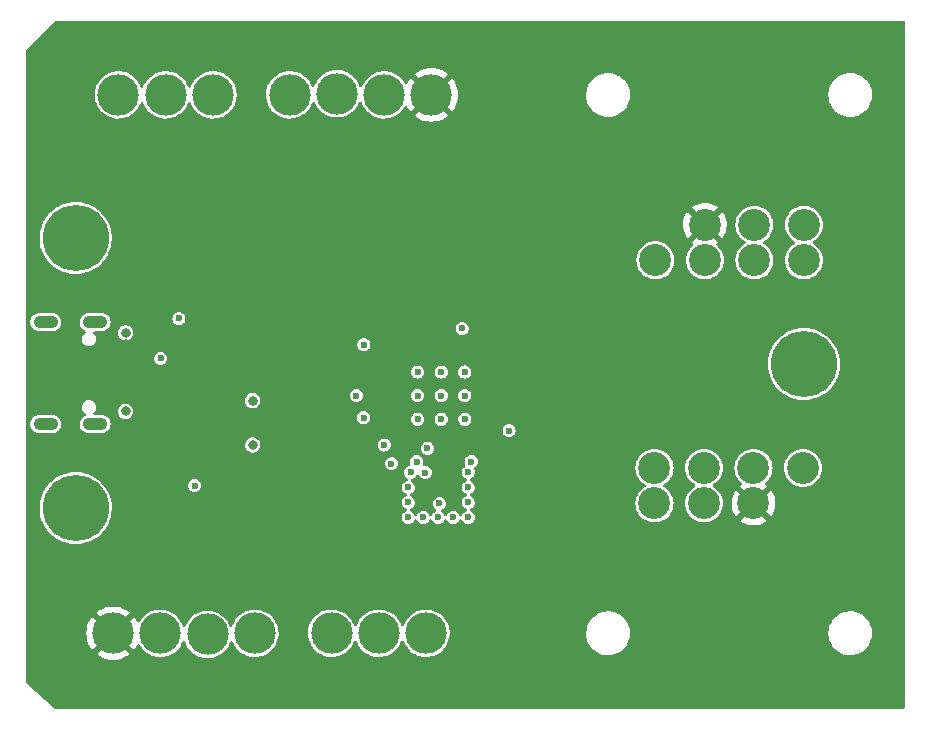
<source format=gbr>
%TF.GenerationSoftware,KiCad,Pcbnew,(6.0.10)*%
%TF.CreationDate,2023-01-18T21:36:02-05:00*%
%TF.ProjectId,32U4_NES_SNES_adapter,33325534-5f4e-4455-935f-534e45535f61,rev?*%
%TF.SameCoordinates,Original*%
%TF.FileFunction,Copper,L3,Inr*%
%TF.FilePolarity,Positive*%
%FSLAX46Y46*%
G04 Gerber Fmt 4.6, Leading zero omitted, Abs format (unit mm)*
G04 Created by KiCad (PCBNEW (6.0.10)) date 2023-01-18 21:36:02*
%MOMM*%
%LPD*%
G01*
G04 APERTURE LIST*
%TA.AperFunction,ComponentPad*%
%ADD10C,3.500000*%
%TD*%
%TA.AperFunction,ComponentPad*%
%ADD11C,2.700000*%
%TD*%
%TA.AperFunction,ComponentPad*%
%ADD12C,5.600000*%
%TD*%
%TA.AperFunction,ComponentPad*%
%ADD13O,2.100000X1.050000*%
%TD*%
%TA.AperFunction,ViaPad*%
%ADD14C,0.800000*%
%TD*%
%TA.AperFunction,ViaPad*%
%ADD15C,0.600000*%
%TD*%
G04 APERTURE END LIST*
D10*
%TO.N,VCC*%
%TO.C,J2*%
X97064000Y-120709000D03*
%TO.N,/SNES_1_CLK*%
X101064000Y-120709000D03*
%TO.N,/SNES_1_LATCH*%
X105064000Y-120809000D03*
%TO.N,/SNES_1_DATA*%
X109064000Y-120709000D03*
%TO.N,unconnected-(J2-Pad5)*%
X115564000Y-120709000D03*
%TO.N,unconnected-(J2-Pad6)*%
X119564000Y-120709000D03*
%TO.N,GND*%
X123564000Y-120709000D03*
%TD*%
D11*
%TO.N,VCC*%
%TO.C,J5*%
X147168000Y-86125000D03*
%TO.N,unconnected-(J5-Pad2)*%
X151359000Y-86125000D03*
%TO.N,unconnected-(J5-Pad3)*%
X155550000Y-86125000D03*
%TO.N,/NES_2_DATA*%
X155550000Y-89125000D03*
%TO.N,/NES_2_LATCH*%
X151359000Y-89125000D03*
%TO.N,/NES_2_CLK*%
X147168000Y-89125000D03*
%TO.N,GND*%
X142977000Y-89125000D03*
%TD*%
D12*
%TO.N,GND*%
%TO.C,H3*%
X155550000Y-97917000D03*
%TD*%
D11*
%TO.N,VCC*%
%TO.C,J4*%
X151282000Y-109709000D03*
%TO.N,unconnected-(J4-Pad2)*%
X147091000Y-109709000D03*
%TO.N,unconnected-(J4-Pad3)*%
X142900000Y-109709000D03*
%TO.N,/NES_1_DATA*%
X142900000Y-106709000D03*
%TO.N,/NES_1_LATCH*%
X147091000Y-106709000D03*
%TO.N,/NES_1_CLK*%
X151282000Y-106709000D03*
%TO.N,GND*%
X155473000Y-106709000D03*
%TD*%
D12*
%TO.N,GND*%
%TO.C,H1*%
X93895500Y-87249000D03*
%TD*%
%TO.N,GND*%
%TO.C,H2*%
X93895500Y-110109000D03*
%TD*%
D10*
%TO.N,VCC*%
%TO.C,J3*%
X124014000Y-75125000D03*
%TO.N,/SNES_2_CLK*%
X120014000Y-75125000D03*
%TO.N,/SNES_2_LATCH*%
X116014000Y-75025000D03*
%TO.N,/SNES_2_DATA*%
X112014000Y-75125000D03*
%TO.N,unconnected-(J3-Pad5)*%
X105514000Y-75125000D03*
%TO.N,unconnected-(J3-Pad6)*%
X101514000Y-75125000D03*
%TO.N,GND*%
X97514000Y-75125000D03*
%TD*%
D13*
%TO.N,unconnected-(J1-PadS1)*%
%TO.C,J1*%
X95535500Y-94359000D03*
%TO.N,unconnected-(J1-PadS2)*%
X95535500Y-102999000D03*
%TO.N,unconnected-(J1-PadS3)*%
X91355500Y-94359000D03*
%TO.N,unconnected-(J1-PadS4)*%
X91355500Y-102999000D03*
%TD*%
D14*
%TO.N,Net-(R3-Pad2)*%
X108876300Y-104770400D03*
D15*
X120015000Y-104775000D03*
%TO.N,VCC*%
X121587200Y-106349800D03*
D14*
%TO.N,GND*%
X108876300Y-101020400D03*
D15*
X103962200Y-108204000D03*
X127381000Y-106172000D03*
X124688600Y-109702600D03*
X102631200Y-94046000D03*
D14*
X98119000Y-101929000D03*
D15*
X122841000Y-102584000D03*
X125857000Y-110896400D03*
X122047000Y-108354000D03*
X126618000Y-94894400D03*
X122841000Y-100584000D03*
X122841000Y-98584000D03*
X123317000Y-110894000D03*
X127127000Y-110894000D03*
X122047000Y-110894000D03*
X123670544Y-105039041D03*
X127127000Y-108354000D03*
X126841000Y-98584000D03*
X126841000Y-102584000D03*
X118265000Y-102466200D03*
X127127000Y-109624000D03*
X124841000Y-98584000D03*
X122047000Y-109624000D03*
X127127000Y-107084000D03*
D14*
X98119000Y-95278000D03*
D15*
X122250200Y-107086400D03*
X124841000Y-100584000D03*
X124841000Y-102584000D03*
X124587000Y-110894000D03*
X130584000Y-103544000D03*
X117652800Y-100584000D03*
X118290400Y-96266000D03*
X126841000Y-100584000D03*
X120627200Y-106349800D03*
X123487000Y-107111800D03*
X122758200Y-106172000D03*
X101092000Y-97429000D03*
%TO.N,VCC*%
X119456200Y-108229400D03*
X127578000Y-94894400D03*
X103581200Y-109728000D03*
X102631200Y-95946000D03*
X119225000Y-102497377D03*
X130584000Y-102584000D03*
X122341000Y-96266000D03*
D14*
X98119000Y-96238000D03*
D15*
X119151400Y-96266000D03*
%TD*%
%TA.AperFunction,Conductor*%
%TO.N,VCC*%
G36*
X164026121Y-68854002D02*
G01*
X164072614Y-68907658D01*
X164084000Y-68960000D01*
X164084000Y-127001000D01*
X164063998Y-127069121D01*
X164010342Y-127115614D01*
X163958000Y-127127000D01*
X92250351Y-127127000D01*
X92182230Y-127106998D01*
X92166061Y-127094655D01*
X89703710Y-124878539D01*
X89666457Y-124818101D01*
X89662000Y-124784884D01*
X89662000Y-122477856D01*
X95660601Y-122477856D01*
X95667059Y-122487216D01*
X95683361Y-122501512D01*
X95689901Y-122506530D01*
X95929144Y-122666387D01*
X95936281Y-122670508D01*
X96194349Y-122797772D01*
X96201953Y-122800922D01*
X96474420Y-122893412D01*
X96482383Y-122895546D01*
X96764600Y-122951683D01*
X96772751Y-122952756D01*
X97059881Y-122971575D01*
X97068119Y-122971575D01*
X97355249Y-122952756D01*
X97363400Y-122951683D01*
X97645617Y-122895546D01*
X97653580Y-122893412D01*
X97926047Y-122800922D01*
X97933651Y-122797772D01*
X98191719Y-122670508D01*
X98198856Y-122666387D01*
X98438099Y-122506530D01*
X98444639Y-122501512D01*
X98459074Y-122488853D01*
X98467472Y-122475614D01*
X98461638Y-122465849D01*
X97076810Y-121081020D01*
X97062869Y-121073408D01*
X97061034Y-121073539D01*
X97054420Y-121077790D01*
X95668116Y-122464095D01*
X95660601Y-122477856D01*
X89662000Y-122477856D01*
X89662000Y-120713119D01*
X94801425Y-120713119D01*
X94820244Y-121000249D01*
X94821317Y-121008400D01*
X94877454Y-121290617D01*
X94879588Y-121298580D01*
X94972078Y-121571047D01*
X94975228Y-121578651D01*
X95102492Y-121836718D01*
X95106613Y-121843855D01*
X95266470Y-122083099D01*
X95271488Y-122089639D01*
X95284147Y-122104074D01*
X95297386Y-122112472D01*
X95307151Y-122106638D01*
X96691980Y-120721810D01*
X96698357Y-120710131D01*
X97428408Y-120710131D01*
X97428539Y-120711966D01*
X97432790Y-120718580D01*
X98819095Y-122104884D01*
X98832856Y-122112399D01*
X98842216Y-122105941D01*
X98856512Y-122089639D01*
X98861530Y-122083099D01*
X99021387Y-121843855D01*
X99025508Y-121836718D01*
X99092588Y-121700692D01*
X99140656Y-121648443D01*
X99209342Y-121630476D01*
X99276837Y-121652495D01*
X99318307Y-121700101D01*
X99334236Y-121731980D01*
X99495631Y-121965500D01*
X99688320Y-122173950D01*
X99691774Y-122176762D01*
X99905001Y-122350356D01*
X99905005Y-122350359D01*
X99908458Y-122353170D01*
X100151652Y-122499585D01*
X100155747Y-122501319D01*
X100155749Y-122501320D01*
X100387811Y-122599585D01*
X100413049Y-122610272D01*
X100417342Y-122611410D01*
X100417347Y-122611412D01*
X100560898Y-122649473D01*
X100687435Y-122683024D01*
X100969334Y-122716389D01*
X101253122Y-122709701D01*
X101257517Y-122708969D01*
X101257522Y-122708969D01*
X101528734Y-122663827D01*
X101528738Y-122663826D01*
X101533136Y-122663094D01*
X101741215Y-122597287D01*
X101799544Y-122578840D01*
X101799546Y-122578839D01*
X101803790Y-122577497D01*
X101807801Y-122575571D01*
X101807806Y-122575569D01*
X102055665Y-122456549D01*
X102055666Y-122456548D01*
X102059684Y-122454619D01*
X102215724Y-122350356D01*
X102292002Y-122299389D01*
X102292006Y-122299386D01*
X102295710Y-122296911D01*
X102299027Y-122293940D01*
X102299031Y-122293937D01*
X102503845Y-122110490D01*
X102507161Y-122107520D01*
X102689817Y-121890225D01*
X102769654Y-121762210D01*
X102837669Y-121653152D01*
X102837671Y-121653149D01*
X102840033Y-121649361D01*
X102931244Y-121443045D01*
X102977081Y-121388832D01*
X103044954Y-121368004D01*
X103113312Y-121387178D01*
X103160453Y-121440265D01*
X103166007Y-121454119D01*
X103175321Y-121482036D01*
X103207353Y-121578048D01*
X103262076Y-121687565D01*
X103297403Y-121758265D01*
X103334236Y-121831980D01*
X103495631Y-122065500D01*
X103576511Y-122152996D01*
X103677421Y-122262159D01*
X103688320Y-122273950D01*
X103691774Y-122276762D01*
X103905001Y-122450356D01*
X103905005Y-122450359D01*
X103908458Y-122453170D01*
X104151652Y-122599585D01*
X104155747Y-122601319D01*
X104155749Y-122601320D01*
X104349936Y-122683547D01*
X104413049Y-122710272D01*
X104417342Y-122711410D01*
X104417347Y-122711412D01*
X104560898Y-122749473D01*
X104687435Y-122783024D01*
X104969334Y-122816389D01*
X105253122Y-122809701D01*
X105257517Y-122808969D01*
X105257522Y-122808969D01*
X105528734Y-122763827D01*
X105528738Y-122763826D01*
X105533136Y-122763094D01*
X105710887Y-122706878D01*
X105799544Y-122678840D01*
X105799546Y-122678839D01*
X105803790Y-122677497D01*
X105807801Y-122675571D01*
X105807806Y-122675569D01*
X106055665Y-122556549D01*
X106055666Y-122556548D01*
X106059684Y-122554619D01*
X106215724Y-122450356D01*
X106292002Y-122399389D01*
X106292006Y-122399386D01*
X106295710Y-122396911D01*
X106299027Y-122393940D01*
X106299031Y-122393937D01*
X106503845Y-122210490D01*
X106507161Y-122207520D01*
X106689817Y-121990225D01*
X106707521Y-121961838D01*
X106837669Y-121753152D01*
X106837671Y-121753149D01*
X106840033Y-121749361D01*
X106846100Y-121735639D01*
X106886049Y-121645274D01*
X106954813Y-121489734D01*
X106959302Y-121473819D01*
X106961113Y-121467396D01*
X106998855Y-121407263D01*
X107063116Y-121377080D01*
X107133494Y-121386430D01*
X107187644Y-121432346D01*
X107201905Y-121461720D01*
X107203799Y-121467396D01*
X107207353Y-121478048D01*
X107209346Y-121482036D01*
X107292954Y-121649361D01*
X107334236Y-121731980D01*
X107495631Y-121965500D01*
X107688320Y-122173950D01*
X107691774Y-122176762D01*
X107905001Y-122350356D01*
X107905005Y-122350359D01*
X107908458Y-122353170D01*
X108151652Y-122499585D01*
X108155747Y-122501319D01*
X108155749Y-122501320D01*
X108387811Y-122599585D01*
X108413049Y-122610272D01*
X108417342Y-122611410D01*
X108417347Y-122611412D01*
X108560898Y-122649473D01*
X108687435Y-122683024D01*
X108969334Y-122716389D01*
X109253122Y-122709701D01*
X109257517Y-122708969D01*
X109257522Y-122708969D01*
X109528734Y-122663827D01*
X109528738Y-122663826D01*
X109533136Y-122663094D01*
X109741215Y-122597287D01*
X109799544Y-122578840D01*
X109799546Y-122578839D01*
X109803790Y-122577497D01*
X109807801Y-122575571D01*
X109807806Y-122575569D01*
X110055665Y-122456549D01*
X110055666Y-122456548D01*
X110059684Y-122454619D01*
X110215724Y-122350356D01*
X110292002Y-122299389D01*
X110292006Y-122299386D01*
X110295710Y-122296911D01*
X110299027Y-122293940D01*
X110299031Y-122293937D01*
X110503845Y-122110490D01*
X110507161Y-122107520D01*
X110689817Y-121890225D01*
X110769654Y-121762210D01*
X110837669Y-121653152D01*
X110837671Y-121653149D01*
X110840033Y-121649361D01*
X110954813Y-121389734D01*
X111031866Y-121116525D01*
X111037657Y-121073408D01*
X111069227Y-120838367D01*
X111069228Y-120838359D01*
X111069654Y-120835185D01*
X111072438Y-120746617D01*
X111073519Y-120712222D01*
X111073519Y-120712217D01*
X111073620Y-120709000D01*
X111069151Y-120645876D01*
X113555372Y-120645876D01*
X113557969Y-120711966D01*
X113565248Y-120897242D01*
X113566516Y-120929524D01*
X113617516Y-121208772D01*
X113647478Y-121298580D01*
X113701906Y-121461720D01*
X113707353Y-121478048D01*
X113709346Y-121482036D01*
X113792954Y-121649361D01*
X113834236Y-121731980D01*
X113995631Y-121965500D01*
X114188320Y-122173950D01*
X114191774Y-122176762D01*
X114405001Y-122350356D01*
X114405005Y-122350359D01*
X114408458Y-122353170D01*
X114651652Y-122499585D01*
X114655747Y-122501319D01*
X114655749Y-122501320D01*
X114887811Y-122599585D01*
X114913049Y-122610272D01*
X114917342Y-122611410D01*
X114917347Y-122611412D01*
X115060898Y-122649473D01*
X115187435Y-122683024D01*
X115469334Y-122716389D01*
X115753122Y-122709701D01*
X115757517Y-122708969D01*
X115757522Y-122708969D01*
X116028734Y-122663827D01*
X116028738Y-122663826D01*
X116033136Y-122663094D01*
X116241215Y-122597287D01*
X116299544Y-122578840D01*
X116299546Y-122578839D01*
X116303790Y-122577497D01*
X116307801Y-122575571D01*
X116307806Y-122575569D01*
X116555665Y-122456549D01*
X116555666Y-122456548D01*
X116559684Y-122454619D01*
X116715724Y-122350356D01*
X116792002Y-122299389D01*
X116792006Y-122299386D01*
X116795710Y-122296911D01*
X116799027Y-122293940D01*
X116799031Y-122293937D01*
X117003845Y-122110490D01*
X117007161Y-122107520D01*
X117189817Y-121890225D01*
X117269654Y-121762210D01*
X117337669Y-121653152D01*
X117337671Y-121653149D01*
X117340033Y-121649361D01*
X117450259Y-121400036D01*
X117496095Y-121345823D01*
X117563968Y-121324995D01*
X117632326Y-121344169D01*
X117679467Y-121397256D01*
X117685020Y-121411108D01*
X117707353Y-121478048D01*
X117709346Y-121482036D01*
X117792954Y-121649361D01*
X117834236Y-121731980D01*
X117995631Y-121965500D01*
X118188320Y-122173950D01*
X118191774Y-122176762D01*
X118405001Y-122350356D01*
X118405005Y-122350359D01*
X118408458Y-122353170D01*
X118651652Y-122499585D01*
X118655747Y-122501319D01*
X118655749Y-122501320D01*
X118887811Y-122599585D01*
X118913049Y-122610272D01*
X118917342Y-122611410D01*
X118917347Y-122611412D01*
X119060898Y-122649473D01*
X119187435Y-122683024D01*
X119469334Y-122716389D01*
X119753122Y-122709701D01*
X119757517Y-122708969D01*
X119757522Y-122708969D01*
X120028734Y-122663827D01*
X120028738Y-122663826D01*
X120033136Y-122663094D01*
X120241215Y-122597287D01*
X120299544Y-122578840D01*
X120299546Y-122578839D01*
X120303790Y-122577497D01*
X120307801Y-122575571D01*
X120307806Y-122575569D01*
X120555665Y-122456549D01*
X120555666Y-122456548D01*
X120559684Y-122454619D01*
X120715724Y-122350356D01*
X120792002Y-122299389D01*
X120792006Y-122299386D01*
X120795710Y-122296911D01*
X120799027Y-122293940D01*
X120799031Y-122293937D01*
X121003845Y-122110490D01*
X121007161Y-122107520D01*
X121189817Y-121890225D01*
X121269654Y-121762210D01*
X121337669Y-121653152D01*
X121337671Y-121653149D01*
X121340033Y-121649361D01*
X121450259Y-121400036D01*
X121496095Y-121345823D01*
X121563968Y-121324995D01*
X121632326Y-121344169D01*
X121679467Y-121397256D01*
X121685020Y-121411108D01*
X121707353Y-121478048D01*
X121709346Y-121482036D01*
X121792954Y-121649361D01*
X121834236Y-121731980D01*
X121995631Y-121965500D01*
X122188320Y-122173950D01*
X122191774Y-122176762D01*
X122405001Y-122350356D01*
X122405005Y-122350359D01*
X122408458Y-122353170D01*
X122651652Y-122499585D01*
X122655747Y-122501319D01*
X122655749Y-122501320D01*
X122887811Y-122599585D01*
X122913049Y-122610272D01*
X122917342Y-122611410D01*
X122917347Y-122611412D01*
X123060898Y-122649473D01*
X123187435Y-122683024D01*
X123469334Y-122716389D01*
X123753122Y-122709701D01*
X123757517Y-122708969D01*
X123757522Y-122708969D01*
X124028734Y-122663827D01*
X124028738Y-122663826D01*
X124033136Y-122663094D01*
X124241215Y-122597287D01*
X124299544Y-122578840D01*
X124299546Y-122578839D01*
X124303790Y-122577497D01*
X124307801Y-122575571D01*
X124307806Y-122575569D01*
X124555665Y-122456549D01*
X124555666Y-122456548D01*
X124559684Y-122454619D01*
X124715724Y-122350356D01*
X124792002Y-122299389D01*
X124792006Y-122299386D01*
X124795710Y-122296911D01*
X124799027Y-122293940D01*
X124799031Y-122293937D01*
X125003845Y-122110490D01*
X125007161Y-122107520D01*
X125189817Y-121890225D01*
X125269654Y-121762210D01*
X125337669Y-121653152D01*
X125337671Y-121653149D01*
X125340033Y-121649361D01*
X125454813Y-121389734D01*
X125531866Y-121116525D01*
X125537657Y-121073408D01*
X125569227Y-120838367D01*
X125569228Y-120838359D01*
X125569654Y-120835185D01*
X125572294Y-120751186D01*
X137116018Y-120751186D01*
X137141579Y-121019100D01*
X137142664Y-121023534D01*
X137142665Y-121023540D01*
X137166467Y-121120810D01*
X137205547Y-121280518D01*
X137306583Y-121529963D01*
X137308892Y-121533906D01*
X137432653Y-121745274D01*
X137442569Y-121762210D01*
X137610658Y-121972395D01*
X137807327Y-122156113D01*
X138028457Y-122309516D01*
X138269416Y-122429391D01*
X138273750Y-122430812D01*
X138273753Y-122430813D01*
X138520823Y-122511807D01*
X138520829Y-122511808D01*
X138525156Y-122513227D01*
X138529647Y-122514007D01*
X138529648Y-122514007D01*
X138786538Y-122558611D01*
X138786546Y-122558612D01*
X138790319Y-122559267D01*
X138794156Y-122559458D01*
X138873777Y-122563422D01*
X138873785Y-122563422D01*
X138875348Y-122563500D01*
X139043374Y-122563500D01*
X139045642Y-122563335D01*
X139045654Y-122563335D01*
X139176457Y-122553844D01*
X139243425Y-122548985D01*
X139247880Y-122548001D01*
X139247883Y-122548001D01*
X139501770Y-122491947D01*
X139501772Y-122491946D01*
X139506226Y-122490963D01*
X139757900Y-122395613D01*
X139940952Y-122293937D01*
X139989179Y-122267149D01*
X139989180Y-122267148D01*
X139993172Y-122264931D01*
X140139842Y-122152996D01*
X140203491Y-122104421D01*
X140203495Y-122104417D01*
X140207116Y-122101654D01*
X140218862Y-122089639D01*
X140392063Y-121912462D01*
X140395249Y-121909203D01*
X140502242Y-121762210D01*
X140550942Y-121695304D01*
X140550947Y-121695297D01*
X140553630Y-121691610D01*
X140678941Y-121453433D01*
X140768557Y-121199662D01*
X140802091Y-121029524D01*
X140819720Y-120940083D01*
X140819721Y-120940077D01*
X140820601Y-120935611D01*
X140820904Y-120929524D01*
X140829782Y-120751186D01*
X157616018Y-120751186D01*
X157641579Y-121019100D01*
X157642664Y-121023534D01*
X157642665Y-121023540D01*
X157666467Y-121120810D01*
X157705547Y-121280518D01*
X157806583Y-121529963D01*
X157808892Y-121533906D01*
X157932653Y-121745274D01*
X157942569Y-121762210D01*
X158110658Y-121972395D01*
X158307327Y-122156113D01*
X158528457Y-122309516D01*
X158769416Y-122429391D01*
X158773750Y-122430812D01*
X158773753Y-122430813D01*
X159020823Y-122511807D01*
X159020829Y-122511808D01*
X159025156Y-122513227D01*
X159029647Y-122514007D01*
X159029648Y-122514007D01*
X159286538Y-122558611D01*
X159286546Y-122558612D01*
X159290319Y-122559267D01*
X159294156Y-122559458D01*
X159373777Y-122563422D01*
X159373785Y-122563422D01*
X159375348Y-122563500D01*
X159543374Y-122563500D01*
X159545642Y-122563335D01*
X159545654Y-122563335D01*
X159676457Y-122553844D01*
X159743425Y-122548985D01*
X159747880Y-122548001D01*
X159747883Y-122548001D01*
X160001770Y-122491947D01*
X160001772Y-122491946D01*
X160006226Y-122490963D01*
X160257900Y-122395613D01*
X160440952Y-122293937D01*
X160489179Y-122267149D01*
X160489180Y-122267148D01*
X160493172Y-122264931D01*
X160639842Y-122152996D01*
X160703491Y-122104421D01*
X160703495Y-122104417D01*
X160707116Y-122101654D01*
X160718862Y-122089639D01*
X160892063Y-121912462D01*
X160895249Y-121909203D01*
X161002242Y-121762210D01*
X161050942Y-121695304D01*
X161050947Y-121695297D01*
X161053630Y-121691610D01*
X161178941Y-121453433D01*
X161268557Y-121199662D01*
X161302091Y-121029524D01*
X161319720Y-120940083D01*
X161319721Y-120940077D01*
X161320601Y-120935611D01*
X161320904Y-120929524D01*
X161333755Y-120671383D01*
X161333755Y-120671377D01*
X161333982Y-120666814D01*
X161308421Y-120398900D01*
X161293270Y-120336980D01*
X161245539Y-120141920D01*
X161244453Y-120137482D01*
X161143417Y-119888037D01*
X161023526Y-119683278D01*
X161009741Y-119659735D01*
X161009740Y-119659734D01*
X161007431Y-119655790D01*
X160883382Y-119500674D01*
X160842194Y-119449171D01*
X160842193Y-119449169D01*
X160839342Y-119445605D01*
X160642673Y-119261887D01*
X160421543Y-119108484D01*
X160180584Y-118988609D01*
X160176250Y-118987188D01*
X160176247Y-118987187D01*
X159929177Y-118906193D01*
X159929171Y-118906192D01*
X159924844Y-118904773D01*
X159920352Y-118903993D01*
X159663462Y-118859389D01*
X159663454Y-118859388D01*
X159659681Y-118858733D01*
X159649718Y-118858237D01*
X159576223Y-118854578D01*
X159576215Y-118854578D01*
X159574652Y-118854500D01*
X159406626Y-118854500D01*
X159404358Y-118854665D01*
X159404346Y-118854665D01*
X159273543Y-118864156D01*
X159206575Y-118869015D01*
X159202120Y-118869999D01*
X159202117Y-118869999D01*
X158948230Y-118926053D01*
X158948228Y-118926054D01*
X158943774Y-118927037D01*
X158692100Y-119022387D01*
X158688114Y-119024601D01*
X158688112Y-119024602D01*
X158540754Y-119106452D01*
X158456828Y-119153069D01*
X158453196Y-119155841D01*
X158246509Y-119313579D01*
X158246505Y-119313583D01*
X158242884Y-119316346D01*
X158239699Y-119319604D01*
X158239698Y-119319605D01*
X158224745Y-119334901D01*
X158054751Y-119508797D01*
X158052066Y-119512486D01*
X157899058Y-119722696D01*
X157899053Y-119722703D01*
X157896370Y-119726390D01*
X157771059Y-119964567D01*
X157681443Y-120218338D01*
X157680560Y-120222820D01*
X157643746Y-120409600D01*
X157629399Y-120482389D01*
X157629172Y-120486942D01*
X157629172Y-120486945D01*
X157617958Y-120712222D01*
X157616018Y-120751186D01*
X140829782Y-120751186D01*
X140833755Y-120671383D01*
X140833755Y-120671377D01*
X140833982Y-120666814D01*
X140808421Y-120398900D01*
X140793270Y-120336980D01*
X140745539Y-120141920D01*
X140744453Y-120137482D01*
X140643417Y-119888037D01*
X140523526Y-119683278D01*
X140509741Y-119659735D01*
X140509740Y-119659734D01*
X140507431Y-119655790D01*
X140383382Y-119500674D01*
X140342194Y-119449171D01*
X140342193Y-119449169D01*
X140339342Y-119445605D01*
X140142673Y-119261887D01*
X139921543Y-119108484D01*
X139680584Y-118988609D01*
X139676250Y-118987188D01*
X139676247Y-118987187D01*
X139429177Y-118906193D01*
X139429171Y-118906192D01*
X139424844Y-118904773D01*
X139420352Y-118903993D01*
X139163462Y-118859389D01*
X139163454Y-118859388D01*
X139159681Y-118858733D01*
X139149718Y-118858237D01*
X139076223Y-118854578D01*
X139076215Y-118854578D01*
X139074652Y-118854500D01*
X138906626Y-118854500D01*
X138904358Y-118854665D01*
X138904346Y-118854665D01*
X138773543Y-118864156D01*
X138706575Y-118869015D01*
X138702120Y-118869999D01*
X138702117Y-118869999D01*
X138448230Y-118926053D01*
X138448228Y-118926054D01*
X138443774Y-118927037D01*
X138192100Y-119022387D01*
X138188114Y-119024601D01*
X138188112Y-119024602D01*
X138040754Y-119106452D01*
X137956828Y-119153069D01*
X137953196Y-119155841D01*
X137746509Y-119313579D01*
X137746505Y-119313583D01*
X137742884Y-119316346D01*
X137739699Y-119319604D01*
X137739698Y-119319605D01*
X137724745Y-119334901D01*
X137554751Y-119508797D01*
X137552066Y-119512486D01*
X137399058Y-119722696D01*
X137399053Y-119722703D01*
X137396370Y-119726390D01*
X137271059Y-119964567D01*
X137181443Y-120218338D01*
X137180560Y-120222820D01*
X137143746Y-120409600D01*
X137129399Y-120482389D01*
X137129172Y-120486942D01*
X137129172Y-120486945D01*
X137117958Y-120712222D01*
X137116018Y-120751186D01*
X125572294Y-120751186D01*
X125572438Y-120746617D01*
X125573519Y-120712222D01*
X125573519Y-120712217D01*
X125573620Y-120709000D01*
X125553571Y-120425842D01*
X125536079Y-120344592D01*
X125494761Y-120152681D01*
X125494761Y-120152679D01*
X125493825Y-120148334D01*
X125395574Y-119882013D01*
X125308139Y-119719968D01*
X125262891Y-119636108D01*
X125260778Y-119632192D01*
X125092127Y-119403856D01*
X124892986Y-119201562D01*
X124757423Y-119098104D01*
X124670872Y-119032050D01*
X124670868Y-119032047D01*
X124667327Y-119029345D01*
X124419655Y-118890641D01*
X124415506Y-118889036D01*
X124415502Y-118889034D01*
X124185030Y-118799872D01*
X124154909Y-118788219D01*
X124150588Y-118787217D01*
X124150580Y-118787215D01*
X123968110Y-118744922D01*
X123878374Y-118724122D01*
X123595566Y-118699628D01*
X123591131Y-118699872D01*
X123591127Y-118699872D01*
X123484718Y-118705728D01*
X123312128Y-118715226D01*
X123307768Y-118716093D01*
X123307762Y-118716094D01*
X123171296Y-118743239D01*
X123033715Y-118770606D01*
X123029505Y-118772084D01*
X123029503Y-118772085D01*
X122978996Y-118789822D01*
X122765884Y-118864662D01*
X122761933Y-118866715D01*
X122761927Y-118866717D01*
X122519170Y-118992819D01*
X122513976Y-118995517D01*
X122510361Y-118998100D01*
X122510355Y-118998104D01*
X122466638Y-119029345D01*
X122283020Y-119160561D01*
X122077623Y-119356501D01*
X122074867Y-119359997D01*
X122074866Y-119359998D01*
X121906045Y-119574145D01*
X121901882Y-119579426D01*
X121841560Y-119683278D01*
X121761540Y-119821042D01*
X121761537Y-119821048D01*
X121759306Y-119824889D01*
X121757638Y-119829007D01*
X121680192Y-120020212D01*
X121636079Y-120075841D01*
X121568894Y-120098790D01*
X121499967Y-120081772D01*
X121451182Y-120030192D01*
X121445196Y-120016520D01*
X121431021Y-119978095D01*
X121395574Y-119882013D01*
X121308139Y-119719968D01*
X121262891Y-119636108D01*
X121260778Y-119632192D01*
X121092127Y-119403856D01*
X120892986Y-119201562D01*
X120757423Y-119098104D01*
X120670872Y-119032050D01*
X120670868Y-119032047D01*
X120667327Y-119029345D01*
X120419655Y-118890641D01*
X120415506Y-118889036D01*
X120415502Y-118889034D01*
X120185030Y-118799872D01*
X120154909Y-118788219D01*
X120150588Y-118787217D01*
X120150580Y-118787215D01*
X119968110Y-118744922D01*
X119878374Y-118724122D01*
X119595566Y-118699628D01*
X119591131Y-118699872D01*
X119591127Y-118699872D01*
X119484718Y-118705728D01*
X119312128Y-118715226D01*
X119307768Y-118716093D01*
X119307762Y-118716094D01*
X119171296Y-118743239D01*
X119033715Y-118770606D01*
X119029505Y-118772084D01*
X119029503Y-118772085D01*
X118978996Y-118789822D01*
X118765884Y-118864662D01*
X118761933Y-118866715D01*
X118761927Y-118866717D01*
X118519170Y-118992819D01*
X118513976Y-118995517D01*
X118510361Y-118998100D01*
X118510355Y-118998104D01*
X118466638Y-119029345D01*
X118283020Y-119160561D01*
X118077623Y-119356501D01*
X118074867Y-119359997D01*
X118074866Y-119359998D01*
X117906045Y-119574145D01*
X117901882Y-119579426D01*
X117841560Y-119683278D01*
X117761540Y-119821042D01*
X117761537Y-119821048D01*
X117759306Y-119824889D01*
X117757638Y-119829007D01*
X117680192Y-120020212D01*
X117636079Y-120075841D01*
X117568894Y-120098790D01*
X117499967Y-120081772D01*
X117451182Y-120030192D01*
X117445196Y-120016520D01*
X117431021Y-119978095D01*
X117395574Y-119882013D01*
X117308139Y-119719968D01*
X117262891Y-119636108D01*
X117260778Y-119632192D01*
X117092127Y-119403856D01*
X116892986Y-119201562D01*
X116757423Y-119098104D01*
X116670872Y-119032050D01*
X116670868Y-119032047D01*
X116667327Y-119029345D01*
X116419655Y-118890641D01*
X116415506Y-118889036D01*
X116415502Y-118889034D01*
X116185030Y-118799872D01*
X116154909Y-118788219D01*
X116150588Y-118787217D01*
X116150580Y-118787215D01*
X115968110Y-118744922D01*
X115878374Y-118724122D01*
X115595566Y-118699628D01*
X115591131Y-118699872D01*
X115591127Y-118699872D01*
X115484718Y-118705728D01*
X115312128Y-118715226D01*
X115307768Y-118716093D01*
X115307762Y-118716094D01*
X115171296Y-118743239D01*
X115033715Y-118770606D01*
X115029505Y-118772084D01*
X115029503Y-118772085D01*
X114978996Y-118789822D01*
X114765884Y-118864662D01*
X114761933Y-118866715D01*
X114761927Y-118866717D01*
X114519170Y-118992819D01*
X114513976Y-118995517D01*
X114510361Y-118998100D01*
X114510355Y-118998104D01*
X114466638Y-119029345D01*
X114283020Y-119160561D01*
X114077623Y-119356501D01*
X114074867Y-119359997D01*
X114074866Y-119359998D01*
X113906045Y-119574145D01*
X113901882Y-119579426D01*
X113841560Y-119683278D01*
X113761540Y-119821042D01*
X113761537Y-119821048D01*
X113759306Y-119824889D01*
X113757638Y-119829007D01*
X113757636Y-119829012D01*
X113654411Y-120083861D01*
X113654408Y-120083869D01*
X113652738Y-120087993D01*
X113584305Y-120363488D01*
X113555372Y-120645876D01*
X111069151Y-120645876D01*
X111053571Y-120425842D01*
X111036079Y-120344592D01*
X110994761Y-120152681D01*
X110994761Y-120152679D01*
X110993825Y-120148334D01*
X110895574Y-119882013D01*
X110808139Y-119719968D01*
X110762891Y-119636108D01*
X110760778Y-119632192D01*
X110592127Y-119403856D01*
X110392986Y-119201562D01*
X110257423Y-119098104D01*
X110170872Y-119032050D01*
X110170868Y-119032047D01*
X110167327Y-119029345D01*
X109919655Y-118890641D01*
X109915506Y-118889036D01*
X109915502Y-118889034D01*
X109685030Y-118799872D01*
X109654909Y-118788219D01*
X109650588Y-118787217D01*
X109650580Y-118787215D01*
X109468110Y-118744922D01*
X109378374Y-118724122D01*
X109095566Y-118699628D01*
X109091131Y-118699872D01*
X109091127Y-118699872D01*
X108984718Y-118705728D01*
X108812128Y-118715226D01*
X108807768Y-118716093D01*
X108807762Y-118716094D01*
X108671296Y-118743239D01*
X108533715Y-118770606D01*
X108529505Y-118772084D01*
X108529503Y-118772085D01*
X108478996Y-118789822D01*
X108265884Y-118864662D01*
X108261933Y-118866715D01*
X108261927Y-118866717D01*
X108019170Y-118992819D01*
X108013976Y-118995517D01*
X108010361Y-118998100D01*
X108010355Y-118998104D01*
X107966638Y-119029345D01*
X107783020Y-119160561D01*
X107577623Y-119356501D01*
X107574867Y-119359997D01*
X107574866Y-119359998D01*
X107406045Y-119574145D01*
X107401882Y-119579426D01*
X107341560Y-119683278D01*
X107261540Y-119821042D01*
X107261537Y-119821048D01*
X107259306Y-119824889D01*
X107160885Y-120067880D01*
X107116774Y-120123507D01*
X107049588Y-120146456D01*
X106980661Y-120129440D01*
X106931876Y-120077859D01*
X106925890Y-120064187D01*
X106897115Y-119986191D01*
X106895574Y-119982013D01*
X106760778Y-119732192D01*
X106592127Y-119503856D01*
X106538295Y-119449171D01*
X106447069Y-119356501D01*
X106392986Y-119301562D01*
X106319118Y-119245188D01*
X106170872Y-119132050D01*
X106170868Y-119132047D01*
X106167327Y-119129345D01*
X105919655Y-118990641D01*
X105915506Y-118989036D01*
X105915502Y-118989034D01*
X105701369Y-118906193D01*
X105654909Y-118888219D01*
X105650588Y-118887217D01*
X105650580Y-118887215D01*
X105468110Y-118844922D01*
X105378374Y-118824122D01*
X105095566Y-118799628D01*
X105091131Y-118799872D01*
X105091127Y-118799872D01*
X104984718Y-118805728D01*
X104812128Y-118815226D01*
X104807768Y-118816093D01*
X104807762Y-118816094D01*
X104671296Y-118843239D01*
X104533715Y-118870606D01*
X104529505Y-118872084D01*
X104529503Y-118872085D01*
X104417352Y-118911470D01*
X104265884Y-118964662D01*
X104261933Y-118966715D01*
X104261927Y-118966717D01*
X104017926Y-119093465D01*
X104013976Y-119095517D01*
X104010361Y-119098100D01*
X104010355Y-119098104D01*
X103865581Y-119201562D01*
X103783020Y-119260561D01*
X103577623Y-119456501D01*
X103574867Y-119459997D01*
X103574866Y-119459998D01*
X103436031Y-119636108D01*
X103401882Y-119679426D01*
X103376749Y-119722696D01*
X103261540Y-119921042D01*
X103261537Y-119921048D01*
X103259306Y-119924889D01*
X103257636Y-119929012D01*
X103199499Y-120072545D01*
X103155386Y-120128175D01*
X103088201Y-120151124D01*
X103019274Y-120134106D01*
X102970489Y-120082526D01*
X102964503Y-120068854D01*
X102962782Y-120064187D01*
X102895574Y-119882013D01*
X102808139Y-119719968D01*
X102762891Y-119636108D01*
X102760778Y-119632192D01*
X102592127Y-119403856D01*
X102392986Y-119201562D01*
X102257423Y-119098104D01*
X102170872Y-119032050D01*
X102170868Y-119032047D01*
X102167327Y-119029345D01*
X101919655Y-118890641D01*
X101915506Y-118889036D01*
X101915502Y-118889034D01*
X101685030Y-118799872D01*
X101654909Y-118788219D01*
X101650588Y-118787217D01*
X101650580Y-118787215D01*
X101468110Y-118744922D01*
X101378374Y-118724122D01*
X101095566Y-118699628D01*
X101091131Y-118699872D01*
X101091127Y-118699872D01*
X100984718Y-118705728D01*
X100812128Y-118715226D01*
X100807768Y-118716093D01*
X100807762Y-118716094D01*
X100671296Y-118743239D01*
X100533715Y-118770606D01*
X100529505Y-118772084D01*
X100529503Y-118772085D01*
X100478996Y-118789822D01*
X100265884Y-118864662D01*
X100261933Y-118866715D01*
X100261927Y-118866717D01*
X100019170Y-118992819D01*
X100013976Y-118995517D01*
X100010361Y-118998100D01*
X100010355Y-118998104D01*
X99966638Y-119029345D01*
X99783020Y-119160561D01*
X99577623Y-119356501D01*
X99574867Y-119359997D01*
X99574866Y-119359998D01*
X99406045Y-119574145D01*
X99401882Y-119579426D01*
X99341560Y-119683278D01*
X99315860Y-119727524D01*
X99264349Y-119776383D01*
X99194601Y-119789637D01*
X99128759Y-119763078D01*
X99093900Y-119719968D01*
X99025504Y-119581276D01*
X99021387Y-119574145D01*
X98861530Y-119334901D01*
X98856512Y-119328361D01*
X98843853Y-119313926D01*
X98830614Y-119305528D01*
X98820849Y-119311362D01*
X97436020Y-120696190D01*
X97428408Y-120710131D01*
X96698357Y-120710131D01*
X96699592Y-120707869D01*
X96699461Y-120706034D01*
X96695210Y-120699420D01*
X95308905Y-119313116D01*
X95295144Y-119305601D01*
X95285784Y-119312059D01*
X95271488Y-119328361D01*
X95266470Y-119334901D01*
X95106613Y-119574145D01*
X95102492Y-119581282D01*
X94975228Y-119839349D01*
X94972078Y-119846953D01*
X94879588Y-120119420D01*
X94877454Y-120127383D01*
X94821317Y-120409600D01*
X94820244Y-120417751D01*
X94801425Y-120704881D01*
X94801425Y-120713119D01*
X89662000Y-120713119D01*
X89662000Y-118942386D01*
X95660528Y-118942386D01*
X95666362Y-118952151D01*
X97051190Y-120336980D01*
X97065131Y-120344592D01*
X97066966Y-120344461D01*
X97073580Y-120340210D01*
X98459884Y-118953905D01*
X98467399Y-118940144D01*
X98460941Y-118930784D01*
X98444639Y-118916488D01*
X98438099Y-118911470D01*
X98198856Y-118751613D01*
X98191719Y-118747492D01*
X97933651Y-118620228D01*
X97926047Y-118617078D01*
X97653580Y-118524588D01*
X97645617Y-118522454D01*
X97363400Y-118466317D01*
X97355249Y-118465244D01*
X97068119Y-118446425D01*
X97059881Y-118446425D01*
X96772751Y-118465244D01*
X96764600Y-118466317D01*
X96482383Y-118522454D01*
X96474420Y-118524588D01*
X96201953Y-118617078D01*
X96194349Y-118620228D01*
X95936282Y-118747492D01*
X95929145Y-118751613D01*
X95689901Y-118911470D01*
X95683361Y-118916488D01*
X95668926Y-118929147D01*
X95660528Y-118942386D01*
X89662000Y-118942386D01*
X89662000Y-110066285D01*
X90836485Y-110066285D01*
X90850788Y-110407537D01*
X90876914Y-110576302D01*
X90897053Y-110706390D01*
X90903040Y-110745067D01*
X90903962Y-110748459D01*
X90903962Y-110748461D01*
X90906649Y-110758352D01*
X90992591Y-111074669D01*
X90993881Y-111077928D01*
X90993883Y-111077933D01*
X91040385Y-111195383D01*
X91118325Y-111392235D01*
X91119970Y-111395329D01*
X91119971Y-111395331D01*
X91212395Y-111569155D01*
X91278673Y-111693807D01*
X91280663Y-111696713D01*
X91280664Y-111696715D01*
X91469647Y-111972718D01*
X91469652Y-111972724D01*
X91471638Y-111975625D01*
X91694814Y-112234177D01*
X91945421Y-112466241D01*
X92220333Y-112668924D01*
X92223370Y-112670678D01*
X92223374Y-112670680D01*
X92337944Y-112736827D01*
X92516124Y-112839699D01*
X92639121Y-112893435D01*
X92825888Y-112975032D01*
X92825891Y-112975033D01*
X92829109Y-112976439D01*
X92832466Y-112977478D01*
X92832471Y-112977480D01*
X92968139Y-113019476D01*
X93155385Y-113077438D01*
X93490886Y-113141439D01*
X93746110Y-113161077D01*
X93827934Y-113167373D01*
X93827935Y-113167373D01*
X93831431Y-113167642D01*
X94038293Y-113160418D01*
X94169258Y-113155845D01*
X94169263Y-113155845D01*
X94172773Y-113155722D01*
X94341717Y-113130774D01*
X94507181Y-113106341D01*
X94507186Y-113106340D01*
X94510660Y-113105827D01*
X94514052Y-113104931D01*
X94514056Y-113104930D01*
X94837489Y-113019476D01*
X94837490Y-113019476D01*
X94840880Y-113018580D01*
X95159316Y-112895066D01*
X95461999Y-112736827D01*
X95745158Y-112545834D01*
X95836229Y-112468327D01*
X96002589Y-112326743D01*
X96002590Y-112326742D01*
X96005262Y-112324468D01*
X96092558Y-112231507D01*
X96236659Y-112078056D01*
X96236663Y-112078051D01*
X96239070Y-112075488D01*
X96241175Y-112072674D01*
X96241181Y-112072667D01*
X96441558Y-111804817D01*
X96443667Y-111801998D01*
X96616503Y-111507406D01*
X96672553Y-111381515D01*
X96753992Y-111198600D01*
X96753994Y-111198595D01*
X96755424Y-111195383D01*
X96851029Y-110894000D01*
X121487715Y-110894000D01*
X121488793Y-110902188D01*
X121503420Y-111013289D01*
X121506772Y-111038754D01*
X121562645Y-111173642D01*
X121651526Y-111289474D01*
X121658076Y-111294500D01*
X121658079Y-111294503D01*
X121751804Y-111366421D01*
X121767357Y-111378355D01*
X121902246Y-111434228D01*
X122047000Y-111453285D01*
X122055188Y-111452207D01*
X122183566Y-111435306D01*
X122191754Y-111434228D01*
X122326643Y-111378355D01*
X122342196Y-111366421D01*
X122435921Y-111294503D01*
X122435924Y-111294500D01*
X122442474Y-111289474D01*
X122531355Y-111173642D01*
X122565591Y-111090990D01*
X122610140Y-111035710D01*
X122677503Y-111013289D01*
X122746294Y-111030847D01*
X122794673Y-111082810D01*
X122798409Y-111090990D01*
X122832645Y-111173642D01*
X122921526Y-111289474D01*
X122928076Y-111294500D01*
X122928079Y-111294503D01*
X123021804Y-111366421D01*
X123037357Y-111378355D01*
X123172246Y-111434228D01*
X123317000Y-111453285D01*
X123325188Y-111452207D01*
X123453566Y-111435306D01*
X123461754Y-111434228D01*
X123596643Y-111378355D01*
X123612196Y-111366421D01*
X123705921Y-111294503D01*
X123705924Y-111294500D01*
X123712474Y-111289474D01*
X123801355Y-111173642D01*
X123835591Y-111090990D01*
X123880140Y-111035710D01*
X123947503Y-111013289D01*
X124016294Y-111030847D01*
X124064673Y-111082810D01*
X124068409Y-111090990D01*
X124102645Y-111173642D01*
X124191526Y-111289474D01*
X124198076Y-111294500D01*
X124198079Y-111294503D01*
X124291804Y-111366421D01*
X124307357Y-111378355D01*
X124442246Y-111434228D01*
X124587000Y-111453285D01*
X124595188Y-111452207D01*
X124723566Y-111435306D01*
X124731754Y-111434228D01*
X124866643Y-111378355D01*
X124882196Y-111366421D01*
X124975921Y-111294503D01*
X124975924Y-111294500D01*
X124982474Y-111289474D01*
X125071355Y-111173642D01*
X125105094Y-111092190D01*
X125149643Y-111036910D01*
X125217006Y-111014489D01*
X125285798Y-111032048D01*
X125334176Y-111084010D01*
X125337912Y-111092190D01*
X125372645Y-111176042D01*
X125392230Y-111201566D01*
X125454658Y-111282923D01*
X125461526Y-111291874D01*
X125468076Y-111296900D01*
X125468079Y-111296903D01*
X125570804Y-111375727D01*
X125577357Y-111380755D01*
X125712246Y-111436628D01*
X125720434Y-111437706D01*
X125755178Y-111442280D01*
X125857000Y-111455685D01*
X125865188Y-111454607D01*
X125993566Y-111437706D01*
X126001754Y-111436628D01*
X126136643Y-111380755D01*
X126143196Y-111375727D01*
X126245921Y-111296903D01*
X126245924Y-111296900D01*
X126252474Y-111291874D01*
X126259343Y-111282923D01*
X126321770Y-111201566D01*
X126341355Y-111176042D01*
X126376088Y-111092190D01*
X126420637Y-111036910D01*
X126488000Y-111014489D01*
X126556791Y-111032047D01*
X126605170Y-111084010D01*
X126608906Y-111092190D01*
X126642645Y-111173642D01*
X126731526Y-111289474D01*
X126738076Y-111294500D01*
X126738079Y-111294503D01*
X126831804Y-111366421D01*
X126847357Y-111378355D01*
X126982246Y-111434228D01*
X127127000Y-111453285D01*
X127135188Y-111452207D01*
X127263566Y-111435306D01*
X127271754Y-111434228D01*
X127406643Y-111378355D01*
X127422196Y-111366421D01*
X127515921Y-111294503D01*
X127515924Y-111294500D01*
X127522474Y-111289474D01*
X127611355Y-111173642D01*
X127667228Y-111038754D01*
X127670581Y-111013289D01*
X127685207Y-110902188D01*
X127686285Y-110894000D01*
X127677286Y-110825647D01*
X127668306Y-110757432D01*
X127668305Y-110757430D01*
X127667228Y-110749246D01*
X127611355Y-110614358D01*
X127547589Y-110531257D01*
X127527501Y-110505077D01*
X127527500Y-110505076D01*
X127522474Y-110498526D01*
X127515924Y-110493500D01*
X127515921Y-110493497D01*
X127413196Y-110414673D01*
X127413194Y-110414672D01*
X127406643Y-110409645D01*
X127323990Y-110375409D01*
X127268709Y-110330861D01*
X127246288Y-110263497D01*
X127263846Y-110194706D01*
X127315808Y-110146328D01*
X127323990Y-110142591D01*
X127406643Y-110108355D01*
X127413196Y-110103327D01*
X127515921Y-110024503D01*
X127515924Y-110024500D01*
X127522474Y-110019474D01*
X127611355Y-109903642D01*
X127634671Y-109847354D01*
X127664069Y-109776380D01*
X127667228Y-109768754D01*
X127672453Y-109729071D01*
X127675095Y-109709000D01*
X141290539Y-109709000D01*
X141310354Y-109960775D01*
X141311508Y-109965582D01*
X141311509Y-109965588D01*
X141337395Y-110073408D01*
X141369312Y-110206351D01*
X141371205Y-110210922D01*
X141371206Y-110210924D01*
X141460224Y-110425831D01*
X141465960Y-110439680D01*
X141597919Y-110655017D01*
X141761939Y-110847061D01*
X141953983Y-111011081D01*
X142169320Y-111143040D01*
X142173890Y-111144933D01*
X142173894Y-111144935D01*
X142392067Y-111235305D01*
X142402649Y-111239688D01*
X142488865Y-111260387D01*
X142643412Y-111297491D01*
X142643418Y-111297492D01*
X142648225Y-111298646D01*
X142900000Y-111318461D01*
X143151775Y-111298646D01*
X143156582Y-111297492D01*
X143156588Y-111297491D01*
X143311135Y-111260387D01*
X143397351Y-111239688D01*
X143407933Y-111235305D01*
X143626106Y-111144935D01*
X143626110Y-111144933D01*
X143630680Y-111143040D01*
X143846017Y-111011081D01*
X144038061Y-110847061D01*
X144202081Y-110655017D01*
X144334040Y-110439680D01*
X144339777Y-110425831D01*
X144428794Y-110210924D01*
X144428795Y-110210922D01*
X144430688Y-110206351D01*
X144462605Y-110073408D01*
X144488491Y-109965588D01*
X144488492Y-109965582D01*
X144489646Y-109960775D01*
X144509461Y-109709000D01*
X145481539Y-109709000D01*
X145501354Y-109960775D01*
X145502508Y-109965582D01*
X145502509Y-109965588D01*
X145528395Y-110073408D01*
X145560312Y-110206351D01*
X145562205Y-110210922D01*
X145562206Y-110210924D01*
X145651224Y-110425831D01*
X145656960Y-110439680D01*
X145788919Y-110655017D01*
X145952939Y-110847061D01*
X146144983Y-111011081D01*
X146360320Y-111143040D01*
X146364890Y-111144933D01*
X146364894Y-111144935D01*
X146583067Y-111235305D01*
X146593649Y-111239688D01*
X146679865Y-111260387D01*
X146834412Y-111297491D01*
X146834418Y-111297492D01*
X146839225Y-111298646D01*
X147091000Y-111318461D01*
X147342775Y-111298646D01*
X147347582Y-111297492D01*
X147347588Y-111297491D01*
X147502135Y-111260387D01*
X147588351Y-111239688D01*
X147598933Y-111235305D01*
X147705260Y-111191263D01*
X150164904Y-111191263D01*
X150172294Y-111201566D01*
X150207455Y-111230192D01*
X150214731Y-111235305D01*
X150432514Y-111366421D01*
X150440428Y-111370454D01*
X150674523Y-111469581D01*
X150682928Y-111472458D01*
X150928650Y-111537610D01*
X150937382Y-111539276D01*
X151189835Y-111569155D01*
X151198703Y-111569573D01*
X151452843Y-111563584D01*
X151461698Y-111562747D01*
X151712459Y-111521009D01*
X151721093Y-111518936D01*
X151963477Y-111442280D01*
X151971739Y-111439009D01*
X152200895Y-111328970D01*
X152208619Y-111324564D01*
X152391218Y-111202556D01*
X152399506Y-111192638D01*
X152392249Y-111178459D01*
X151294812Y-110081022D01*
X151280868Y-110073408D01*
X151279035Y-110073539D01*
X151272420Y-110077790D01*
X150172070Y-111178140D01*
X150164904Y-111191263D01*
X147705260Y-111191263D01*
X147817106Y-111144935D01*
X147817110Y-111144933D01*
X147821680Y-111143040D01*
X148037017Y-111011081D01*
X148229061Y-110847061D01*
X148393081Y-110655017D01*
X148525040Y-110439680D01*
X148530777Y-110425831D01*
X148619794Y-110210924D01*
X148619795Y-110210922D01*
X148621688Y-110206351D01*
X148653605Y-110073408D01*
X148679491Y-109965588D01*
X148679492Y-109965582D01*
X148680646Y-109960775D01*
X148700461Y-109709000D01*
X148696207Y-109654942D01*
X149420348Y-109654942D01*
X149430328Y-109908960D01*
X149431302Y-109917784D01*
X149476978Y-110167875D01*
X149479182Y-110176462D01*
X149559636Y-110417613D01*
X149563040Y-110425831D01*
X149676667Y-110653235D01*
X149681185Y-110660874D01*
X149789294Y-110817296D01*
X149799612Y-110825647D01*
X149813267Y-110818523D01*
X150909978Y-109721812D01*
X150916356Y-109710132D01*
X151646408Y-109710132D01*
X151646539Y-109711965D01*
X151650790Y-109718580D01*
X152752027Y-110819817D01*
X152765428Y-110827135D01*
X152775329Y-110820149D01*
X152786127Y-110807305D01*
X152791353Y-110800110D01*
X152925867Y-110584425D01*
X152930038Y-110576547D01*
X153032817Y-110344065D01*
X153035833Y-110335688D01*
X153104832Y-110091034D01*
X153106636Y-110082326D01*
X153140643Y-109829145D01*
X153141171Y-109822752D01*
X153144645Y-109712222D01*
X153144518Y-109705779D01*
X153126478Y-109450986D01*
X153125225Y-109442183D01*
X153071720Y-109193662D01*
X153069241Y-109185129D01*
X152981254Y-108946630D01*
X152977599Y-108938535D01*
X152856881Y-108714807D01*
X152852122Y-108707309D01*
X152774004Y-108601545D01*
X152762876Y-108593103D01*
X152750283Y-108599927D01*
X151654022Y-109696188D01*
X151646408Y-109710132D01*
X150916356Y-109710132D01*
X150917592Y-109707868D01*
X150917461Y-109706035D01*
X150913210Y-109699420D01*
X149813423Y-108599633D01*
X149800582Y-108592621D01*
X149789893Y-108600416D01*
X149744115Y-108658485D01*
X149739122Y-108665833D01*
X149611440Y-108885655D01*
X149607532Y-108893629D01*
X149512097Y-109129247D01*
X149509348Y-109137709D01*
X149448067Y-109384413D01*
X149446538Y-109393174D01*
X149420627Y-109646059D01*
X149420348Y-109654942D01*
X148696207Y-109654942D01*
X148680646Y-109457225D01*
X148679492Y-109452418D01*
X148679491Y-109452412D01*
X148642387Y-109297865D01*
X148621688Y-109211649D01*
X148602586Y-109165532D01*
X148526935Y-108982894D01*
X148526933Y-108982890D01*
X148525040Y-108978320D01*
X148393081Y-108762983D01*
X148229061Y-108570939D01*
X148037017Y-108406919D01*
X147889358Y-108316433D01*
X147841727Y-108263785D01*
X147830120Y-108193743D01*
X147858223Y-108128546D01*
X147889358Y-108101567D01*
X148032800Y-108013665D01*
X148037017Y-108011081D01*
X148229061Y-107847061D01*
X148393081Y-107655017D01*
X148525040Y-107439680D01*
X148542308Y-107397993D01*
X148619794Y-107210924D01*
X148619795Y-107210922D01*
X148621688Y-107206351D01*
X148655142Y-107067008D01*
X148679491Y-106965588D01*
X148679492Y-106965582D01*
X148680646Y-106960775D01*
X148700461Y-106709000D01*
X149672539Y-106709000D01*
X149692354Y-106960775D01*
X149693508Y-106965582D01*
X149693509Y-106965588D01*
X149717858Y-107067008D01*
X149751312Y-107206351D01*
X149753205Y-107210922D01*
X149753206Y-107210924D01*
X149830693Y-107397993D01*
X149847960Y-107439680D01*
X149979919Y-107655017D01*
X150143939Y-107847061D01*
X150226773Y-107917807D01*
X150270949Y-107955537D01*
X150309758Y-108014987D01*
X150310266Y-108085982D01*
X150272310Y-108145981D01*
X150262378Y-108153862D01*
X150174293Y-108216809D01*
X150165889Y-108227533D01*
X150172869Y-108240659D01*
X151269188Y-109336978D01*
X151283132Y-109344592D01*
X151284965Y-109344461D01*
X151291580Y-109340210D01*
X152391129Y-108240661D01*
X152397983Y-108228109D01*
X152389776Y-108217039D01*
X152308234Y-108154808D01*
X152308035Y-108154677D01*
X152307984Y-108154617D01*
X152304690Y-108152103D01*
X152305239Y-108151384D01*
X152262078Y-108100561D01*
X152252674Y-108030190D01*
X152282808Y-107965906D01*
X152295377Y-107953551D01*
X152416299Y-107850274D01*
X152420061Y-107847061D01*
X152584081Y-107655017D01*
X152716040Y-107439680D01*
X152733308Y-107397993D01*
X152810794Y-107210924D01*
X152810795Y-107210922D01*
X152812688Y-107206351D01*
X152846142Y-107067008D01*
X152870491Y-106965588D01*
X152870492Y-106965582D01*
X152871646Y-106960775D01*
X152891461Y-106709000D01*
X153863539Y-106709000D01*
X153883354Y-106960775D01*
X153884508Y-106965582D01*
X153884509Y-106965588D01*
X153908858Y-107067008D01*
X153942312Y-107206351D01*
X153944205Y-107210922D01*
X153944206Y-107210924D01*
X154021693Y-107397993D01*
X154038960Y-107439680D01*
X154170919Y-107655017D01*
X154334939Y-107847061D01*
X154526983Y-108011081D01*
X154742320Y-108143040D01*
X154746890Y-108144933D01*
X154746894Y-108144935D01*
X154971076Y-108237794D01*
X154975649Y-108239688D01*
X155061865Y-108260387D01*
X155216412Y-108297491D01*
X155216418Y-108297492D01*
X155221225Y-108298646D01*
X155473000Y-108318461D01*
X155724775Y-108298646D01*
X155729582Y-108297492D01*
X155729588Y-108297491D01*
X155884135Y-108260387D01*
X155970351Y-108239688D01*
X155974924Y-108237794D01*
X156199106Y-108144935D01*
X156199110Y-108144933D01*
X156203680Y-108143040D01*
X156419017Y-108011081D01*
X156611061Y-107847061D01*
X156775081Y-107655017D01*
X156907040Y-107439680D01*
X156924308Y-107397993D01*
X157001794Y-107210924D01*
X157001795Y-107210922D01*
X157003688Y-107206351D01*
X157037142Y-107067008D01*
X157061491Y-106965588D01*
X157061492Y-106965582D01*
X157062646Y-106960775D01*
X157082461Y-106709000D01*
X157062646Y-106457225D01*
X157061492Y-106452418D01*
X157061491Y-106452412D01*
X157004843Y-106216461D01*
X157003688Y-106211649D01*
X156997794Y-106197420D01*
X156908935Y-105982894D01*
X156908933Y-105982890D01*
X156907040Y-105978320D01*
X156775081Y-105762983D01*
X156611061Y-105570939D01*
X156419017Y-105406919D01*
X156203680Y-105274960D01*
X156199110Y-105273067D01*
X156199106Y-105273065D01*
X155974924Y-105180206D01*
X155974922Y-105180205D01*
X155970351Y-105178312D01*
X155884135Y-105157613D01*
X155729588Y-105120509D01*
X155729582Y-105120508D01*
X155724775Y-105119354D01*
X155473000Y-105099539D01*
X155221225Y-105119354D01*
X155216418Y-105120508D01*
X155216412Y-105120509D01*
X155061865Y-105157613D01*
X154975649Y-105178312D01*
X154971078Y-105180205D01*
X154971076Y-105180206D01*
X154746894Y-105273065D01*
X154746890Y-105273067D01*
X154742320Y-105274960D01*
X154526983Y-105406919D01*
X154334939Y-105570939D01*
X154170919Y-105762983D01*
X154038960Y-105978320D01*
X154037067Y-105982890D01*
X154037065Y-105982894D01*
X153948206Y-106197420D01*
X153942312Y-106211649D01*
X153941157Y-106216461D01*
X153884509Y-106452412D01*
X153884508Y-106452418D01*
X153883354Y-106457225D01*
X153863539Y-106709000D01*
X152891461Y-106709000D01*
X152871646Y-106457225D01*
X152870492Y-106452418D01*
X152870491Y-106452412D01*
X152813843Y-106216461D01*
X152812688Y-106211649D01*
X152806794Y-106197420D01*
X152717935Y-105982894D01*
X152717933Y-105982890D01*
X152716040Y-105978320D01*
X152584081Y-105762983D01*
X152420061Y-105570939D01*
X152228017Y-105406919D01*
X152012680Y-105274960D01*
X152008110Y-105273067D01*
X152008106Y-105273065D01*
X151783924Y-105180206D01*
X151783922Y-105180205D01*
X151779351Y-105178312D01*
X151693135Y-105157613D01*
X151538588Y-105120509D01*
X151538582Y-105120508D01*
X151533775Y-105119354D01*
X151282000Y-105099539D01*
X151030225Y-105119354D01*
X151025418Y-105120508D01*
X151025412Y-105120509D01*
X150870865Y-105157613D01*
X150784649Y-105178312D01*
X150780078Y-105180205D01*
X150780076Y-105180206D01*
X150555894Y-105273065D01*
X150555890Y-105273067D01*
X150551320Y-105274960D01*
X150335983Y-105406919D01*
X150143939Y-105570939D01*
X149979919Y-105762983D01*
X149847960Y-105978320D01*
X149846067Y-105982890D01*
X149846065Y-105982894D01*
X149757206Y-106197420D01*
X149751312Y-106211649D01*
X149750157Y-106216461D01*
X149693509Y-106452412D01*
X149693508Y-106452418D01*
X149692354Y-106457225D01*
X149672539Y-106709000D01*
X148700461Y-106709000D01*
X148680646Y-106457225D01*
X148679492Y-106452418D01*
X148679491Y-106452412D01*
X148622843Y-106216461D01*
X148621688Y-106211649D01*
X148615794Y-106197420D01*
X148526935Y-105982894D01*
X148526933Y-105982890D01*
X148525040Y-105978320D01*
X148393081Y-105762983D01*
X148229061Y-105570939D01*
X148037017Y-105406919D01*
X147821680Y-105274960D01*
X147817110Y-105273067D01*
X147817106Y-105273065D01*
X147592924Y-105180206D01*
X147592922Y-105180205D01*
X147588351Y-105178312D01*
X147502135Y-105157613D01*
X147347588Y-105120509D01*
X147347582Y-105120508D01*
X147342775Y-105119354D01*
X147091000Y-105099539D01*
X146839225Y-105119354D01*
X146834418Y-105120508D01*
X146834412Y-105120509D01*
X146679865Y-105157613D01*
X146593649Y-105178312D01*
X146589078Y-105180205D01*
X146589076Y-105180206D01*
X146364894Y-105273065D01*
X146364890Y-105273067D01*
X146360320Y-105274960D01*
X146144983Y-105406919D01*
X145952939Y-105570939D01*
X145788919Y-105762983D01*
X145656960Y-105978320D01*
X145655067Y-105982890D01*
X145655065Y-105982894D01*
X145566206Y-106197420D01*
X145560312Y-106211649D01*
X145559157Y-106216461D01*
X145502509Y-106452412D01*
X145502508Y-106452418D01*
X145501354Y-106457225D01*
X145481539Y-106709000D01*
X145501354Y-106960775D01*
X145502508Y-106965582D01*
X145502509Y-106965588D01*
X145526858Y-107067008D01*
X145560312Y-107206351D01*
X145562205Y-107210922D01*
X145562206Y-107210924D01*
X145639693Y-107397993D01*
X145656960Y-107439680D01*
X145788919Y-107655017D01*
X145952939Y-107847061D01*
X146144983Y-108011081D01*
X146149200Y-108013665D01*
X146292642Y-108101567D01*
X146340273Y-108154215D01*
X146351880Y-108224257D01*
X146323777Y-108289454D01*
X146292642Y-108316433D01*
X146144983Y-108406919D01*
X145952939Y-108570939D01*
X145788919Y-108762983D01*
X145656960Y-108978320D01*
X145655067Y-108982890D01*
X145655065Y-108982894D01*
X145579414Y-109165532D01*
X145560312Y-109211649D01*
X145539613Y-109297865D01*
X145502509Y-109452412D01*
X145502508Y-109452418D01*
X145501354Y-109457225D01*
X145481539Y-109709000D01*
X144509461Y-109709000D01*
X144489646Y-109457225D01*
X144488492Y-109452418D01*
X144488491Y-109452412D01*
X144451387Y-109297865D01*
X144430688Y-109211649D01*
X144411586Y-109165532D01*
X144335935Y-108982894D01*
X144335933Y-108982890D01*
X144334040Y-108978320D01*
X144202081Y-108762983D01*
X144038061Y-108570939D01*
X143846017Y-108406919D01*
X143698358Y-108316433D01*
X143650727Y-108263785D01*
X143639120Y-108193743D01*
X143667223Y-108128546D01*
X143698358Y-108101567D01*
X143841800Y-108013665D01*
X143846017Y-108011081D01*
X144038061Y-107847061D01*
X144202081Y-107655017D01*
X144334040Y-107439680D01*
X144351308Y-107397993D01*
X144428794Y-107210924D01*
X144428795Y-107210922D01*
X144430688Y-107206351D01*
X144464142Y-107067008D01*
X144488491Y-106965588D01*
X144488492Y-106965582D01*
X144489646Y-106960775D01*
X144509461Y-106709000D01*
X144489646Y-106457225D01*
X144488492Y-106452418D01*
X144488491Y-106452412D01*
X144431843Y-106216461D01*
X144430688Y-106211649D01*
X144424794Y-106197420D01*
X144335935Y-105982894D01*
X144335933Y-105982890D01*
X144334040Y-105978320D01*
X144202081Y-105762983D01*
X144038061Y-105570939D01*
X143846017Y-105406919D01*
X143630680Y-105274960D01*
X143626110Y-105273067D01*
X143626106Y-105273065D01*
X143401924Y-105180206D01*
X143401922Y-105180205D01*
X143397351Y-105178312D01*
X143311135Y-105157613D01*
X143156588Y-105120509D01*
X143156582Y-105120508D01*
X143151775Y-105119354D01*
X142900000Y-105099539D01*
X142648225Y-105119354D01*
X142643418Y-105120508D01*
X142643412Y-105120509D01*
X142488865Y-105157613D01*
X142402649Y-105178312D01*
X142398078Y-105180205D01*
X142398076Y-105180206D01*
X142173894Y-105273065D01*
X142173890Y-105273067D01*
X142169320Y-105274960D01*
X141953983Y-105406919D01*
X141761939Y-105570939D01*
X141597919Y-105762983D01*
X141465960Y-105978320D01*
X141464067Y-105982890D01*
X141464065Y-105982894D01*
X141375206Y-106197420D01*
X141369312Y-106211649D01*
X141368157Y-106216461D01*
X141311509Y-106452412D01*
X141311508Y-106452418D01*
X141310354Y-106457225D01*
X141290539Y-106709000D01*
X141310354Y-106960775D01*
X141311508Y-106965582D01*
X141311509Y-106965588D01*
X141335858Y-107067008D01*
X141369312Y-107206351D01*
X141371205Y-107210922D01*
X141371206Y-107210924D01*
X141448693Y-107397993D01*
X141465960Y-107439680D01*
X141597919Y-107655017D01*
X141761939Y-107847061D01*
X141953983Y-108011081D01*
X141958200Y-108013665D01*
X142101642Y-108101567D01*
X142149273Y-108154215D01*
X142160880Y-108224257D01*
X142132777Y-108289454D01*
X142101642Y-108316433D01*
X141953983Y-108406919D01*
X141761939Y-108570939D01*
X141597919Y-108762983D01*
X141465960Y-108978320D01*
X141464067Y-108982890D01*
X141464065Y-108982894D01*
X141388414Y-109165532D01*
X141369312Y-109211649D01*
X141348613Y-109297865D01*
X141311509Y-109452412D01*
X141311508Y-109452418D01*
X141310354Y-109457225D01*
X141290539Y-109709000D01*
X127675095Y-109709000D01*
X127685207Y-109632188D01*
X127686285Y-109624000D01*
X127683159Y-109600255D01*
X127668306Y-109487432D01*
X127668305Y-109487430D01*
X127667228Y-109479246D01*
X127641199Y-109416407D01*
X127614515Y-109351986D01*
X127614514Y-109351984D01*
X127611355Y-109344358D01*
X127522474Y-109228526D01*
X127515924Y-109223500D01*
X127515921Y-109223497D01*
X127413196Y-109144673D01*
X127413194Y-109144672D01*
X127406643Y-109139645D01*
X127323990Y-109105409D01*
X127268709Y-109060861D01*
X127246288Y-108993497D01*
X127263846Y-108924706D01*
X127315808Y-108876328D01*
X127323990Y-108872591D01*
X127406643Y-108838355D01*
X127413196Y-108833327D01*
X127515921Y-108754503D01*
X127515924Y-108754500D01*
X127522474Y-108749474D01*
X127611355Y-108633642D01*
X127625321Y-108599927D01*
X127664069Y-108506380D01*
X127667228Y-108498754D01*
X127686285Y-108354000D01*
X127678846Y-108297491D01*
X127668306Y-108217432D01*
X127668305Y-108217430D01*
X127667228Y-108209246D01*
X127633801Y-108128546D01*
X127614515Y-108081986D01*
X127614514Y-108081984D01*
X127611355Y-108074358D01*
X127522474Y-107958526D01*
X127515924Y-107953500D01*
X127515921Y-107953497D01*
X127413196Y-107874673D01*
X127413193Y-107874671D01*
X127406643Y-107869645D01*
X127323990Y-107835409D01*
X127268709Y-107790861D01*
X127246288Y-107723497D01*
X127263846Y-107654706D01*
X127315808Y-107606328D01*
X127323990Y-107602591D01*
X127339528Y-107596155D01*
X127406643Y-107568355D01*
X127486245Y-107507274D01*
X127515921Y-107484503D01*
X127515924Y-107484500D01*
X127522474Y-107479474D01*
X127611355Y-107363642D01*
X127620104Y-107342522D01*
X127655713Y-107256554D01*
X127667228Y-107228754D01*
X127669440Y-107211957D01*
X127685207Y-107092188D01*
X127686285Y-107084000D01*
X127670696Y-106965588D01*
X127668306Y-106947432D01*
X127668305Y-106947430D01*
X127667228Y-106939246D01*
X127613264Y-106808967D01*
X127605675Y-106738377D01*
X127637454Y-106674890D01*
X127660678Y-106656401D01*
X127660643Y-106656355D01*
X127663195Y-106654397D01*
X127663203Y-106654391D01*
X127667196Y-106651327D01*
X127769921Y-106572503D01*
X127769924Y-106572500D01*
X127776474Y-106567474D01*
X127787953Y-106552515D01*
X127860328Y-106458193D01*
X127865355Y-106451642D01*
X127871229Y-106437463D01*
X127918069Y-106324380D01*
X127921228Y-106316754D01*
X127940285Y-106172000D01*
X127927882Y-106077786D01*
X127922306Y-106035432D01*
X127922305Y-106035430D01*
X127921228Y-106027246D01*
X127865355Y-105892358D01*
X127801004Y-105808494D01*
X127781501Y-105783077D01*
X127781500Y-105783076D01*
X127776474Y-105776526D01*
X127769924Y-105771500D01*
X127769921Y-105771497D01*
X127667196Y-105692673D01*
X127667194Y-105692672D01*
X127660643Y-105687645D01*
X127525754Y-105631772D01*
X127381000Y-105612715D01*
X127372812Y-105613793D01*
X127244432Y-105630694D01*
X127244430Y-105630695D01*
X127236246Y-105631772D01*
X127188430Y-105651578D01*
X127108986Y-105684485D01*
X127108984Y-105684486D01*
X127101358Y-105687645D01*
X126985526Y-105776526D01*
X126896645Y-105892358D01*
X126840772Y-106027246D01*
X126839695Y-106035430D01*
X126839694Y-106035432D01*
X126834118Y-106077786D01*
X126821715Y-106172000D01*
X126840772Y-106316754D01*
X126843931Y-106324380D01*
X126894736Y-106447033D01*
X126902325Y-106517623D01*
X126870546Y-106581110D01*
X126847322Y-106599598D01*
X126847358Y-106599645D01*
X126731526Y-106688526D01*
X126726503Y-106695072D01*
X126715816Y-106709000D01*
X126642645Y-106804358D01*
X126639486Y-106811984D01*
X126639485Y-106811986D01*
X126627970Y-106839786D01*
X126586772Y-106939246D01*
X126585695Y-106947430D01*
X126585694Y-106947432D01*
X126583304Y-106965588D01*
X126567715Y-107084000D01*
X126568793Y-107092188D01*
X126584561Y-107211957D01*
X126586772Y-107228754D01*
X126598287Y-107256554D01*
X126633897Y-107342522D01*
X126642645Y-107363642D01*
X126731526Y-107479474D01*
X126738076Y-107484500D01*
X126738079Y-107484503D01*
X126767755Y-107507274D01*
X126847357Y-107568355D01*
X126914472Y-107596155D01*
X126930010Y-107602591D01*
X126985290Y-107647140D01*
X127007711Y-107714503D01*
X126990153Y-107783294D01*
X126938190Y-107831673D01*
X126930010Y-107835409D01*
X126854986Y-107866485D01*
X126854984Y-107866486D01*
X126847358Y-107869645D01*
X126731526Y-107958526D01*
X126642645Y-108074358D01*
X126639486Y-108081984D01*
X126639485Y-108081986D01*
X126620199Y-108128546D01*
X126586772Y-108209246D01*
X126585695Y-108217430D01*
X126585694Y-108217432D01*
X126575154Y-108297491D01*
X126567715Y-108354000D01*
X126586772Y-108498754D01*
X126589931Y-108506380D01*
X126628680Y-108599927D01*
X126642645Y-108633642D01*
X126731526Y-108749474D01*
X126738076Y-108754500D01*
X126738079Y-108754503D01*
X126840804Y-108833327D01*
X126847357Y-108838355D01*
X126854986Y-108841515D01*
X126930010Y-108872591D01*
X126985290Y-108917140D01*
X127007711Y-108984503D01*
X126990153Y-109053294D01*
X126938190Y-109101673D01*
X126930010Y-109105409D01*
X126854986Y-109136485D01*
X126854984Y-109136486D01*
X126847358Y-109139645D01*
X126788082Y-109185129D01*
X126753521Y-109211649D01*
X126731526Y-109228526D01*
X126642645Y-109344358D01*
X126639486Y-109351984D01*
X126639485Y-109351986D01*
X126612801Y-109416407D01*
X126586772Y-109479246D01*
X126585695Y-109487430D01*
X126585694Y-109487432D01*
X126570841Y-109600255D01*
X126567715Y-109624000D01*
X126568793Y-109632188D01*
X126581548Y-109729071D01*
X126586772Y-109768754D01*
X126589931Y-109776380D01*
X126619330Y-109847354D01*
X126642645Y-109903642D01*
X126731526Y-110019474D01*
X126738076Y-110024500D01*
X126738079Y-110024503D01*
X126840804Y-110103327D01*
X126847357Y-110108355D01*
X126854986Y-110111515D01*
X126930010Y-110142591D01*
X126985290Y-110187140D01*
X127007711Y-110254503D01*
X126990153Y-110323294D01*
X126938190Y-110371673D01*
X126930010Y-110375409D01*
X126854986Y-110406485D01*
X126854984Y-110406486D01*
X126847358Y-110409645D01*
X126731526Y-110498526D01*
X126642645Y-110614358D01*
X126639486Y-110621984D01*
X126639485Y-110621986D01*
X126607912Y-110698210D01*
X126563363Y-110753490D01*
X126496000Y-110775911D01*
X126427209Y-110758353D01*
X126378830Y-110706390D01*
X126375094Y-110698210D01*
X126344515Y-110624386D01*
X126344514Y-110624384D01*
X126341355Y-110616758D01*
X126296914Y-110558842D01*
X126257501Y-110507477D01*
X126257500Y-110507476D01*
X126252474Y-110500926D01*
X126245924Y-110495900D01*
X126245921Y-110495897D01*
X126143196Y-110417073D01*
X126143194Y-110417072D01*
X126136643Y-110412045D01*
X126001754Y-110356172D01*
X125857000Y-110337115D01*
X125848812Y-110338193D01*
X125720432Y-110355094D01*
X125720430Y-110355095D01*
X125712246Y-110356172D01*
X125674824Y-110371673D01*
X125584986Y-110408885D01*
X125584984Y-110408886D01*
X125577358Y-110412045D01*
X125461526Y-110500926D01*
X125372645Y-110616758D01*
X125369486Y-110624384D01*
X125369485Y-110624386D01*
X125338906Y-110698210D01*
X125294357Y-110753490D01*
X125226994Y-110775911D01*
X125158202Y-110758352D01*
X125109824Y-110706390D01*
X125106088Y-110698210D01*
X125074515Y-110621986D01*
X125074514Y-110621984D01*
X125071355Y-110614358D01*
X125007589Y-110531257D01*
X124987501Y-110505077D01*
X124987500Y-110505076D01*
X124982474Y-110498526D01*
X124975924Y-110493500D01*
X124975921Y-110493497D01*
X124886926Y-110425209D01*
X124845059Y-110367871D01*
X124840837Y-110297000D01*
X124875601Y-110235097D01*
X124915410Y-110208839D01*
X124968243Y-110186955D01*
X124981918Y-110176462D01*
X125077521Y-110103103D01*
X125077525Y-110103099D01*
X125084074Y-110098074D01*
X125097159Y-110081022D01*
X125167928Y-109988793D01*
X125172955Y-109982242D01*
X125179854Y-109965588D01*
X125225669Y-109854980D01*
X125228828Y-109847354D01*
X125231226Y-109829145D01*
X125246807Y-109710788D01*
X125247885Y-109702600D01*
X125228828Y-109557846D01*
X125199661Y-109487432D01*
X125176115Y-109430586D01*
X125176114Y-109430584D01*
X125172955Y-109422958D01*
X125084074Y-109307126D01*
X125077524Y-109302100D01*
X125077521Y-109302097D01*
X124974796Y-109223273D01*
X124974794Y-109223272D01*
X124968243Y-109218245D01*
X124833354Y-109162372D01*
X124688600Y-109143315D01*
X124678285Y-109144673D01*
X124552032Y-109161294D01*
X124552030Y-109161295D01*
X124543846Y-109162372D01*
X124496030Y-109182178D01*
X124416586Y-109215085D01*
X124416584Y-109215086D01*
X124408958Y-109218245D01*
X124293126Y-109307126D01*
X124204245Y-109422958D01*
X124201086Y-109430584D01*
X124201085Y-109430586D01*
X124177539Y-109487432D01*
X124148372Y-109557846D01*
X124129315Y-109702600D01*
X124130393Y-109710788D01*
X124145975Y-109829145D01*
X124148372Y-109847354D01*
X124151531Y-109854980D01*
X124197347Y-109965588D01*
X124204245Y-109982242D01*
X124209272Y-109988793D01*
X124280042Y-110081022D01*
X124293126Y-110098074D01*
X124379339Y-110164228D01*
X124388674Y-110171391D01*
X124430541Y-110228729D01*
X124434762Y-110299600D01*
X124399997Y-110361503D01*
X124360187Y-110387762D01*
X124320938Y-110404020D01*
X124307358Y-110409645D01*
X124191526Y-110498526D01*
X124102645Y-110614358D01*
X124099486Y-110621984D01*
X124099485Y-110621986D01*
X124068409Y-110697010D01*
X124023860Y-110752290D01*
X123956497Y-110774711D01*
X123887706Y-110757153D01*
X123839327Y-110705190D01*
X123835591Y-110697010D01*
X123804515Y-110621986D01*
X123804514Y-110621984D01*
X123801355Y-110614358D01*
X123737589Y-110531257D01*
X123717501Y-110505077D01*
X123717500Y-110505076D01*
X123712474Y-110498526D01*
X123705924Y-110493500D01*
X123705921Y-110493497D01*
X123603196Y-110414673D01*
X123603194Y-110414672D01*
X123596643Y-110409645D01*
X123461754Y-110353772D01*
X123317000Y-110334715D01*
X123308812Y-110335793D01*
X123180432Y-110352694D01*
X123180430Y-110352695D01*
X123172246Y-110353772D01*
X123158826Y-110359331D01*
X123044986Y-110406485D01*
X123044984Y-110406486D01*
X123037358Y-110409645D01*
X122921526Y-110498526D01*
X122832645Y-110614358D01*
X122829486Y-110621984D01*
X122829485Y-110621986D01*
X122798409Y-110697010D01*
X122753860Y-110752290D01*
X122686497Y-110774711D01*
X122617706Y-110757153D01*
X122569327Y-110705190D01*
X122565591Y-110697010D01*
X122534515Y-110621986D01*
X122534514Y-110621984D01*
X122531355Y-110614358D01*
X122467589Y-110531257D01*
X122447501Y-110505077D01*
X122447500Y-110505076D01*
X122442474Y-110498526D01*
X122435924Y-110493500D01*
X122435921Y-110493497D01*
X122333196Y-110414673D01*
X122333194Y-110414672D01*
X122326643Y-110409645D01*
X122243990Y-110375409D01*
X122188709Y-110330861D01*
X122166288Y-110263497D01*
X122183846Y-110194706D01*
X122235808Y-110146328D01*
X122243990Y-110142591D01*
X122326643Y-110108355D01*
X122333196Y-110103327D01*
X122435921Y-110024503D01*
X122435924Y-110024500D01*
X122442474Y-110019474D01*
X122531355Y-109903642D01*
X122554671Y-109847354D01*
X122584069Y-109776380D01*
X122587228Y-109768754D01*
X122592453Y-109729071D01*
X122605207Y-109632188D01*
X122606285Y-109624000D01*
X122603159Y-109600255D01*
X122588306Y-109487432D01*
X122588305Y-109487430D01*
X122587228Y-109479246D01*
X122561199Y-109416407D01*
X122534515Y-109351986D01*
X122534514Y-109351984D01*
X122531355Y-109344358D01*
X122442474Y-109228526D01*
X122435924Y-109223500D01*
X122435921Y-109223497D01*
X122333196Y-109144673D01*
X122333194Y-109144672D01*
X122326643Y-109139645D01*
X122243990Y-109105409D01*
X122188709Y-109060861D01*
X122166288Y-108993497D01*
X122183846Y-108924706D01*
X122235808Y-108876328D01*
X122243990Y-108872591D01*
X122326643Y-108838355D01*
X122333196Y-108833327D01*
X122435921Y-108754503D01*
X122435924Y-108754500D01*
X122442474Y-108749474D01*
X122531355Y-108633642D01*
X122545321Y-108599927D01*
X122584069Y-108506380D01*
X122587228Y-108498754D01*
X122606285Y-108354000D01*
X122598846Y-108297491D01*
X122588306Y-108217432D01*
X122588305Y-108217430D01*
X122587228Y-108209246D01*
X122553801Y-108128546D01*
X122534515Y-108081986D01*
X122534514Y-108081984D01*
X122531355Y-108074358D01*
X122442474Y-107958526D01*
X122435924Y-107953500D01*
X122435921Y-107953497D01*
X122333193Y-107874671D01*
X122326643Y-107869645D01*
X122319018Y-107866487D01*
X122316265Y-107864897D01*
X122267273Y-107813513D01*
X122253839Y-107743799D01*
X122280228Y-107677889D01*
X122338061Y-107636709D01*
X122362822Y-107630858D01*
X122394954Y-107626628D01*
X122529843Y-107570755D01*
X122536396Y-107565727D01*
X122639121Y-107486903D01*
X122639124Y-107486900D01*
X122645674Y-107481874D01*
X122652543Y-107472923D01*
X122729528Y-107372593D01*
X122734555Y-107366042D01*
X122744298Y-107342522D01*
X122746930Y-107336167D01*
X122791477Y-107280886D01*
X122858840Y-107258464D01*
X122927632Y-107276021D01*
X122976011Y-107327983D01*
X122979747Y-107336165D01*
X122993843Y-107370193D01*
X123002645Y-107391442D01*
X123007672Y-107397993D01*
X123065168Y-107472923D01*
X123091526Y-107507274D01*
X123098076Y-107512300D01*
X123098079Y-107512303D01*
X123200804Y-107591127D01*
X123207357Y-107596155D01*
X123342246Y-107652028D01*
X123350434Y-107653106D01*
X123364950Y-107655017D01*
X123487000Y-107671085D01*
X123495188Y-107670007D01*
X123518546Y-107666932D01*
X123609050Y-107655017D01*
X123623566Y-107653106D01*
X123631754Y-107652028D01*
X123766643Y-107596155D01*
X123773196Y-107591127D01*
X123875921Y-107512303D01*
X123875924Y-107512300D01*
X123882474Y-107507274D01*
X123908833Y-107472923D01*
X123966328Y-107397993D01*
X123971355Y-107391442D01*
X123982871Y-107363642D01*
X124024069Y-107264180D01*
X124027228Y-107256554D01*
X124031126Y-107226951D01*
X124045207Y-107119988D01*
X124046285Y-107111800D01*
X124041547Y-107075812D01*
X124028306Y-106975232D01*
X124028305Y-106975230D01*
X124027228Y-106967046D01*
X123971355Y-106832158D01*
X123926914Y-106774242D01*
X123887501Y-106722877D01*
X123887500Y-106722876D01*
X123882474Y-106716326D01*
X123875924Y-106711300D01*
X123875921Y-106711297D01*
X123773196Y-106632473D01*
X123773194Y-106632472D01*
X123766643Y-106627445D01*
X123631754Y-106571572D01*
X123487000Y-106552515D01*
X123400635Y-106563885D01*
X123330486Y-106552946D01*
X123277388Y-106505817D01*
X123258198Y-106437463D01*
X123267780Y-106390744D01*
X123295269Y-106324380D01*
X123298428Y-106316754D01*
X123317485Y-106172000D01*
X123305082Y-106077786D01*
X123299506Y-106035432D01*
X123299505Y-106035430D01*
X123298428Y-106027246D01*
X123242555Y-105892358D01*
X123178204Y-105808494D01*
X123158701Y-105783077D01*
X123158700Y-105783076D01*
X123153674Y-105776526D01*
X123147124Y-105771500D01*
X123147121Y-105771497D01*
X123044396Y-105692673D01*
X123044394Y-105692672D01*
X123037843Y-105687645D01*
X122902954Y-105631772D01*
X122758200Y-105612715D01*
X122750012Y-105613793D01*
X122621632Y-105630694D01*
X122621630Y-105630695D01*
X122613446Y-105631772D01*
X122565630Y-105651578D01*
X122486186Y-105684485D01*
X122486184Y-105684486D01*
X122478558Y-105687645D01*
X122362726Y-105776526D01*
X122273845Y-105892358D01*
X122217972Y-106027246D01*
X122216895Y-106035430D01*
X122216894Y-106035432D01*
X122211318Y-106077786D01*
X122198915Y-106172000D01*
X122217972Y-106316754D01*
X122221131Y-106324380D01*
X122221133Y-106324387D01*
X122239427Y-106368552D01*
X122247017Y-106439142D01*
X122215239Y-106502629D01*
X122154181Y-106538857D01*
X122139466Y-106541693D01*
X122113632Y-106545094D01*
X122113630Y-106545095D01*
X122105446Y-106546172D01*
X122057630Y-106565978D01*
X121978186Y-106598885D01*
X121978184Y-106598886D01*
X121970558Y-106602045D01*
X121905936Y-106651631D01*
X121875625Y-106674890D01*
X121854726Y-106690926D01*
X121765845Y-106806758D01*
X121762686Y-106814384D01*
X121762685Y-106814386D01*
X121753188Y-106837315D01*
X121709972Y-106941646D01*
X121708895Y-106949830D01*
X121708894Y-106949832D01*
X121706820Y-106965588D01*
X121690915Y-107086400D01*
X121691993Y-107094588D01*
X121707445Y-107211957D01*
X121709972Y-107231154D01*
X121713131Y-107238780D01*
X121756103Y-107342522D01*
X121765845Y-107366042D01*
X121770872Y-107372593D01*
X121847858Y-107472923D01*
X121854726Y-107481874D01*
X121861276Y-107486900D01*
X121861279Y-107486903D01*
X121960877Y-107563327D01*
X121970557Y-107570755D01*
X121978182Y-107573913D01*
X121980935Y-107575503D01*
X122029927Y-107626887D01*
X122043361Y-107696601D01*
X122016972Y-107762511D01*
X121959139Y-107803691D01*
X121934378Y-107809542D01*
X121929590Y-107810172D01*
X121910432Y-107812694D01*
X121910430Y-107812695D01*
X121902246Y-107813772D01*
X121894619Y-107816931D01*
X121894620Y-107816931D01*
X121774986Y-107866485D01*
X121774984Y-107866486D01*
X121767358Y-107869645D01*
X121651526Y-107958526D01*
X121562645Y-108074358D01*
X121559486Y-108081984D01*
X121559485Y-108081986D01*
X121540199Y-108128546D01*
X121506772Y-108209246D01*
X121505695Y-108217430D01*
X121505694Y-108217432D01*
X121495154Y-108297491D01*
X121487715Y-108354000D01*
X121506772Y-108498754D01*
X121509931Y-108506380D01*
X121548680Y-108599927D01*
X121562645Y-108633642D01*
X121651526Y-108749474D01*
X121658076Y-108754500D01*
X121658079Y-108754503D01*
X121760804Y-108833327D01*
X121767357Y-108838355D01*
X121774986Y-108841515D01*
X121850010Y-108872591D01*
X121905290Y-108917140D01*
X121927711Y-108984503D01*
X121910153Y-109053294D01*
X121858190Y-109101673D01*
X121850010Y-109105409D01*
X121774986Y-109136485D01*
X121774984Y-109136486D01*
X121767358Y-109139645D01*
X121708082Y-109185129D01*
X121673521Y-109211649D01*
X121651526Y-109228526D01*
X121562645Y-109344358D01*
X121559486Y-109351984D01*
X121559485Y-109351986D01*
X121532801Y-109416407D01*
X121506772Y-109479246D01*
X121505695Y-109487430D01*
X121505694Y-109487432D01*
X121490841Y-109600255D01*
X121487715Y-109624000D01*
X121488793Y-109632188D01*
X121501548Y-109729071D01*
X121506772Y-109768754D01*
X121509931Y-109776380D01*
X121539330Y-109847354D01*
X121562645Y-109903642D01*
X121651526Y-110019474D01*
X121658076Y-110024500D01*
X121658079Y-110024503D01*
X121760804Y-110103327D01*
X121767357Y-110108355D01*
X121774986Y-110111515D01*
X121850010Y-110142591D01*
X121905290Y-110187140D01*
X121927711Y-110254503D01*
X121910153Y-110323294D01*
X121858190Y-110371673D01*
X121850010Y-110375409D01*
X121774986Y-110406485D01*
X121774984Y-110406486D01*
X121767358Y-110409645D01*
X121651526Y-110498526D01*
X121562645Y-110614358D01*
X121506772Y-110749246D01*
X121505695Y-110757430D01*
X121505694Y-110757432D01*
X121496714Y-110825647D01*
X121487715Y-110894000D01*
X96851029Y-110894000D01*
X96858699Y-110869820D01*
X96925040Y-110534774D01*
X96949555Y-110242828D01*
X96953437Y-110196605D01*
X96953438Y-110196594D01*
X96953620Y-110194421D01*
X96953681Y-110190115D01*
X96954783Y-110111178D01*
X96954783Y-110111166D01*
X96954813Y-110109000D01*
X96954484Y-110103103D01*
X96939727Y-109839168D01*
X96935747Y-109767982D01*
X96926316Y-109712222D01*
X96879374Y-109434683D01*
X96879373Y-109434678D01*
X96878787Y-109431214D01*
X96784643Y-109102894D01*
X96698637Y-108894228D01*
X96655826Y-108790359D01*
X96655822Y-108790351D01*
X96654488Y-108787114D01*
X96489945Y-108487811D01*
X96466668Y-108454813D01*
X96295095Y-108211594D01*
X96295094Y-108211593D01*
X96293064Y-108208715D01*
X96288878Y-108204000D01*
X103402915Y-108204000D01*
X103421972Y-108348754D01*
X103425131Y-108356380D01*
X103465904Y-108454813D01*
X103477845Y-108483642D01*
X103522286Y-108541558D01*
X103561468Y-108592621D01*
X103566726Y-108599474D01*
X103573276Y-108604500D01*
X103573279Y-108604503D01*
X103676004Y-108683327D01*
X103682557Y-108688355D01*
X103817446Y-108744228D01*
X103962200Y-108763285D01*
X103970388Y-108762207D01*
X104098766Y-108745306D01*
X104106954Y-108744228D01*
X104241843Y-108688355D01*
X104248396Y-108683327D01*
X104351121Y-108604503D01*
X104351124Y-108604500D01*
X104357674Y-108599474D01*
X104362933Y-108592621D01*
X104402114Y-108541558D01*
X104446555Y-108483642D01*
X104458497Y-108454813D01*
X104499269Y-108356380D01*
X104502428Y-108348754D01*
X104521485Y-108204000D01*
X104513119Y-108140454D01*
X104503506Y-108067432D01*
X104503505Y-108067430D01*
X104502428Y-108059246D01*
X104463422Y-107965077D01*
X104449715Y-107931986D01*
X104449714Y-107931984D01*
X104446555Y-107924358D01*
X104375435Y-107831673D01*
X104362701Y-107815077D01*
X104362700Y-107815076D01*
X104357674Y-107808526D01*
X104351124Y-107803500D01*
X104351121Y-107803497D01*
X104248396Y-107724673D01*
X104248394Y-107724672D01*
X104241843Y-107719645D01*
X104106954Y-107663772D01*
X103962200Y-107644715D01*
X103954012Y-107645793D01*
X103825632Y-107662694D01*
X103825630Y-107662695D01*
X103817446Y-107663772D01*
X103802394Y-107670007D01*
X103690186Y-107716485D01*
X103690184Y-107716486D01*
X103682558Y-107719645D01*
X103566726Y-107808526D01*
X103477845Y-107924358D01*
X103474686Y-107931984D01*
X103474685Y-107931986D01*
X103460978Y-107965077D01*
X103421972Y-108059246D01*
X103420895Y-108067430D01*
X103420894Y-108067432D01*
X103411281Y-108140454D01*
X103402915Y-108204000D01*
X96288878Y-108204000D01*
X96066299Y-107953303D01*
X96026877Y-107917807D01*
X95815095Y-107727118D01*
X95815092Y-107727116D01*
X95812477Y-107724761D01*
X95775416Y-107698228D01*
X95537629Y-107527989D01*
X95537622Y-107527985D01*
X95534762Y-107525937D01*
X95236615Y-107359308D01*
X94921751Y-107226951D01*
X94918382Y-107225960D01*
X94918378Y-107225958D01*
X94786490Y-107187141D01*
X94594097Y-107130517D01*
X94590638Y-107129907D01*
X94590629Y-107129905D01*
X94330283Y-107084000D01*
X94257735Y-107071208D01*
X94179311Y-107066274D01*
X93920376Y-107049983D01*
X93920370Y-107049983D01*
X93916858Y-107049762D01*
X93837103Y-107053663D01*
X93579222Y-107066274D01*
X93579213Y-107066275D01*
X93575715Y-107066446D01*
X93572247Y-107067008D01*
X93572244Y-107067008D01*
X93242032Y-107120491D01*
X93242029Y-107120492D01*
X93238557Y-107121054D01*
X93235170Y-107122000D01*
X93235164Y-107122001D01*
X92964441Y-107197589D01*
X92909588Y-107212904D01*
X92753368Y-107276021D01*
X92596172Y-107339532D01*
X92596168Y-107339534D01*
X92592908Y-107340851D01*
X92589821Y-107342520D01*
X92589817Y-107342522D01*
X92499342Y-107391442D01*
X92292463Y-107503301D01*
X92011999Y-107698228D01*
X92009357Y-107700541D01*
X92009353Y-107700544D01*
X91772158Y-107908193D01*
X91755011Y-107923204D01*
X91524702Y-108175425D01*
X91323944Y-108451745D01*
X91322202Y-108454811D01*
X91322201Y-108454813D01*
X91303456Y-108487811D01*
X91155237Y-108748722D01*
X91118975Y-108833327D01*
X91070414Y-108946630D01*
X91020686Y-109062653D01*
X91019669Y-109066022D01*
X90937863Y-109336978D01*
X90921967Y-109389627D01*
X90913698Y-109434683D01*
X90862447Y-109713930D01*
X90860311Y-109725566D01*
X90836485Y-110066285D01*
X89662000Y-110066285D01*
X89662000Y-106349800D01*
X120067915Y-106349800D01*
X120068993Y-106357988D01*
X120082058Y-106457225D01*
X120086972Y-106494554D01*
X120090131Y-106502180D01*
X120131497Y-106602045D01*
X120142845Y-106629442D01*
X120184327Y-106683503D01*
X120205655Y-106711297D01*
X120231726Y-106745274D01*
X120238276Y-106750300D01*
X120238279Y-106750303D01*
X120336417Y-106825607D01*
X120347557Y-106834155D01*
X120482446Y-106890028D01*
X120627200Y-106909085D01*
X120635388Y-106908007D01*
X120763766Y-106891106D01*
X120771954Y-106890028D01*
X120906843Y-106834155D01*
X120917983Y-106825607D01*
X121016121Y-106750303D01*
X121016124Y-106750300D01*
X121022674Y-106745274D01*
X121048746Y-106711297D01*
X121070073Y-106683503D01*
X121111555Y-106629442D01*
X121122904Y-106602045D01*
X121164269Y-106502180D01*
X121167428Y-106494554D01*
X121172343Y-106457225D01*
X121185407Y-106357988D01*
X121186485Y-106349800D01*
X121167428Y-106205046D01*
X121111555Y-106070158D01*
X121022674Y-105954326D01*
X121016124Y-105949300D01*
X121016121Y-105949297D01*
X120913396Y-105870473D01*
X120913394Y-105870472D01*
X120906843Y-105865445D01*
X120771954Y-105809572D01*
X120627200Y-105790515D01*
X120619012Y-105791593D01*
X120490632Y-105808494D01*
X120490630Y-105808495D01*
X120482446Y-105809572D01*
X120434630Y-105829378D01*
X120355186Y-105862285D01*
X120355184Y-105862286D01*
X120347558Y-105865445D01*
X120231726Y-105954326D01*
X120142845Y-106070158D01*
X120086972Y-106205046D01*
X120067915Y-106349800D01*
X89662000Y-106349800D01*
X89662000Y-104763496D01*
X108217029Y-104763496D01*
X108225721Y-104842225D01*
X108233377Y-104911568D01*
X108234413Y-104920953D01*
X108237023Y-104928084D01*
X108237023Y-104928086D01*
X108283336Y-105054642D01*
X108288853Y-105069719D01*
X108293089Y-105076022D01*
X108293089Y-105076023D01*
X108361825Y-105178312D01*
X108377208Y-105201205D01*
X108382827Y-105206318D01*
X108382828Y-105206319D01*
X108458264Y-105274960D01*
X108494376Y-105307819D01*
X108633593Y-105383408D01*
X108786822Y-105423607D01*
X108870777Y-105424926D01*
X108937619Y-105425976D01*
X108937622Y-105425976D01*
X108945216Y-105426095D01*
X109099632Y-105390729D01*
X109170042Y-105355317D01*
X109234372Y-105322963D01*
X109234375Y-105322961D01*
X109241155Y-105319551D01*
X109246926Y-105314622D01*
X109246929Y-105314620D01*
X109355836Y-105221604D01*
X109355836Y-105221603D01*
X109361614Y-105216669D01*
X109454055Y-105088024D01*
X109513142Y-104941041D01*
X109535462Y-104784207D01*
X109535559Y-104775000D01*
X119455715Y-104775000D01*
X119474772Y-104919754D01*
X119486511Y-104948095D01*
X119524183Y-105039041D01*
X119530645Y-105054642D01*
X119535672Y-105061193D01*
X119581187Y-105120509D01*
X119619526Y-105170474D01*
X119626076Y-105175500D01*
X119626079Y-105175503D01*
X119686159Y-105221604D01*
X119735357Y-105259355D01*
X119840023Y-105302709D01*
X119860172Y-105311055D01*
X119870246Y-105315228D01*
X119878434Y-105316306D01*
X119903083Y-105319551D01*
X120015000Y-105334285D01*
X120023188Y-105333207D01*
X120151566Y-105316306D01*
X120159754Y-105315228D01*
X120169829Y-105311055D01*
X120189977Y-105302709D01*
X120294643Y-105259355D01*
X120343841Y-105221604D01*
X120403921Y-105175503D01*
X120403924Y-105175500D01*
X120410474Y-105170474D01*
X120448814Y-105120509D01*
X120494328Y-105061193D01*
X120499355Y-105054642D01*
X120505818Y-105039041D01*
X123111259Y-105039041D01*
X123130316Y-105183795D01*
X123186189Y-105318683D01*
X123191216Y-105325234D01*
X123267308Y-105424399D01*
X123275070Y-105434515D01*
X123281620Y-105439541D01*
X123281623Y-105439544D01*
X123384348Y-105518368D01*
X123390901Y-105523396D01*
X123525790Y-105579269D01*
X123670544Y-105598326D01*
X123678732Y-105597248D01*
X123807110Y-105580347D01*
X123815298Y-105579269D01*
X123950187Y-105523396D01*
X123956740Y-105518368D01*
X124059465Y-105439544D01*
X124059468Y-105439541D01*
X124066018Y-105434515D01*
X124073781Y-105424399D01*
X124149872Y-105325234D01*
X124154899Y-105318683D01*
X124210772Y-105183795D01*
X124229829Y-105039041D01*
X124216927Y-104941041D01*
X124211850Y-104902473D01*
X124211849Y-104902471D01*
X124210772Y-104894287D01*
X124164753Y-104783188D01*
X124158059Y-104767027D01*
X124158058Y-104767025D01*
X124154899Y-104759399D01*
X124066018Y-104643567D01*
X124059468Y-104638541D01*
X124059465Y-104638538D01*
X123956740Y-104559714D01*
X123956738Y-104559713D01*
X123950187Y-104554686D01*
X123833323Y-104506279D01*
X123822927Y-104501973D01*
X123815298Y-104498813D01*
X123789055Y-104495358D01*
X123678732Y-104480834D01*
X123670544Y-104479756D01*
X123662356Y-104480834D01*
X123533976Y-104497735D01*
X123533974Y-104497736D01*
X123525790Y-104498813D01*
X123515716Y-104502986D01*
X123398530Y-104551526D01*
X123398528Y-104551527D01*
X123390902Y-104554686D01*
X123275070Y-104643567D01*
X123186189Y-104759399D01*
X123183030Y-104767025D01*
X123183029Y-104767027D01*
X123176335Y-104783188D01*
X123130316Y-104894287D01*
X123129239Y-104902471D01*
X123129238Y-104902473D01*
X123124161Y-104941041D01*
X123111259Y-105039041D01*
X120505818Y-105039041D01*
X120543489Y-104948095D01*
X120555228Y-104919754D01*
X120574285Y-104775000D01*
X120556982Y-104643567D01*
X120556306Y-104638432D01*
X120556305Y-104638430D01*
X120555228Y-104630246D01*
X120499355Y-104495358D01*
X120410474Y-104379526D01*
X120403924Y-104374500D01*
X120403921Y-104374497D01*
X120301196Y-104295673D01*
X120301194Y-104295672D01*
X120294643Y-104290645D01*
X120159754Y-104234772D01*
X120015000Y-104215715D01*
X120006812Y-104216793D01*
X119878432Y-104233694D01*
X119878430Y-104233695D01*
X119870246Y-104234772D01*
X119822430Y-104254578D01*
X119742986Y-104287485D01*
X119742984Y-104287486D01*
X119735358Y-104290645D01*
X119619526Y-104379526D01*
X119530645Y-104495358D01*
X119474772Y-104630246D01*
X119473695Y-104638430D01*
X119473694Y-104638432D01*
X119473018Y-104643567D01*
X119455715Y-104775000D01*
X109535559Y-104775000D01*
X109535607Y-104770400D01*
X109516576Y-104613133D01*
X109460580Y-104464946D01*
X109401873Y-104379526D01*
X109375155Y-104340651D01*
X109375154Y-104340649D01*
X109370853Y-104334392D01*
X109252575Y-104229011D01*
X109245189Y-104225100D01*
X109119288Y-104158439D01*
X109119289Y-104158439D01*
X109112574Y-104154884D01*
X108958933Y-104116292D01*
X108951334Y-104116252D01*
X108951333Y-104116252D01*
X108885481Y-104115907D01*
X108800521Y-104115462D01*
X108793141Y-104117234D01*
X108793139Y-104117234D01*
X108653863Y-104150671D01*
X108653860Y-104150672D01*
X108646484Y-104152443D01*
X108505714Y-104225100D01*
X108386339Y-104329238D01*
X108295250Y-104458844D01*
X108283568Y-104488807D01*
X108255923Y-104559714D01*
X108237706Y-104606437D01*
X108236714Y-104613970D01*
X108236714Y-104613971D01*
X108218431Y-104752848D01*
X108217029Y-104763496D01*
X89662000Y-104763496D01*
X89662000Y-102993524D01*
X90046087Y-102993524D01*
X90046823Y-103000527D01*
X90046823Y-103000528D01*
X90047973Y-103011469D01*
X90064367Y-103167445D01*
X90066636Y-103174111D01*
X90066637Y-103174114D01*
X90099956Y-103271986D01*
X90120725Y-103332995D01*
X90212359Y-103481945D01*
X90334716Y-103606891D01*
X90481714Y-103701625D01*
X90488337Y-103704036D01*
X90488340Y-103704037D01*
X90501273Y-103708744D01*
X90646047Y-103761437D01*
X90781110Y-103778500D01*
X91924469Y-103778500D01*
X92054290Y-103763938D01*
X92068396Y-103759026D01*
X92127925Y-103738295D01*
X92219442Y-103706426D01*
X92227126Y-103701625D01*
X92361774Y-103617487D01*
X92367748Y-103613754D01*
X92379727Y-103601859D01*
X92486841Y-103495490D01*
X92491838Y-103490528D01*
X92585543Y-103342872D01*
X92610784Y-103271986D01*
X92641844Y-103184761D01*
X92641845Y-103184756D01*
X92644206Y-103178126D01*
X92646955Y-103155077D01*
X92664079Y-103011469D01*
X92664913Y-103004476D01*
X92663762Y-102993524D01*
X94226087Y-102993524D01*
X94226823Y-103000527D01*
X94226823Y-103000528D01*
X94227973Y-103011469D01*
X94244367Y-103167445D01*
X94246636Y-103174111D01*
X94246637Y-103174114D01*
X94279956Y-103271986D01*
X94300725Y-103332995D01*
X94392359Y-103481945D01*
X94514716Y-103606891D01*
X94661714Y-103701625D01*
X94668337Y-103704036D01*
X94668340Y-103704037D01*
X94681273Y-103708744D01*
X94826047Y-103761437D01*
X94961110Y-103778500D01*
X96104469Y-103778500D01*
X96234290Y-103763938D01*
X96248396Y-103759026D01*
X96307925Y-103738295D01*
X96399442Y-103706426D01*
X96407126Y-103701625D01*
X96541774Y-103617487D01*
X96547748Y-103613754D01*
X96559727Y-103601859D01*
X96617991Y-103544000D01*
X130024715Y-103544000D01*
X130025793Y-103552188D01*
X130034390Y-103617487D01*
X130043772Y-103688754D01*
X130051092Y-103706426D01*
X130080784Y-103778107D01*
X130099645Y-103823642D01*
X130188526Y-103939474D01*
X130195076Y-103944500D01*
X130195079Y-103944503D01*
X130297804Y-104023327D01*
X130304357Y-104028355D01*
X130439246Y-104084228D01*
X130584000Y-104103285D01*
X130592188Y-104102207D01*
X130720566Y-104085306D01*
X130728754Y-104084228D01*
X130863643Y-104028355D01*
X130870196Y-104023327D01*
X130972921Y-103944503D01*
X130972924Y-103944500D01*
X130979474Y-103939474D01*
X131068355Y-103823642D01*
X131087217Y-103778107D01*
X131116908Y-103706426D01*
X131124228Y-103688754D01*
X131133611Y-103617487D01*
X131142207Y-103552188D01*
X131143285Y-103544000D01*
X131135462Y-103484580D01*
X131125306Y-103407432D01*
X131125305Y-103407430D01*
X131124228Y-103399246D01*
X131068355Y-103264358D01*
X131002187Y-103178126D01*
X130984501Y-103155077D01*
X130984500Y-103155076D01*
X130979474Y-103148526D01*
X130972924Y-103143500D01*
X130972921Y-103143497D01*
X130870196Y-103064673D01*
X130870194Y-103064672D01*
X130863643Y-103059645D01*
X130728754Y-103003772D01*
X130584000Y-102984715D01*
X130575812Y-102985793D01*
X130447432Y-103002694D01*
X130447430Y-103002695D01*
X130439246Y-103003772D01*
X130420664Y-103011469D01*
X130311986Y-103056485D01*
X130311984Y-103056486D01*
X130304358Y-103059645D01*
X130188526Y-103148526D01*
X130183503Y-103155072D01*
X130168892Y-103174114D01*
X130099645Y-103264358D01*
X130043772Y-103399246D01*
X130042695Y-103407430D01*
X130042694Y-103407432D01*
X130032538Y-103484580D01*
X130024715Y-103544000D01*
X96617991Y-103544000D01*
X96666841Y-103495490D01*
X96671838Y-103490528D01*
X96765543Y-103342872D01*
X96790784Y-103271986D01*
X96821844Y-103184761D01*
X96821845Y-103184756D01*
X96824206Y-103178126D01*
X96826955Y-103155077D01*
X96844079Y-103011469D01*
X96844913Y-103004476D01*
X96826633Y-102830555D01*
X96820738Y-102813239D01*
X96772545Y-102671672D01*
X96772544Y-102671669D01*
X96770275Y-102665005D01*
X96678641Y-102516055D01*
X96556284Y-102391109D01*
X96409286Y-102296375D01*
X96402663Y-102293964D01*
X96402660Y-102293963D01*
X96278213Y-102248668D01*
X96244953Y-102236563D01*
X96109890Y-102219500D01*
X95519934Y-102219500D01*
X95451813Y-102199498D01*
X95405320Y-102145842D01*
X95395216Y-102075568D01*
X95424710Y-102010988D01*
X95430266Y-102005020D01*
X95436634Y-102000134D01*
X95483788Y-101938682D01*
X95496515Y-101922096D01*
X97459729Y-101922096D01*
X97465977Y-101978685D01*
X97475584Y-102065703D01*
X97477113Y-102079553D01*
X97479723Y-102086684D01*
X97479723Y-102086686D01*
X97528508Y-102219997D01*
X97531553Y-102228319D01*
X97535789Y-102234622D01*
X97535789Y-102234623D01*
X97599633Y-102329632D01*
X97619908Y-102359805D01*
X97625527Y-102364918D01*
X97625528Y-102364919D01*
X97636903Y-102375269D01*
X97737076Y-102466419D01*
X97876293Y-102542008D01*
X98029522Y-102582207D01*
X98113477Y-102583526D01*
X98180319Y-102584576D01*
X98180322Y-102584576D01*
X98187916Y-102584695D01*
X98342332Y-102549329D01*
X98435422Y-102502510D01*
X98477072Y-102481563D01*
X98477075Y-102481561D01*
X98483855Y-102478151D01*
X98489626Y-102473222D01*
X98489629Y-102473220D01*
X98497848Y-102466200D01*
X117705715Y-102466200D01*
X117706793Y-102474388D01*
X117721092Y-102582999D01*
X117724772Y-102610954D01*
X117727931Y-102618580D01*
X117776726Y-102736380D01*
X117780645Y-102745842D01*
X117785672Y-102752393D01*
X117845648Y-102830555D01*
X117869526Y-102861674D01*
X117876076Y-102866700D01*
X117876079Y-102866703D01*
X117978804Y-102945527D01*
X117985357Y-102950555D01*
X118120246Y-103006428D01*
X118128434Y-103007506D01*
X118192623Y-103015957D01*
X118265000Y-103025485D01*
X118273188Y-103024407D01*
X118401566Y-103007506D01*
X118409754Y-103006428D01*
X118544643Y-102950555D01*
X118551196Y-102945527D01*
X118653921Y-102866703D01*
X118653924Y-102866700D01*
X118660474Y-102861674D01*
X118684353Y-102830555D01*
X118744328Y-102752393D01*
X118749355Y-102745842D01*
X118753275Y-102736380D01*
X118802069Y-102618580D01*
X118805228Y-102610954D01*
X118808777Y-102584000D01*
X122281715Y-102584000D01*
X122282793Y-102592188D01*
X122291590Y-102659006D01*
X122300772Y-102728754D01*
X122307850Y-102745842D01*
X122338516Y-102819874D01*
X122356645Y-102863642D01*
X122361672Y-102870193D01*
X122419478Y-102945527D01*
X122445526Y-102979474D01*
X122452076Y-102984500D01*
X122452079Y-102984503D01*
X122550006Y-103059645D01*
X122561357Y-103068355D01*
X122696246Y-103124228D01*
X122841000Y-103143285D01*
X122849188Y-103142207D01*
X122977566Y-103125306D01*
X122985754Y-103124228D01*
X123120643Y-103068355D01*
X123131994Y-103059645D01*
X123229921Y-102984503D01*
X123229924Y-102984500D01*
X123236474Y-102979474D01*
X123262523Y-102945527D01*
X123320328Y-102870193D01*
X123325355Y-102863642D01*
X123343485Y-102819874D01*
X123374150Y-102745842D01*
X123381228Y-102728754D01*
X123390411Y-102659006D01*
X123399207Y-102592188D01*
X123400285Y-102584000D01*
X124281715Y-102584000D01*
X124282793Y-102592188D01*
X124291590Y-102659006D01*
X124300772Y-102728754D01*
X124307850Y-102745842D01*
X124338516Y-102819874D01*
X124356645Y-102863642D01*
X124361672Y-102870193D01*
X124419478Y-102945527D01*
X124445526Y-102979474D01*
X124452076Y-102984500D01*
X124452079Y-102984503D01*
X124550006Y-103059645D01*
X124561357Y-103068355D01*
X124696246Y-103124228D01*
X124841000Y-103143285D01*
X124849188Y-103142207D01*
X124977566Y-103125306D01*
X124985754Y-103124228D01*
X125120643Y-103068355D01*
X125131994Y-103059645D01*
X125229921Y-102984503D01*
X125229924Y-102984500D01*
X125236474Y-102979474D01*
X125262523Y-102945527D01*
X125320328Y-102870193D01*
X125325355Y-102863642D01*
X125343485Y-102819874D01*
X125374150Y-102745842D01*
X125381228Y-102728754D01*
X125390411Y-102659006D01*
X125399207Y-102592188D01*
X125400285Y-102584000D01*
X126281715Y-102584000D01*
X126282793Y-102592188D01*
X126291590Y-102659006D01*
X126300772Y-102728754D01*
X126307850Y-102745842D01*
X126338516Y-102819874D01*
X126356645Y-102863642D01*
X126361672Y-102870193D01*
X126419478Y-102945527D01*
X126445526Y-102979474D01*
X126452076Y-102984500D01*
X126452079Y-102984503D01*
X126550006Y-103059645D01*
X126561357Y-103068355D01*
X126696246Y-103124228D01*
X126841000Y-103143285D01*
X126849188Y-103142207D01*
X126977566Y-103125306D01*
X126985754Y-103124228D01*
X127120643Y-103068355D01*
X127131994Y-103059645D01*
X127229921Y-102984503D01*
X127229924Y-102984500D01*
X127236474Y-102979474D01*
X127262523Y-102945527D01*
X127320328Y-102870193D01*
X127325355Y-102863642D01*
X127343485Y-102819874D01*
X127374150Y-102745842D01*
X127381228Y-102728754D01*
X127390411Y-102659006D01*
X127399207Y-102592188D01*
X127400285Y-102584000D01*
X127390993Y-102513420D01*
X127382306Y-102447432D01*
X127382305Y-102447430D01*
X127381228Y-102439246D01*
X127352170Y-102369095D01*
X127328515Y-102311986D01*
X127328514Y-102311984D01*
X127325355Y-102304358D01*
X127272657Y-102235680D01*
X127241501Y-102195077D01*
X127241500Y-102195076D01*
X127236474Y-102188526D01*
X127229924Y-102183500D01*
X127229921Y-102183497D01*
X127127196Y-102104673D01*
X127127194Y-102104672D01*
X127120643Y-102099645D01*
X126985754Y-102043772D01*
X126841000Y-102024715D01*
X126832812Y-102025793D01*
X126704432Y-102042694D01*
X126704430Y-102042695D01*
X126696246Y-102043772D01*
X126648430Y-102063578D01*
X126568986Y-102096485D01*
X126568984Y-102096486D01*
X126561358Y-102099645D01*
X126445526Y-102188526D01*
X126356645Y-102304358D01*
X126353486Y-102311984D01*
X126353485Y-102311986D01*
X126329830Y-102369095D01*
X126300772Y-102439246D01*
X126299695Y-102447430D01*
X126299694Y-102447432D01*
X126291007Y-102513420D01*
X126281715Y-102584000D01*
X125400285Y-102584000D01*
X125390993Y-102513420D01*
X125382306Y-102447432D01*
X125382305Y-102447430D01*
X125381228Y-102439246D01*
X125352170Y-102369095D01*
X125328515Y-102311986D01*
X125328514Y-102311984D01*
X125325355Y-102304358D01*
X125272657Y-102235680D01*
X125241501Y-102195077D01*
X125241500Y-102195076D01*
X125236474Y-102188526D01*
X125229924Y-102183500D01*
X125229921Y-102183497D01*
X125127196Y-102104673D01*
X125127194Y-102104672D01*
X125120643Y-102099645D01*
X124985754Y-102043772D01*
X124841000Y-102024715D01*
X124832812Y-102025793D01*
X124704432Y-102042694D01*
X124704430Y-102042695D01*
X124696246Y-102043772D01*
X124648430Y-102063578D01*
X124568986Y-102096485D01*
X124568984Y-102096486D01*
X124561358Y-102099645D01*
X124445526Y-102188526D01*
X124356645Y-102304358D01*
X124353486Y-102311984D01*
X124353485Y-102311986D01*
X124329830Y-102369095D01*
X124300772Y-102439246D01*
X124299695Y-102447430D01*
X124299694Y-102447432D01*
X124291007Y-102513420D01*
X124281715Y-102584000D01*
X123400285Y-102584000D01*
X123390993Y-102513420D01*
X123382306Y-102447432D01*
X123382305Y-102447430D01*
X123381228Y-102439246D01*
X123352170Y-102369095D01*
X123328515Y-102311986D01*
X123328514Y-102311984D01*
X123325355Y-102304358D01*
X123272657Y-102235680D01*
X123241501Y-102195077D01*
X123241500Y-102195076D01*
X123236474Y-102188526D01*
X123229924Y-102183500D01*
X123229921Y-102183497D01*
X123127196Y-102104673D01*
X123127194Y-102104672D01*
X123120643Y-102099645D01*
X122985754Y-102043772D01*
X122841000Y-102024715D01*
X122832812Y-102025793D01*
X122704432Y-102042694D01*
X122704430Y-102042695D01*
X122696246Y-102043772D01*
X122648430Y-102063578D01*
X122568986Y-102096485D01*
X122568984Y-102096486D01*
X122561358Y-102099645D01*
X122445526Y-102188526D01*
X122356645Y-102304358D01*
X122353486Y-102311984D01*
X122353485Y-102311986D01*
X122329830Y-102369095D01*
X122300772Y-102439246D01*
X122299695Y-102447430D01*
X122299694Y-102447432D01*
X122291007Y-102513420D01*
X122281715Y-102584000D01*
X118808777Y-102584000D01*
X118808909Y-102582999D01*
X118823207Y-102474388D01*
X118824285Y-102466200D01*
X118805228Y-102321446D01*
X118776793Y-102252798D01*
X118752515Y-102194186D01*
X118752514Y-102194184D01*
X118749355Y-102186558D01*
X118688074Y-102106695D01*
X118665501Y-102077277D01*
X118665500Y-102077276D01*
X118660474Y-102070726D01*
X118653924Y-102065700D01*
X118653921Y-102065697D01*
X118551196Y-101986873D01*
X118551194Y-101986872D01*
X118544643Y-101981845D01*
X118409754Y-101925972D01*
X118401551Y-101924892D01*
X118273188Y-101907993D01*
X118265000Y-101906915D01*
X118256812Y-101907993D01*
X118128432Y-101924894D01*
X118128430Y-101924895D01*
X118120246Y-101925972D01*
X118102956Y-101933134D01*
X117992986Y-101978685D01*
X117992984Y-101978686D01*
X117985358Y-101981845D01*
X117869526Y-102070726D01*
X117780645Y-102186558D01*
X117777486Y-102194184D01*
X117777485Y-102194186D01*
X117753207Y-102252798D01*
X117724772Y-102321446D01*
X117705715Y-102466200D01*
X98497848Y-102466200D01*
X98598536Y-102380204D01*
X98598536Y-102380203D01*
X98604314Y-102375269D01*
X98696755Y-102246624D01*
X98755842Y-102099641D01*
X98763793Y-102043772D01*
X98777581Y-101946891D01*
X98777581Y-101946888D01*
X98778162Y-101942807D01*
X98778307Y-101929000D01*
X98775635Y-101906915D01*
X98760188Y-101779273D01*
X98759276Y-101771733D01*
X98703280Y-101623546D01*
X98668515Y-101572963D01*
X98617855Y-101499251D01*
X98617854Y-101499249D01*
X98613553Y-101492992D01*
X98589548Y-101471604D01*
X98521744Y-101411194D01*
X98495275Y-101387611D01*
X98487889Y-101383700D01*
X98361988Y-101317039D01*
X98361989Y-101317039D01*
X98355274Y-101313484D01*
X98201633Y-101274892D01*
X98194034Y-101274852D01*
X98194033Y-101274852D01*
X98128181Y-101274507D01*
X98043221Y-101274062D01*
X98035841Y-101275834D01*
X98035839Y-101275834D01*
X97896563Y-101309271D01*
X97896560Y-101309272D01*
X97889184Y-101311043D01*
X97748414Y-101383700D01*
X97629039Y-101487838D01*
X97537950Y-101617444D01*
X97528872Y-101640729D01*
X97492338Y-101734434D01*
X97480406Y-101765037D01*
X97479414Y-101772570D01*
X97479414Y-101772571D01*
X97461586Y-101907993D01*
X97459729Y-101922096D01*
X95496515Y-101922096D01*
X95528502Y-101880411D01*
X95528503Y-101880409D01*
X95533530Y-101873858D01*
X95575831Y-101771733D01*
X95591281Y-101734434D01*
X95591282Y-101734430D01*
X95594440Y-101726806D01*
X95615216Y-101569000D01*
X95594440Y-101411194D01*
X95591282Y-101403570D01*
X95591281Y-101403566D01*
X95536691Y-101271773D01*
X95536690Y-101271772D01*
X95533530Y-101264142D01*
X95436634Y-101137866D01*
X95350165Y-101071515D01*
X95316911Y-101045998D01*
X95316909Y-101045997D01*
X95310358Y-101040970D01*
X95302727Y-101037809D01*
X95244030Y-101013496D01*
X108217029Y-101013496D01*
X108234413Y-101170953D01*
X108237023Y-101178084D01*
X108237023Y-101178086D01*
X108285030Y-101309271D01*
X108288853Y-101319719D01*
X108293089Y-101326022D01*
X108293089Y-101326023D01*
X108334475Y-101387611D01*
X108377208Y-101451205D01*
X108382827Y-101456318D01*
X108382828Y-101456319D01*
X108430010Y-101499251D01*
X108494376Y-101557819D01*
X108633593Y-101633408D01*
X108786822Y-101673607D01*
X108870777Y-101674926D01*
X108937619Y-101675976D01*
X108937622Y-101675976D01*
X108945216Y-101676095D01*
X109099632Y-101640729D01*
X109170042Y-101605317D01*
X109234372Y-101572963D01*
X109234375Y-101572961D01*
X109241155Y-101569551D01*
X109246926Y-101564622D01*
X109246929Y-101564620D01*
X109355836Y-101471604D01*
X109355836Y-101471603D01*
X109361614Y-101466669D01*
X109454055Y-101338024D01*
X109513142Y-101191041D01*
X109523100Y-101121068D01*
X109534881Y-101038291D01*
X109534881Y-101038288D01*
X109535462Y-101034207D01*
X109535607Y-101020400D01*
X109516576Y-100863133D01*
X109460580Y-100714946D01*
X109370853Y-100584392D01*
X109370413Y-100584000D01*
X117093515Y-100584000D01*
X117094593Y-100592188D01*
X117109358Y-100704338D01*
X117112572Y-100728754D01*
X117168445Y-100863642D01*
X117173472Y-100870193D01*
X117244845Y-100963208D01*
X117257326Y-100979474D01*
X117263876Y-100984500D01*
X117263879Y-100984503D01*
X117333977Y-101038291D01*
X117373157Y-101068355D01*
X117508046Y-101124228D01*
X117652800Y-101143285D01*
X117660988Y-101142207D01*
X117789366Y-101125306D01*
X117797554Y-101124228D01*
X117932443Y-101068355D01*
X117971623Y-101038291D01*
X118041721Y-100984503D01*
X118041724Y-100984500D01*
X118048274Y-100979474D01*
X118060756Y-100963208D01*
X118132128Y-100870193D01*
X118137155Y-100863642D01*
X118193028Y-100728754D01*
X118196243Y-100704338D01*
X118211007Y-100592188D01*
X118212085Y-100584000D01*
X122281715Y-100584000D01*
X122282793Y-100592188D01*
X122297558Y-100704338D01*
X122300772Y-100728754D01*
X122356645Y-100863642D01*
X122361672Y-100870193D01*
X122433045Y-100963208D01*
X122445526Y-100979474D01*
X122452076Y-100984500D01*
X122452079Y-100984503D01*
X122522177Y-101038291D01*
X122561357Y-101068355D01*
X122696246Y-101124228D01*
X122841000Y-101143285D01*
X122849188Y-101142207D01*
X122977566Y-101125306D01*
X122985754Y-101124228D01*
X123120643Y-101068355D01*
X123159823Y-101038291D01*
X123229921Y-100984503D01*
X123229924Y-100984500D01*
X123236474Y-100979474D01*
X123248956Y-100963208D01*
X123320328Y-100870193D01*
X123325355Y-100863642D01*
X123381228Y-100728754D01*
X123384443Y-100704338D01*
X123399207Y-100592188D01*
X123400285Y-100584000D01*
X124281715Y-100584000D01*
X124282793Y-100592188D01*
X124297558Y-100704338D01*
X124300772Y-100728754D01*
X124356645Y-100863642D01*
X124361672Y-100870193D01*
X124433045Y-100963208D01*
X124445526Y-100979474D01*
X124452076Y-100984500D01*
X124452079Y-100984503D01*
X124522177Y-101038291D01*
X124561357Y-101068355D01*
X124696246Y-101124228D01*
X124841000Y-101143285D01*
X124849188Y-101142207D01*
X124977566Y-101125306D01*
X124985754Y-101124228D01*
X125120643Y-101068355D01*
X125159823Y-101038291D01*
X125229921Y-100984503D01*
X125229924Y-100984500D01*
X125236474Y-100979474D01*
X125248956Y-100963208D01*
X125320328Y-100870193D01*
X125325355Y-100863642D01*
X125381228Y-100728754D01*
X125384443Y-100704338D01*
X125399207Y-100592188D01*
X125400285Y-100584000D01*
X126281715Y-100584000D01*
X126282793Y-100592188D01*
X126297558Y-100704338D01*
X126300772Y-100728754D01*
X126356645Y-100863642D01*
X126361672Y-100870193D01*
X126433045Y-100963208D01*
X126445526Y-100979474D01*
X126452076Y-100984500D01*
X126452079Y-100984503D01*
X126522177Y-101038291D01*
X126561357Y-101068355D01*
X126696246Y-101124228D01*
X126841000Y-101143285D01*
X126849188Y-101142207D01*
X126977566Y-101125306D01*
X126985754Y-101124228D01*
X127120643Y-101068355D01*
X127159823Y-101038291D01*
X127229921Y-100984503D01*
X127229924Y-100984500D01*
X127236474Y-100979474D01*
X127248956Y-100963208D01*
X127320328Y-100870193D01*
X127325355Y-100863642D01*
X127381228Y-100728754D01*
X127384443Y-100704338D01*
X127399207Y-100592188D01*
X127400285Y-100584000D01*
X127394868Y-100542856D01*
X127382306Y-100447432D01*
X127382305Y-100447430D01*
X127381228Y-100439246D01*
X127325355Y-100304358D01*
X127236474Y-100188526D01*
X127229924Y-100183500D01*
X127229921Y-100183497D01*
X127127196Y-100104673D01*
X127127194Y-100104672D01*
X127120643Y-100099645D01*
X126985754Y-100043772D01*
X126841000Y-100024715D01*
X126832812Y-100025793D01*
X126704432Y-100042694D01*
X126704430Y-100042695D01*
X126696246Y-100043772D01*
X126648430Y-100063578D01*
X126568986Y-100096485D01*
X126568984Y-100096486D01*
X126561358Y-100099645D01*
X126445526Y-100188526D01*
X126356645Y-100304358D01*
X126300772Y-100439246D01*
X126299695Y-100447430D01*
X126299694Y-100447432D01*
X126287132Y-100542856D01*
X126281715Y-100584000D01*
X125400285Y-100584000D01*
X125394868Y-100542856D01*
X125382306Y-100447432D01*
X125382305Y-100447430D01*
X125381228Y-100439246D01*
X125325355Y-100304358D01*
X125236474Y-100188526D01*
X125229924Y-100183500D01*
X125229921Y-100183497D01*
X125127196Y-100104673D01*
X125127194Y-100104672D01*
X125120643Y-100099645D01*
X124985754Y-100043772D01*
X124841000Y-100024715D01*
X124832812Y-100025793D01*
X124704432Y-100042694D01*
X124704430Y-100042695D01*
X124696246Y-100043772D01*
X124648430Y-100063578D01*
X124568986Y-100096485D01*
X124568984Y-100096486D01*
X124561358Y-100099645D01*
X124445526Y-100188526D01*
X124356645Y-100304358D01*
X124300772Y-100439246D01*
X124299695Y-100447430D01*
X124299694Y-100447432D01*
X124287132Y-100542856D01*
X124281715Y-100584000D01*
X123400285Y-100584000D01*
X123394868Y-100542856D01*
X123382306Y-100447432D01*
X123382305Y-100447430D01*
X123381228Y-100439246D01*
X123325355Y-100304358D01*
X123236474Y-100188526D01*
X123229924Y-100183500D01*
X123229921Y-100183497D01*
X123127196Y-100104673D01*
X123127194Y-100104672D01*
X123120643Y-100099645D01*
X122985754Y-100043772D01*
X122841000Y-100024715D01*
X122832812Y-100025793D01*
X122704432Y-100042694D01*
X122704430Y-100042695D01*
X122696246Y-100043772D01*
X122648430Y-100063578D01*
X122568986Y-100096485D01*
X122568984Y-100096486D01*
X122561358Y-100099645D01*
X122445526Y-100188526D01*
X122356645Y-100304358D01*
X122300772Y-100439246D01*
X122299695Y-100447430D01*
X122299694Y-100447432D01*
X122287132Y-100542856D01*
X122281715Y-100584000D01*
X118212085Y-100584000D01*
X118206668Y-100542856D01*
X118194106Y-100447432D01*
X118194105Y-100447430D01*
X118193028Y-100439246D01*
X118137155Y-100304358D01*
X118048274Y-100188526D01*
X118041724Y-100183500D01*
X118041721Y-100183497D01*
X117938996Y-100104673D01*
X117938994Y-100104672D01*
X117932443Y-100099645D01*
X117797554Y-100043772D01*
X117652800Y-100024715D01*
X117644612Y-100025793D01*
X117516232Y-100042694D01*
X117516230Y-100042695D01*
X117508046Y-100043772D01*
X117460230Y-100063578D01*
X117380786Y-100096485D01*
X117380784Y-100096486D01*
X117373158Y-100099645D01*
X117257326Y-100188526D01*
X117168445Y-100304358D01*
X117112572Y-100439246D01*
X117111495Y-100447430D01*
X117111494Y-100447432D01*
X117098932Y-100542856D01*
X117093515Y-100584000D01*
X109370413Y-100584000D01*
X109252575Y-100479011D01*
X109245189Y-100475100D01*
X109119288Y-100408439D01*
X109119289Y-100408439D01*
X109112574Y-100404884D01*
X108958933Y-100366292D01*
X108951334Y-100366252D01*
X108951333Y-100366252D01*
X108885481Y-100365907D01*
X108800521Y-100365462D01*
X108793141Y-100367234D01*
X108793139Y-100367234D01*
X108653863Y-100400671D01*
X108653860Y-100400672D01*
X108646484Y-100402443D01*
X108505714Y-100475100D01*
X108386339Y-100579238D01*
X108295250Y-100708844D01*
X108284514Y-100736380D01*
X108249347Y-100826580D01*
X108237706Y-100856437D01*
X108236714Y-100863970D01*
X108236714Y-100863971D01*
X108221431Y-100980060D01*
X108217029Y-101013496D01*
X95244030Y-101013496D01*
X95170934Y-100983219D01*
X95170930Y-100983218D01*
X95163306Y-100980060D01*
X95155126Y-100978983D01*
X95155122Y-100978982D01*
X95049205Y-100965038D01*
X95049206Y-100965038D01*
X95045119Y-100964500D01*
X94965881Y-100964500D01*
X94961794Y-100965038D01*
X94961795Y-100965038D01*
X94855878Y-100978982D01*
X94855874Y-100978983D01*
X94847694Y-100980060D01*
X94840070Y-100983218D01*
X94840066Y-100983219D01*
X94708273Y-101037809D01*
X94700642Y-101040970D01*
X94694091Y-101045997D01*
X94694089Y-101045998D01*
X94660835Y-101071515D01*
X94574366Y-101137866D01*
X94477470Y-101264142D01*
X94474310Y-101271772D01*
X94474309Y-101271773D01*
X94419719Y-101403566D01*
X94419718Y-101403570D01*
X94416560Y-101411194D01*
X94395784Y-101569000D01*
X94416560Y-101726806D01*
X94419718Y-101734430D01*
X94419719Y-101734434D01*
X94435169Y-101771733D01*
X94477470Y-101873858D01*
X94482497Y-101880409D01*
X94482498Y-101880411D01*
X94527212Y-101938682D01*
X94574366Y-102000134D01*
X94672673Y-102075568D01*
X94683436Y-102083827D01*
X94725303Y-102141165D01*
X94729525Y-102212036D01*
X94694761Y-102273939D01*
X94670942Y-102290588D01*
X94671558Y-102291574D01*
X94523252Y-102384246D01*
X94518254Y-102389209D01*
X94518253Y-102389210D01*
X94475546Y-102431620D01*
X94399162Y-102507472D01*
X94395388Y-102513418D01*
X94395387Y-102513420D01*
X94374765Y-102545916D01*
X94305457Y-102655128D01*
X94303092Y-102661770D01*
X94249156Y-102813239D01*
X94249155Y-102813244D01*
X94246794Y-102819874D01*
X94245961Y-102826862D01*
X94245960Y-102826865D01*
X94231810Y-102945527D01*
X94226087Y-102993524D01*
X92663762Y-102993524D01*
X92646633Y-102830555D01*
X92640738Y-102813239D01*
X92592545Y-102671672D01*
X92592544Y-102671669D01*
X92590275Y-102665005D01*
X92498641Y-102516055D01*
X92376284Y-102391109D01*
X92229286Y-102296375D01*
X92222663Y-102293964D01*
X92222660Y-102293963D01*
X92098213Y-102248668D01*
X92064953Y-102236563D01*
X91929890Y-102219500D01*
X90786531Y-102219500D01*
X90656710Y-102234062D01*
X90650057Y-102236379D01*
X90650056Y-102236379D01*
X90583075Y-102259705D01*
X90491558Y-102291574D01*
X90485584Y-102295307D01*
X90485582Y-102295308D01*
X90392456Y-102353500D01*
X90343252Y-102384246D01*
X90338254Y-102389209D01*
X90338253Y-102389210D01*
X90295546Y-102431620D01*
X90219162Y-102507472D01*
X90215388Y-102513418D01*
X90215387Y-102513420D01*
X90194765Y-102545916D01*
X90125457Y-102655128D01*
X90123092Y-102661770D01*
X90069156Y-102813239D01*
X90069155Y-102813244D01*
X90066794Y-102819874D01*
X90065961Y-102826862D01*
X90065960Y-102826865D01*
X90051810Y-102945527D01*
X90046087Y-102993524D01*
X89662000Y-102993524D01*
X89662000Y-98584000D01*
X122281715Y-98584000D01*
X122282793Y-98592188D01*
X122294508Y-98681171D01*
X122300772Y-98728754D01*
X122356645Y-98863642D01*
X122445526Y-98979474D01*
X122452076Y-98984500D01*
X122452079Y-98984503D01*
X122554804Y-99063327D01*
X122561357Y-99068355D01*
X122696246Y-99124228D01*
X122841000Y-99143285D01*
X122849188Y-99142207D01*
X122977566Y-99125306D01*
X122985754Y-99124228D01*
X123120643Y-99068355D01*
X123127196Y-99063327D01*
X123229921Y-98984503D01*
X123229924Y-98984500D01*
X123236474Y-98979474D01*
X123325355Y-98863642D01*
X123381228Y-98728754D01*
X123387493Y-98681171D01*
X123399207Y-98592188D01*
X123400285Y-98584000D01*
X124281715Y-98584000D01*
X124282793Y-98592188D01*
X124294508Y-98681171D01*
X124300772Y-98728754D01*
X124356645Y-98863642D01*
X124445526Y-98979474D01*
X124452076Y-98984500D01*
X124452079Y-98984503D01*
X124554804Y-99063327D01*
X124561357Y-99068355D01*
X124696246Y-99124228D01*
X124841000Y-99143285D01*
X124849188Y-99142207D01*
X124977566Y-99125306D01*
X124985754Y-99124228D01*
X125120643Y-99068355D01*
X125127196Y-99063327D01*
X125229921Y-98984503D01*
X125229924Y-98984500D01*
X125236474Y-98979474D01*
X125325355Y-98863642D01*
X125381228Y-98728754D01*
X125387493Y-98681171D01*
X125399207Y-98592188D01*
X125400285Y-98584000D01*
X126281715Y-98584000D01*
X126282793Y-98592188D01*
X126294508Y-98681171D01*
X126300772Y-98728754D01*
X126356645Y-98863642D01*
X126445526Y-98979474D01*
X126452076Y-98984500D01*
X126452079Y-98984503D01*
X126554804Y-99063327D01*
X126561357Y-99068355D01*
X126696246Y-99124228D01*
X126841000Y-99143285D01*
X126849188Y-99142207D01*
X126977566Y-99125306D01*
X126985754Y-99124228D01*
X127120643Y-99068355D01*
X127127196Y-99063327D01*
X127229921Y-98984503D01*
X127229924Y-98984500D01*
X127236474Y-98979474D01*
X127325355Y-98863642D01*
X127381228Y-98728754D01*
X127387493Y-98681171D01*
X127399207Y-98592188D01*
X127400285Y-98584000D01*
X127381228Y-98439246D01*
X127361422Y-98391430D01*
X127328515Y-98311986D01*
X127328514Y-98311984D01*
X127325355Y-98304358D01*
X127236474Y-98188526D01*
X127229924Y-98183500D01*
X127229921Y-98183497D01*
X127127196Y-98104673D01*
X127127194Y-98104672D01*
X127120643Y-98099645D01*
X126985754Y-98043772D01*
X126841000Y-98024715D01*
X126832812Y-98025793D01*
X126704432Y-98042694D01*
X126704430Y-98042695D01*
X126696246Y-98043772D01*
X126648430Y-98063578D01*
X126568986Y-98096485D01*
X126568984Y-98096486D01*
X126561358Y-98099645D01*
X126445526Y-98188526D01*
X126356645Y-98304358D01*
X126353486Y-98311984D01*
X126353485Y-98311986D01*
X126320578Y-98391430D01*
X126300772Y-98439246D01*
X126281715Y-98584000D01*
X125400285Y-98584000D01*
X125381228Y-98439246D01*
X125361422Y-98391430D01*
X125328515Y-98311986D01*
X125328514Y-98311984D01*
X125325355Y-98304358D01*
X125236474Y-98188526D01*
X125229924Y-98183500D01*
X125229921Y-98183497D01*
X125127196Y-98104673D01*
X125127194Y-98104672D01*
X125120643Y-98099645D01*
X124985754Y-98043772D01*
X124841000Y-98024715D01*
X124832812Y-98025793D01*
X124704432Y-98042694D01*
X124704430Y-98042695D01*
X124696246Y-98043772D01*
X124648430Y-98063578D01*
X124568986Y-98096485D01*
X124568984Y-98096486D01*
X124561358Y-98099645D01*
X124445526Y-98188526D01*
X124356645Y-98304358D01*
X124353486Y-98311984D01*
X124353485Y-98311986D01*
X124320578Y-98391430D01*
X124300772Y-98439246D01*
X124281715Y-98584000D01*
X123400285Y-98584000D01*
X123381228Y-98439246D01*
X123361422Y-98391430D01*
X123328515Y-98311986D01*
X123328514Y-98311984D01*
X123325355Y-98304358D01*
X123236474Y-98188526D01*
X123229924Y-98183500D01*
X123229921Y-98183497D01*
X123127196Y-98104673D01*
X123127194Y-98104672D01*
X123120643Y-98099645D01*
X122985754Y-98043772D01*
X122841000Y-98024715D01*
X122832812Y-98025793D01*
X122704432Y-98042694D01*
X122704430Y-98042695D01*
X122696246Y-98043772D01*
X122648430Y-98063578D01*
X122568986Y-98096485D01*
X122568984Y-98096486D01*
X122561358Y-98099645D01*
X122445526Y-98188526D01*
X122356645Y-98304358D01*
X122353486Y-98311984D01*
X122353485Y-98311986D01*
X122320578Y-98391430D01*
X122300772Y-98439246D01*
X122281715Y-98584000D01*
X89662000Y-98584000D01*
X89662000Y-97429000D01*
X100532715Y-97429000D01*
X100533793Y-97437188D01*
X100546943Y-97537071D01*
X100551772Y-97573754D01*
X100607645Y-97708642D01*
X100696526Y-97824474D01*
X100703076Y-97829500D01*
X100703079Y-97829503D01*
X100805804Y-97908327D01*
X100812357Y-97913355D01*
X100947246Y-97969228D01*
X101092000Y-97988285D01*
X101100188Y-97987207D01*
X101228566Y-97970306D01*
X101236754Y-97969228D01*
X101371643Y-97913355D01*
X101378196Y-97908327D01*
X101422560Y-97874285D01*
X152490985Y-97874285D01*
X152505288Y-98215537D01*
X152557540Y-98553067D01*
X152647091Y-98882669D01*
X152772825Y-99200235D01*
X152774470Y-99203329D01*
X152774471Y-99203331D01*
X152835678Y-99318444D01*
X152933173Y-99501807D01*
X152935163Y-99504713D01*
X152935164Y-99504715D01*
X153124147Y-99780718D01*
X153124152Y-99780724D01*
X153126138Y-99783625D01*
X153128441Y-99786293D01*
X153335172Y-100025793D01*
X153349314Y-100042177D01*
X153599921Y-100274241D01*
X153602747Y-100276324D01*
X153602750Y-100276327D01*
X153651117Y-100311986D01*
X153874833Y-100476924D01*
X153877870Y-100478678D01*
X153877874Y-100478680D01*
X153992444Y-100544827D01*
X154170624Y-100647699D01*
X154293621Y-100701435D01*
X154480388Y-100783032D01*
X154480391Y-100783033D01*
X154483609Y-100784439D01*
X154486966Y-100785478D01*
X154486971Y-100785480D01*
X154806525Y-100884398D01*
X154809885Y-100885438D01*
X155145386Y-100949439D01*
X155400610Y-100969077D01*
X155482434Y-100975373D01*
X155482435Y-100975373D01*
X155485931Y-100975642D01*
X155692793Y-100968418D01*
X155823758Y-100963845D01*
X155823763Y-100963845D01*
X155827273Y-100963722D01*
X155996216Y-100938775D01*
X156161681Y-100914341D01*
X156161686Y-100914340D01*
X156165160Y-100913827D01*
X156168552Y-100912931D01*
X156168556Y-100912930D01*
X156491989Y-100827476D01*
X156491990Y-100827476D01*
X156495380Y-100826580D01*
X156813816Y-100703066D01*
X157116499Y-100544827D01*
X157381248Y-100366252D01*
X157396742Y-100355801D01*
X157396744Y-100355800D01*
X157399658Y-100353834D01*
X157465490Y-100297807D01*
X157657089Y-100134743D01*
X157657090Y-100134742D01*
X157659762Y-100132468D01*
X157743053Y-100043772D01*
X157891159Y-99886056D01*
X157891163Y-99886051D01*
X157893570Y-99883488D01*
X157895675Y-99880674D01*
X157895681Y-99880667D01*
X158096058Y-99612817D01*
X158098167Y-99609998D01*
X158271003Y-99315406D01*
X158356121Y-99124228D01*
X158408492Y-99006600D01*
X158408494Y-99006595D01*
X158409924Y-99003383D01*
X158513199Y-98677820D01*
X158579540Y-98342774D01*
X158600221Y-98096485D01*
X158607937Y-98004605D01*
X158607938Y-98004594D01*
X158608120Y-98002421D01*
X158608318Y-97988285D01*
X158609283Y-97919178D01*
X158609283Y-97919166D01*
X158609313Y-97917000D01*
X158609110Y-97913355D01*
X158590443Y-97579491D01*
X158590247Y-97575982D01*
X158533287Y-97239214D01*
X158439143Y-96910894D01*
X158370901Y-96745327D01*
X158310326Y-96598359D01*
X158310322Y-96598351D01*
X158308988Y-96595114D01*
X158144445Y-96295811D01*
X158121168Y-96262813D01*
X157949595Y-96019594D01*
X157949594Y-96019593D01*
X157947564Y-96016715D01*
X157720799Y-95761303D01*
X157655492Y-95702500D01*
X157469595Y-95535118D01*
X157469592Y-95535116D01*
X157466977Y-95532761D01*
X157429916Y-95506228D01*
X157192129Y-95335989D01*
X157192122Y-95335985D01*
X157189262Y-95333937D01*
X156891115Y-95167308D01*
X156576251Y-95034951D01*
X156572882Y-95033960D01*
X156572878Y-95033958D01*
X156381005Y-94977487D01*
X156248597Y-94938517D01*
X156245138Y-94937907D01*
X156245129Y-94937905D01*
X155998394Y-94894400D01*
X155912235Y-94879208D01*
X155833811Y-94874274D01*
X155574876Y-94857983D01*
X155574870Y-94857983D01*
X155571358Y-94857762D01*
X155491603Y-94861663D01*
X155233722Y-94874274D01*
X155233713Y-94874275D01*
X155230215Y-94874446D01*
X155226747Y-94875008D01*
X155226744Y-94875008D01*
X154896532Y-94928491D01*
X154896529Y-94928492D01*
X154893057Y-94929054D01*
X154889670Y-94930000D01*
X154889664Y-94930001D01*
X154711846Y-94979649D01*
X154564088Y-95020904D01*
X154525947Y-95036314D01*
X154250672Y-95147532D01*
X154250668Y-95147534D01*
X154247408Y-95148851D01*
X154244321Y-95150520D01*
X154244317Y-95150522D01*
X154152699Y-95200060D01*
X153946963Y-95311301D01*
X153666499Y-95506228D01*
X153663857Y-95508541D01*
X153663853Y-95508544D01*
X153585292Y-95577319D01*
X153409511Y-95731204D01*
X153179202Y-95983425D01*
X152978444Y-96259745D01*
X152976702Y-96262811D01*
X152976701Y-96262813D01*
X152957956Y-96295811D01*
X152809737Y-96556722D01*
X152767648Y-96654923D01*
X152702337Y-96807306D01*
X152675186Y-96870653D01*
X152674169Y-96874022D01*
X152624036Y-97040072D01*
X152576467Y-97197627D01*
X152568198Y-97242683D01*
X152532500Y-97437188D01*
X152514811Y-97533566D01*
X152490985Y-97874285D01*
X101422560Y-97874285D01*
X101480921Y-97829503D01*
X101480924Y-97829500D01*
X101487474Y-97824474D01*
X101576355Y-97708642D01*
X101632228Y-97573754D01*
X101637058Y-97537071D01*
X101650207Y-97437188D01*
X101651285Y-97429000D01*
X101632228Y-97284246D01*
X101596349Y-97197627D01*
X101579515Y-97156986D01*
X101579514Y-97156984D01*
X101576355Y-97149358D01*
X101487474Y-97033526D01*
X101480924Y-97028500D01*
X101480921Y-97028497D01*
X101378196Y-96949673D01*
X101378194Y-96949672D01*
X101371643Y-96944645D01*
X101236754Y-96888772D01*
X101092000Y-96869715D01*
X101083812Y-96870793D01*
X100955432Y-96887694D01*
X100955430Y-96887695D01*
X100947246Y-96888772D01*
X100901681Y-96907646D01*
X100819986Y-96941485D01*
X100819984Y-96941486D01*
X100812358Y-96944645D01*
X100696526Y-97033526D01*
X100607645Y-97149358D01*
X100604486Y-97156984D01*
X100604485Y-97156986D01*
X100587651Y-97197627D01*
X100551772Y-97284246D01*
X100532715Y-97429000D01*
X89662000Y-97429000D01*
X89662000Y-94353524D01*
X90046087Y-94353524D01*
X90064367Y-94527445D01*
X90066636Y-94534111D01*
X90066637Y-94534114D01*
X90097187Y-94623852D01*
X90120725Y-94692995D01*
X90212359Y-94841945D01*
X90248850Y-94879208D01*
X90306331Y-94937905D01*
X90334716Y-94966891D01*
X90481714Y-95061625D01*
X90488337Y-95064036D01*
X90488340Y-95064037D01*
X90501273Y-95068744D01*
X90646047Y-95121437D01*
X90781110Y-95138500D01*
X91924469Y-95138500D01*
X92054290Y-95123938D01*
X92061088Y-95121571D01*
X92127925Y-95098295D01*
X92219442Y-95066426D01*
X92227126Y-95061625D01*
X92361774Y-94977487D01*
X92367748Y-94973754D01*
X92375267Y-94966288D01*
X92467752Y-94874446D01*
X92491838Y-94850528D01*
X92496583Y-94843052D01*
X92560925Y-94741664D01*
X92585543Y-94702872D01*
X92613331Y-94624834D01*
X92641844Y-94544761D01*
X92641845Y-94544756D01*
X92644206Y-94538126D01*
X92645733Y-94525327D01*
X92664079Y-94371469D01*
X92664913Y-94364476D01*
X92663762Y-94353524D01*
X94226087Y-94353524D01*
X94244367Y-94527445D01*
X94246636Y-94534111D01*
X94246637Y-94534114D01*
X94277187Y-94623852D01*
X94300725Y-94692995D01*
X94392359Y-94841945D01*
X94428850Y-94879208D01*
X94486331Y-94937905D01*
X94514716Y-94966891D01*
X94588215Y-95014258D01*
X94655792Y-95057809D01*
X94655795Y-95057811D01*
X94661714Y-95061625D01*
X94664127Y-95062503D01*
X94714949Y-95109507D01*
X94732734Y-95178240D01*
X94710536Y-95245677D01*
X94683505Y-95274119D01*
X94574366Y-95357866D01*
X94569340Y-95364416D01*
X94500841Y-95453685D01*
X94477470Y-95484142D01*
X94474310Y-95491772D01*
X94474309Y-95491773D01*
X94419719Y-95623566D01*
X94419718Y-95623570D01*
X94416560Y-95631194D01*
X94395784Y-95789000D01*
X94416560Y-95946806D01*
X94419718Y-95954430D01*
X94419719Y-95954434D01*
X94446709Y-96019594D01*
X94477470Y-96093858D01*
X94482497Y-96100409D01*
X94482498Y-96100411D01*
X94504767Y-96129432D01*
X94574366Y-96220134D01*
X94580916Y-96225160D01*
X94669239Y-96292933D01*
X94700642Y-96317030D01*
X94708272Y-96320190D01*
X94708273Y-96320191D01*
X94840066Y-96374781D01*
X94840070Y-96374782D01*
X94847694Y-96377940D01*
X94855874Y-96379017D01*
X94855878Y-96379018D01*
X94951899Y-96391659D01*
X94965881Y-96393500D01*
X95045119Y-96393500D01*
X95059101Y-96391659D01*
X95155122Y-96379018D01*
X95155126Y-96379017D01*
X95163306Y-96377940D01*
X95170930Y-96374782D01*
X95170934Y-96374781D01*
X95302727Y-96320191D01*
X95302728Y-96320190D01*
X95310358Y-96317030D01*
X95341762Y-96292933D01*
X95376861Y-96266000D01*
X117731115Y-96266000D01*
X117732193Y-96274188D01*
X117747830Y-96392962D01*
X117750172Y-96410754D01*
X117806045Y-96545642D01*
X117894926Y-96661474D01*
X117901476Y-96666500D01*
X117901479Y-96666503D01*
X118004204Y-96745327D01*
X118010757Y-96750355D01*
X118145646Y-96806228D01*
X118290400Y-96825285D01*
X118298588Y-96824207D01*
X118426966Y-96807306D01*
X118435154Y-96806228D01*
X118570043Y-96750355D01*
X118576596Y-96745327D01*
X118679321Y-96666503D01*
X118679324Y-96666500D01*
X118685874Y-96661474D01*
X118774755Y-96545642D01*
X118830628Y-96410754D01*
X118832971Y-96392962D01*
X118848607Y-96274188D01*
X118849685Y-96266000D01*
X118830628Y-96121246D01*
X118788522Y-96019594D01*
X118777915Y-95993986D01*
X118777914Y-95993984D01*
X118774755Y-95986358D01*
X118703068Y-95892934D01*
X118690901Y-95877077D01*
X118690900Y-95877076D01*
X118685874Y-95870526D01*
X118679324Y-95865500D01*
X118679321Y-95865497D01*
X118576596Y-95786673D01*
X118576594Y-95786672D01*
X118570043Y-95781645D01*
X118435154Y-95725772D01*
X118423738Y-95724269D01*
X118298588Y-95707793D01*
X118290400Y-95706715D01*
X118282212Y-95707793D01*
X118153832Y-95724694D01*
X118153830Y-95724695D01*
X118145646Y-95725772D01*
X118137361Y-95729204D01*
X118018386Y-95778485D01*
X118018384Y-95778486D01*
X118010758Y-95781645D01*
X117894926Y-95870526D01*
X117806045Y-95986358D01*
X117802886Y-95993984D01*
X117802885Y-95993986D01*
X117792278Y-96019594D01*
X117750172Y-96121246D01*
X117731115Y-96266000D01*
X95376861Y-96266000D01*
X95430084Y-96225160D01*
X95436634Y-96220134D01*
X95506233Y-96129432D01*
X95528502Y-96100411D01*
X95528503Y-96100409D01*
X95533530Y-96093858D01*
X95564291Y-96019594D01*
X95591281Y-95954434D01*
X95591282Y-95954430D01*
X95594440Y-95946806D01*
X95615216Y-95789000D01*
X95594440Y-95631194D01*
X95591282Y-95623570D01*
X95591281Y-95623566D01*
X95536691Y-95491773D01*
X95536690Y-95491772D01*
X95533530Y-95484142D01*
X95510160Y-95453685D01*
X95441660Y-95364416D01*
X95436634Y-95357866D01*
X95430674Y-95353293D01*
X95396813Y-95291283D01*
X95398257Y-95271096D01*
X97459729Y-95271096D01*
X97477113Y-95428553D01*
X97479723Y-95435684D01*
X97479723Y-95435686D01*
X97516110Y-95535118D01*
X97531553Y-95577319D01*
X97535789Y-95583622D01*
X97535789Y-95583623D01*
X97567756Y-95631194D01*
X97619908Y-95708805D01*
X97625527Y-95713918D01*
X97625528Y-95713919D01*
X97705483Y-95786672D01*
X97737076Y-95815419D01*
X97876293Y-95891008D01*
X98029522Y-95931207D01*
X98113477Y-95932526D01*
X98180319Y-95933576D01*
X98180322Y-95933576D01*
X98187916Y-95933695D01*
X98342332Y-95898329D01*
X98412742Y-95862917D01*
X98477072Y-95830563D01*
X98477075Y-95830561D01*
X98483855Y-95827151D01*
X98489626Y-95822222D01*
X98489629Y-95822220D01*
X98598536Y-95729204D01*
X98598536Y-95729203D01*
X98604314Y-95724269D01*
X98696755Y-95595624D01*
X98755842Y-95448641D01*
X98765788Y-95378755D01*
X98777581Y-95295891D01*
X98777581Y-95295888D01*
X98778162Y-95291807D01*
X98778307Y-95278000D01*
X98759276Y-95120733D01*
X98703280Y-94972546D01*
X98673002Y-94928491D01*
X98649572Y-94894400D01*
X126058715Y-94894400D01*
X126059793Y-94902588D01*
X126075245Y-95019957D01*
X126077772Y-95039154D01*
X126080931Y-95046780D01*
X126123903Y-95150522D01*
X126133645Y-95174042D01*
X126138672Y-95180593D01*
X126210263Y-95273892D01*
X126222526Y-95289874D01*
X126229076Y-95294900D01*
X126229079Y-95294903D01*
X126304584Y-95352840D01*
X126338357Y-95378755D01*
X126473246Y-95434628D01*
X126618000Y-95453685D01*
X126626188Y-95452607D01*
X126754566Y-95435706D01*
X126762754Y-95434628D01*
X126897643Y-95378755D01*
X126931416Y-95352840D01*
X127006921Y-95294903D01*
X127006924Y-95294900D01*
X127013474Y-95289874D01*
X127025738Y-95273892D01*
X127097328Y-95180593D01*
X127102355Y-95174042D01*
X127112098Y-95150522D01*
X127155069Y-95046780D01*
X127158228Y-95039154D01*
X127160756Y-95019957D01*
X127176207Y-94902588D01*
X127177285Y-94894400D01*
X127172462Y-94857762D01*
X127159306Y-94757832D01*
X127159305Y-94757830D01*
X127158228Y-94749646D01*
X127132001Y-94686328D01*
X127105515Y-94622386D01*
X127105514Y-94622384D01*
X127102355Y-94614758D01*
X127037590Y-94530355D01*
X127018501Y-94505477D01*
X127018500Y-94505476D01*
X127013474Y-94498926D01*
X127006924Y-94493900D01*
X127006921Y-94493897D01*
X126904196Y-94415073D01*
X126904194Y-94415072D01*
X126897643Y-94410045D01*
X126762754Y-94354172D01*
X126618000Y-94335115D01*
X126609812Y-94336193D01*
X126481432Y-94353094D01*
X126481430Y-94353095D01*
X126473246Y-94354172D01*
X126448370Y-94364476D01*
X126345986Y-94406885D01*
X126345984Y-94406886D01*
X126338358Y-94410045D01*
X126222526Y-94498926D01*
X126133645Y-94614758D01*
X126130486Y-94622384D01*
X126130485Y-94622386D01*
X126103999Y-94686328D01*
X126077772Y-94749646D01*
X126076695Y-94757830D01*
X126076694Y-94757832D01*
X126063538Y-94857762D01*
X126058715Y-94894400D01*
X98649572Y-94894400D01*
X98617855Y-94848251D01*
X98617854Y-94848249D01*
X98613553Y-94841992D01*
X98495275Y-94736611D01*
X98487889Y-94732700D01*
X98361988Y-94666039D01*
X98361989Y-94666039D01*
X98355274Y-94662484D01*
X98201633Y-94623892D01*
X98194034Y-94623852D01*
X98194033Y-94623852D01*
X98128181Y-94623507D01*
X98043221Y-94623062D01*
X98035841Y-94624834D01*
X98035839Y-94624834D01*
X97896563Y-94658271D01*
X97896560Y-94658272D01*
X97889184Y-94660043D01*
X97748414Y-94732700D01*
X97629039Y-94836838D01*
X97537950Y-94966444D01*
X97535190Y-94973524D01*
X97500425Y-95062692D01*
X97480406Y-95114037D01*
X97479414Y-95121570D01*
X97479414Y-95121571D01*
X97471954Y-95178240D01*
X97459729Y-95271096D01*
X95398257Y-95271096D01*
X95401878Y-95220468D01*
X95444425Y-95163632D01*
X95510945Y-95138821D01*
X95519934Y-95138500D01*
X96104469Y-95138500D01*
X96234290Y-95123938D01*
X96241088Y-95121571D01*
X96307925Y-95098295D01*
X96399442Y-95066426D01*
X96407126Y-95061625D01*
X96541774Y-94977487D01*
X96547748Y-94973754D01*
X96555267Y-94966288D01*
X96647752Y-94874446D01*
X96671838Y-94850528D01*
X96676583Y-94843052D01*
X96740925Y-94741664D01*
X96765543Y-94702872D01*
X96793331Y-94624834D01*
X96821844Y-94544761D01*
X96821845Y-94544756D01*
X96824206Y-94538126D01*
X96825733Y-94525327D01*
X96844079Y-94371469D01*
X96844913Y-94364476D01*
X96826633Y-94190555D01*
X96780210Y-94054188D01*
X96777423Y-94046000D01*
X102071915Y-94046000D01*
X102072993Y-94054188D01*
X102089540Y-94179874D01*
X102090972Y-94190754D01*
X102146845Y-94325642D01*
X102235726Y-94441474D01*
X102242276Y-94446500D01*
X102242279Y-94446503D01*
X102338634Y-94520439D01*
X102351557Y-94530355D01*
X102486446Y-94586228D01*
X102631200Y-94605285D01*
X102639388Y-94604207D01*
X102767766Y-94587306D01*
X102775954Y-94586228D01*
X102910843Y-94530355D01*
X102923766Y-94520439D01*
X103020121Y-94446503D01*
X103020124Y-94446500D01*
X103026674Y-94441474D01*
X103115555Y-94325642D01*
X103171428Y-94190754D01*
X103172861Y-94179874D01*
X103189407Y-94054188D01*
X103190485Y-94046000D01*
X103171428Y-93901246D01*
X103115555Y-93766358D01*
X103071115Y-93708442D01*
X103031701Y-93657077D01*
X103031700Y-93657076D01*
X103026674Y-93650526D01*
X103020124Y-93645500D01*
X103020121Y-93645497D01*
X102917396Y-93566673D01*
X102917394Y-93566672D01*
X102910843Y-93561645D01*
X102775954Y-93505772D01*
X102631200Y-93486715D01*
X102623012Y-93487793D01*
X102494632Y-93504694D01*
X102494630Y-93504695D01*
X102486446Y-93505772D01*
X102438630Y-93525578D01*
X102359186Y-93558485D01*
X102359184Y-93558486D01*
X102351558Y-93561645D01*
X102235726Y-93650526D01*
X102146845Y-93766358D01*
X102090972Y-93901246D01*
X102071915Y-94046000D01*
X96777423Y-94046000D01*
X96772545Y-94031672D01*
X96772544Y-94031669D01*
X96770275Y-94025005D01*
X96678641Y-93876055D01*
X96556284Y-93751109D01*
X96409286Y-93656375D01*
X96402663Y-93653964D01*
X96402660Y-93653963D01*
X96251577Y-93598974D01*
X96251578Y-93598974D01*
X96244953Y-93596563D01*
X96109890Y-93579500D01*
X94966531Y-93579500D01*
X94836710Y-93594062D01*
X94830057Y-93596379D01*
X94830056Y-93596379D01*
X94763075Y-93619705D01*
X94671558Y-93651574D01*
X94665584Y-93655307D01*
X94665582Y-93655308D01*
X94529226Y-93740513D01*
X94523252Y-93744246D01*
X94518254Y-93749209D01*
X94518253Y-93749210D01*
X94507582Y-93759807D01*
X94399162Y-93867472D01*
X94305457Y-94015128D01*
X94303092Y-94021770D01*
X94249156Y-94173239D01*
X94249155Y-94173244D01*
X94246794Y-94179874D01*
X94245961Y-94186862D01*
X94245960Y-94186865D01*
X94244685Y-94197561D01*
X94226087Y-94353524D01*
X92663762Y-94353524D01*
X92646633Y-94190555D01*
X92600210Y-94054188D01*
X92592545Y-94031672D01*
X92592544Y-94031669D01*
X92590275Y-94025005D01*
X92498641Y-93876055D01*
X92376284Y-93751109D01*
X92229286Y-93656375D01*
X92222663Y-93653964D01*
X92222660Y-93653963D01*
X92071577Y-93598974D01*
X92071578Y-93598974D01*
X92064953Y-93596563D01*
X91929890Y-93579500D01*
X90786531Y-93579500D01*
X90656710Y-93594062D01*
X90650057Y-93596379D01*
X90650056Y-93596379D01*
X90583075Y-93619705D01*
X90491558Y-93651574D01*
X90485584Y-93655307D01*
X90485582Y-93655308D01*
X90349226Y-93740513D01*
X90343252Y-93744246D01*
X90338254Y-93749209D01*
X90338253Y-93749210D01*
X90327582Y-93759807D01*
X90219162Y-93867472D01*
X90125457Y-94015128D01*
X90123092Y-94021770D01*
X90069156Y-94173239D01*
X90069155Y-94173244D01*
X90066794Y-94179874D01*
X90065961Y-94186862D01*
X90065960Y-94186865D01*
X90064685Y-94197561D01*
X90046087Y-94353524D01*
X89662000Y-94353524D01*
X89662000Y-87206285D01*
X90836485Y-87206285D01*
X90850788Y-87547537D01*
X90871261Y-87679785D01*
X90899550Y-87862520D01*
X90903040Y-87885067D01*
X90992591Y-88214669D01*
X91118325Y-88532235D01*
X91119970Y-88535329D01*
X91119971Y-88535331D01*
X91181178Y-88650444D01*
X91278673Y-88833807D01*
X91280663Y-88836713D01*
X91280664Y-88836715D01*
X91469647Y-89112718D01*
X91469652Y-89112724D01*
X91471638Y-89115625D01*
X91694814Y-89374177D01*
X91945421Y-89606241D01*
X91948247Y-89608324D01*
X91948250Y-89608327D01*
X92050287Y-89683555D01*
X92220333Y-89808924D01*
X92223370Y-89810678D01*
X92223374Y-89810680D01*
X92337944Y-89876827D01*
X92516124Y-89979699D01*
X92639121Y-90033435D01*
X92825888Y-90115032D01*
X92825891Y-90115033D01*
X92829109Y-90116439D01*
X92832466Y-90117478D01*
X92832471Y-90117480D01*
X92968139Y-90159476D01*
X93155385Y-90217438D01*
X93490886Y-90281439D01*
X93746110Y-90301077D01*
X93827934Y-90307373D01*
X93827935Y-90307373D01*
X93831431Y-90307642D01*
X94038293Y-90300418D01*
X94169258Y-90295845D01*
X94169263Y-90295845D01*
X94172773Y-90295722D01*
X94372194Y-90266274D01*
X94507181Y-90246341D01*
X94507186Y-90246340D01*
X94510660Y-90245827D01*
X94514052Y-90244931D01*
X94514056Y-90244930D01*
X94837489Y-90159476D01*
X94837490Y-90159476D01*
X94840880Y-90158580D01*
X95159316Y-90035066D01*
X95461999Y-89876827D01*
X95745158Y-89685834D01*
X95836229Y-89608327D01*
X96002589Y-89466743D01*
X96002590Y-89466742D01*
X96005262Y-89464468D01*
X96092558Y-89371507D01*
X96236659Y-89218056D01*
X96236663Y-89218051D01*
X96239070Y-89215488D01*
X96241175Y-89212674D01*
X96241181Y-89212667D01*
X96306764Y-89125000D01*
X141367539Y-89125000D01*
X141387354Y-89376775D01*
X141388508Y-89381582D01*
X141388509Y-89381588D01*
X141425613Y-89536135D01*
X141446312Y-89622351D01*
X141448205Y-89626922D01*
X141448206Y-89626924D01*
X141472608Y-89685834D01*
X141542960Y-89855680D01*
X141674919Y-90071017D01*
X141838939Y-90263061D01*
X142030983Y-90427081D01*
X142246320Y-90559040D01*
X142250890Y-90560933D01*
X142250894Y-90560935D01*
X142475076Y-90653794D01*
X142479649Y-90655688D01*
X142565865Y-90676387D01*
X142720412Y-90713491D01*
X142720418Y-90713492D01*
X142725225Y-90714646D01*
X142977000Y-90734461D01*
X143228775Y-90714646D01*
X143233582Y-90713492D01*
X143233588Y-90713491D01*
X143388135Y-90676387D01*
X143474351Y-90655688D01*
X143478924Y-90653794D01*
X143703106Y-90560935D01*
X143703110Y-90560933D01*
X143707680Y-90559040D01*
X143923017Y-90427081D01*
X144115061Y-90263061D01*
X144279081Y-90071017D01*
X144411040Y-89855680D01*
X144481393Y-89685834D01*
X144505794Y-89626924D01*
X144505795Y-89626922D01*
X144507688Y-89622351D01*
X144528387Y-89536135D01*
X144565491Y-89381588D01*
X144565492Y-89381582D01*
X144566646Y-89376775D01*
X144586461Y-89125000D01*
X145558539Y-89125000D01*
X145578354Y-89376775D01*
X145579508Y-89381582D01*
X145579509Y-89381588D01*
X145616613Y-89536135D01*
X145637312Y-89622351D01*
X145639205Y-89626922D01*
X145639206Y-89626924D01*
X145663608Y-89685834D01*
X145733960Y-89855680D01*
X145865919Y-90071017D01*
X146029939Y-90263061D01*
X146221983Y-90427081D01*
X146437320Y-90559040D01*
X146441890Y-90560933D01*
X146441894Y-90560935D01*
X146666076Y-90653794D01*
X146670649Y-90655688D01*
X146756865Y-90676387D01*
X146911412Y-90713491D01*
X146911418Y-90713492D01*
X146916225Y-90714646D01*
X147168000Y-90734461D01*
X147419775Y-90714646D01*
X147424582Y-90713492D01*
X147424588Y-90713491D01*
X147579135Y-90676387D01*
X147665351Y-90655688D01*
X147669924Y-90653794D01*
X147894106Y-90560935D01*
X147894110Y-90560933D01*
X147898680Y-90559040D01*
X148114017Y-90427081D01*
X148306061Y-90263061D01*
X148470081Y-90071017D01*
X148602040Y-89855680D01*
X148672393Y-89685834D01*
X148696794Y-89626924D01*
X148696795Y-89626922D01*
X148698688Y-89622351D01*
X148719387Y-89536135D01*
X148756491Y-89381588D01*
X148756492Y-89381582D01*
X148757646Y-89376775D01*
X148777461Y-89125000D01*
X149749539Y-89125000D01*
X149769354Y-89376775D01*
X149770508Y-89381582D01*
X149770509Y-89381588D01*
X149807613Y-89536135D01*
X149828312Y-89622351D01*
X149830205Y-89626922D01*
X149830206Y-89626924D01*
X149854608Y-89685834D01*
X149924960Y-89855680D01*
X150056919Y-90071017D01*
X150220939Y-90263061D01*
X150412983Y-90427081D01*
X150628320Y-90559040D01*
X150632890Y-90560933D01*
X150632894Y-90560935D01*
X150857076Y-90653794D01*
X150861649Y-90655688D01*
X150947865Y-90676387D01*
X151102412Y-90713491D01*
X151102418Y-90713492D01*
X151107225Y-90714646D01*
X151359000Y-90734461D01*
X151610775Y-90714646D01*
X151615582Y-90713492D01*
X151615588Y-90713491D01*
X151770135Y-90676387D01*
X151856351Y-90655688D01*
X151860924Y-90653794D01*
X152085106Y-90560935D01*
X152085110Y-90560933D01*
X152089680Y-90559040D01*
X152305017Y-90427081D01*
X152497061Y-90263061D01*
X152661081Y-90071017D01*
X152793040Y-89855680D01*
X152863393Y-89685834D01*
X152887794Y-89626924D01*
X152887795Y-89626922D01*
X152889688Y-89622351D01*
X152910387Y-89536135D01*
X152947491Y-89381588D01*
X152947492Y-89381582D01*
X152948646Y-89376775D01*
X152968461Y-89125000D01*
X153940539Y-89125000D01*
X153960354Y-89376775D01*
X153961508Y-89381582D01*
X153961509Y-89381588D01*
X153998613Y-89536135D01*
X154019312Y-89622351D01*
X154021205Y-89626922D01*
X154021206Y-89626924D01*
X154045608Y-89685834D01*
X154115960Y-89855680D01*
X154247919Y-90071017D01*
X154411939Y-90263061D01*
X154603983Y-90427081D01*
X154819320Y-90559040D01*
X154823890Y-90560933D01*
X154823894Y-90560935D01*
X155048076Y-90653794D01*
X155052649Y-90655688D01*
X155138865Y-90676387D01*
X155293412Y-90713491D01*
X155293418Y-90713492D01*
X155298225Y-90714646D01*
X155550000Y-90734461D01*
X155801775Y-90714646D01*
X155806582Y-90713492D01*
X155806588Y-90713491D01*
X155961135Y-90676387D01*
X156047351Y-90655688D01*
X156051924Y-90653794D01*
X156276106Y-90560935D01*
X156276110Y-90560933D01*
X156280680Y-90559040D01*
X156496017Y-90427081D01*
X156688061Y-90263061D01*
X156852081Y-90071017D01*
X156984040Y-89855680D01*
X157054393Y-89685834D01*
X157078794Y-89626924D01*
X157078795Y-89626922D01*
X157080688Y-89622351D01*
X157101387Y-89536135D01*
X157138491Y-89381588D01*
X157138492Y-89381582D01*
X157139646Y-89376775D01*
X157159461Y-89125000D01*
X157139646Y-88873225D01*
X157138492Y-88868418D01*
X157138491Y-88868412D01*
X157101387Y-88713865D01*
X157080688Y-88627649D01*
X157042449Y-88535331D01*
X156985935Y-88398894D01*
X156985933Y-88398890D01*
X156984040Y-88394320D01*
X156852081Y-88178983D01*
X156688061Y-87986939D01*
X156496017Y-87822919D01*
X156348358Y-87732433D01*
X156300727Y-87679785D01*
X156289120Y-87609743D01*
X156317223Y-87544546D01*
X156348358Y-87517567D01*
X156491800Y-87429665D01*
X156496017Y-87427081D01*
X156688061Y-87263061D01*
X156852081Y-87071017D01*
X156984040Y-86855680D01*
X156989777Y-86841831D01*
X157078794Y-86626924D01*
X157078795Y-86626922D01*
X157080688Y-86622351D01*
X157112605Y-86489408D01*
X157138491Y-86381588D01*
X157138492Y-86381582D01*
X157139646Y-86376775D01*
X157159461Y-86125000D01*
X157139646Y-85873225D01*
X157138492Y-85868418D01*
X157138491Y-85868412D01*
X157081843Y-85632461D01*
X157080688Y-85627649D01*
X156984040Y-85394320D01*
X156852081Y-85178983D01*
X156688061Y-84986939D01*
X156496017Y-84822919D01*
X156280680Y-84690960D01*
X156276110Y-84689067D01*
X156276106Y-84689065D01*
X156051924Y-84596206D01*
X156051922Y-84596205D01*
X156047351Y-84594312D01*
X155949438Y-84570805D01*
X155806588Y-84536509D01*
X155806582Y-84536508D01*
X155801775Y-84535354D01*
X155550000Y-84515539D01*
X155298225Y-84535354D01*
X155293418Y-84536508D01*
X155293412Y-84536509D01*
X155150562Y-84570805D01*
X155052649Y-84594312D01*
X155048078Y-84596205D01*
X155048076Y-84596206D01*
X154823894Y-84689065D01*
X154823890Y-84689067D01*
X154819320Y-84690960D01*
X154603983Y-84822919D01*
X154411939Y-84986939D01*
X154247919Y-85178983D01*
X154115960Y-85394320D01*
X154019312Y-85627649D01*
X154018157Y-85632461D01*
X153961509Y-85868412D01*
X153961508Y-85868418D01*
X153960354Y-85873225D01*
X153940539Y-86125000D01*
X153960354Y-86376775D01*
X153961508Y-86381582D01*
X153961509Y-86381588D01*
X153987395Y-86489408D01*
X154019312Y-86622351D01*
X154021205Y-86626922D01*
X154021206Y-86626924D01*
X154110224Y-86841831D01*
X154115960Y-86855680D01*
X154247919Y-87071017D01*
X154411939Y-87263061D01*
X154603983Y-87427081D01*
X154608200Y-87429665D01*
X154751642Y-87517567D01*
X154799273Y-87570215D01*
X154810880Y-87640257D01*
X154782777Y-87705454D01*
X154751642Y-87732433D01*
X154603983Y-87822919D01*
X154411939Y-87986939D01*
X154247919Y-88178983D01*
X154115960Y-88394320D01*
X154114067Y-88398890D01*
X154114065Y-88398894D01*
X154057551Y-88535331D01*
X154019312Y-88627649D01*
X153998613Y-88713865D01*
X153961509Y-88868412D01*
X153961508Y-88868418D01*
X153960354Y-88873225D01*
X153940539Y-89125000D01*
X152968461Y-89125000D01*
X152948646Y-88873225D01*
X152947492Y-88868418D01*
X152947491Y-88868412D01*
X152910387Y-88713865D01*
X152889688Y-88627649D01*
X152851449Y-88535331D01*
X152794935Y-88398894D01*
X152794933Y-88398890D01*
X152793040Y-88394320D01*
X152661081Y-88178983D01*
X152497061Y-87986939D01*
X152305017Y-87822919D01*
X152157358Y-87732433D01*
X152109727Y-87679785D01*
X152098120Y-87609743D01*
X152126223Y-87544546D01*
X152157358Y-87517567D01*
X152300800Y-87429665D01*
X152305017Y-87427081D01*
X152497061Y-87263061D01*
X152661081Y-87071017D01*
X152793040Y-86855680D01*
X152798777Y-86841831D01*
X152887794Y-86626924D01*
X152887795Y-86626922D01*
X152889688Y-86622351D01*
X152921605Y-86489408D01*
X152947491Y-86381588D01*
X152947492Y-86381582D01*
X152948646Y-86376775D01*
X152968461Y-86125000D01*
X152948646Y-85873225D01*
X152947492Y-85868418D01*
X152947491Y-85868412D01*
X152890843Y-85632461D01*
X152889688Y-85627649D01*
X152793040Y-85394320D01*
X152661081Y-85178983D01*
X152497061Y-84986939D01*
X152305017Y-84822919D01*
X152089680Y-84690960D01*
X152085110Y-84689067D01*
X152085106Y-84689065D01*
X151860924Y-84596206D01*
X151860922Y-84596205D01*
X151856351Y-84594312D01*
X151758438Y-84570805D01*
X151615588Y-84536509D01*
X151615582Y-84536508D01*
X151610775Y-84535354D01*
X151359000Y-84515539D01*
X151107225Y-84535354D01*
X151102418Y-84536508D01*
X151102412Y-84536509D01*
X150959562Y-84570805D01*
X150861649Y-84594312D01*
X150857078Y-84596205D01*
X150857076Y-84596206D01*
X150632894Y-84689065D01*
X150632890Y-84689067D01*
X150628320Y-84690960D01*
X150412983Y-84822919D01*
X150220939Y-84986939D01*
X150056919Y-85178983D01*
X149924960Y-85394320D01*
X149828312Y-85627649D01*
X149827157Y-85632461D01*
X149770509Y-85868412D01*
X149770508Y-85868418D01*
X149769354Y-85873225D01*
X149749539Y-86125000D01*
X149769354Y-86376775D01*
X149770508Y-86381582D01*
X149770509Y-86381588D01*
X149796395Y-86489408D01*
X149828312Y-86622351D01*
X149830205Y-86626922D01*
X149830206Y-86626924D01*
X149919224Y-86841831D01*
X149924960Y-86855680D01*
X150056919Y-87071017D01*
X150220939Y-87263061D01*
X150412983Y-87427081D01*
X150417200Y-87429665D01*
X150560642Y-87517567D01*
X150608273Y-87570215D01*
X150619880Y-87640257D01*
X150591777Y-87705454D01*
X150560642Y-87732433D01*
X150412983Y-87822919D01*
X150220939Y-87986939D01*
X150056919Y-88178983D01*
X149924960Y-88394320D01*
X149923067Y-88398890D01*
X149923065Y-88398894D01*
X149866551Y-88535331D01*
X149828312Y-88627649D01*
X149807613Y-88713865D01*
X149770509Y-88868412D01*
X149770508Y-88868418D01*
X149769354Y-88873225D01*
X149749539Y-89125000D01*
X148777461Y-89125000D01*
X148757646Y-88873225D01*
X148756492Y-88868418D01*
X148756491Y-88868412D01*
X148719387Y-88713865D01*
X148698688Y-88627649D01*
X148660449Y-88535331D01*
X148603935Y-88398894D01*
X148603933Y-88398890D01*
X148602040Y-88394320D01*
X148470081Y-88178983D01*
X148306061Y-87986939D01*
X148287583Y-87971158D01*
X148177973Y-87877542D01*
X148139164Y-87818092D01*
X148138656Y-87747097D01*
X148176613Y-87687098D01*
X148189801Y-87676966D01*
X148277218Y-87618556D01*
X148285506Y-87608638D01*
X148278249Y-87594459D01*
X147180812Y-86497022D01*
X147166868Y-86489408D01*
X147165035Y-86489539D01*
X147158420Y-86493790D01*
X146058070Y-87594140D01*
X146050904Y-87607263D01*
X146058294Y-87617566D01*
X146093455Y-87646192D01*
X146100721Y-87651298D01*
X146139898Y-87674884D01*
X146187941Y-87727156D01*
X146200098Y-87797104D01*
X146172508Y-87862520D01*
X146156739Y-87878642D01*
X146045951Y-87973263D01*
X146029939Y-87986939D01*
X145865919Y-88178983D01*
X145733960Y-88394320D01*
X145732067Y-88398890D01*
X145732065Y-88398894D01*
X145675551Y-88535331D01*
X145637312Y-88627649D01*
X145616613Y-88713865D01*
X145579509Y-88868412D01*
X145579508Y-88868418D01*
X145578354Y-88873225D01*
X145558539Y-89125000D01*
X144586461Y-89125000D01*
X144566646Y-88873225D01*
X144565492Y-88868418D01*
X144565491Y-88868412D01*
X144528387Y-88713865D01*
X144507688Y-88627649D01*
X144469449Y-88535331D01*
X144412935Y-88398894D01*
X144412933Y-88398890D01*
X144411040Y-88394320D01*
X144279081Y-88178983D01*
X144115061Y-87986939D01*
X143923017Y-87822919D01*
X143707680Y-87690960D01*
X143703110Y-87689067D01*
X143703106Y-87689065D01*
X143478924Y-87596206D01*
X143478922Y-87596205D01*
X143474351Y-87594312D01*
X143388135Y-87573613D01*
X143233588Y-87536509D01*
X143233582Y-87536508D01*
X143228775Y-87535354D01*
X142977000Y-87515539D01*
X142725225Y-87535354D01*
X142720418Y-87536508D01*
X142720412Y-87536509D01*
X142565865Y-87573613D01*
X142479649Y-87594312D01*
X142475078Y-87596205D01*
X142475076Y-87596206D01*
X142250894Y-87689065D01*
X142250890Y-87689067D01*
X142246320Y-87690960D01*
X142030983Y-87822919D01*
X141838939Y-87986939D01*
X141674919Y-88178983D01*
X141542960Y-88394320D01*
X141541067Y-88398890D01*
X141541065Y-88398894D01*
X141484551Y-88535331D01*
X141446312Y-88627649D01*
X141425613Y-88713865D01*
X141388509Y-88868412D01*
X141388508Y-88868418D01*
X141387354Y-88873225D01*
X141367539Y-89125000D01*
X96306764Y-89125000D01*
X96441558Y-88944817D01*
X96443667Y-88941998D01*
X96616503Y-88647406D01*
X96623157Y-88632461D01*
X96753992Y-88338600D01*
X96753994Y-88338595D01*
X96755424Y-88335383D01*
X96858699Y-88009820D01*
X96925040Y-87674774D01*
X96953620Y-87334421D01*
X96954670Y-87259299D01*
X96954783Y-87251178D01*
X96954783Y-87251166D01*
X96954813Y-87249000D01*
X96954486Y-87243135D01*
X96935943Y-86911491D01*
X96935747Y-86907982D01*
X96926127Y-86851106D01*
X96879374Y-86574683D01*
X96879373Y-86574678D01*
X96878787Y-86571214D01*
X96784643Y-86242894D01*
X96713769Y-86070942D01*
X145306348Y-86070942D01*
X145316328Y-86324960D01*
X145317302Y-86333784D01*
X145362978Y-86583875D01*
X145365182Y-86592462D01*
X145445636Y-86833613D01*
X145449040Y-86841831D01*
X145562667Y-87069235D01*
X145567185Y-87076874D01*
X145675294Y-87233296D01*
X145685612Y-87241647D01*
X145699267Y-87234523D01*
X146795978Y-86137812D01*
X146802356Y-86126132D01*
X147532408Y-86126132D01*
X147532539Y-86127965D01*
X147536790Y-86134580D01*
X148638027Y-87235817D01*
X148651428Y-87243135D01*
X148661329Y-87236149D01*
X148672127Y-87223305D01*
X148677353Y-87216110D01*
X148811867Y-87000425D01*
X148816038Y-86992547D01*
X148918817Y-86760065D01*
X148921833Y-86751688D01*
X148990832Y-86507034D01*
X148992636Y-86498326D01*
X149026643Y-86245145D01*
X149027171Y-86238752D01*
X149030645Y-86128222D01*
X149030518Y-86121779D01*
X149012478Y-85866986D01*
X149011225Y-85858183D01*
X148957720Y-85609662D01*
X148955241Y-85601129D01*
X148867254Y-85362630D01*
X148863599Y-85354535D01*
X148742881Y-85130807D01*
X148738122Y-85123309D01*
X148660004Y-85017545D01*
X148648876Y-85009103D01*
X148636283Y-85015927D01*
X147540022Y-86112188D01*
X147532408Y-86126132D01*
X146802356Y-86126132D01*
X146803592Y-86123868D01*
X146803461Y-86122035D01*
X146799210Y-86115420D01*
X145699423Y-85015633D01*
X145686582Y-85008621D01*
X145675893Y-85016416D01*
X145630115Y-85074485D01*
X145625122Y-85081833D01*
X145497440Y-85301655D01*
X145493532Y-85309629D01*
X145398097Y-85545247D01*
X145395348Y-85553709D01*
X145334067Y-85800413D01*
X145332538Y-85809174D01*
X145306627Y-86062059D01*
X145306348Y-86070942D01*
X96713769Y-86070942D01*
X96710108Y-86062059D01*
X96655826Y-85930359D01*
X96655822Y-85930351D01*
X96654488Y-85927114D01*
X96489945Y-85627811D01*
X96466668Y-85594813D01*
X96295095Y-85351594D01*
X96295094Y-85351593D01*
X96293064Y-85348715D01*
X96066299Y-85093303D01*
X96053560Y-85081833D01*
X95815095Y-84867118D01*
X95815092Y-84867116D01*
X95812477Y-84864761D01*
X95775416Y-84838228D01*
X95537629Y-84667989D01*
X95537622Y-84667985D01*
X95534762Y-84665937D01*
X95494675Y-84643533D01*
X146051889Y-84643533D01*
X146058869Y-84656659D01*
X147155188Y-85752978D01*
X147169132Y-85760592D01*
X147170965Y-85760461D01*
X147177580Y-85756210D01*
X148277129Y-84656661D01*
X148283983Y-84644109D01*
X148275776Y-84633039D01*
X148194230Y-84570805D01*
X148186801Y-84565925D01*
X147965005Y-84441713D01*
X147956971Y-84437932D01*
X147719865Y-84346203D01*
X147711392Y-84343596D01*
X147463736Y-84286193D01*
X147454960Y-84284803D01*
X147201691Y-84262868D01*
X147192820Y-84262728D01*
X146938976Y-84276698D01*
X146930174Y-84277810D01*
X146680832Y-84327408D01*
X146672279Y-84329748D01*
X146432421Y-84413978D01*
X146424255Y-84417512D01*
X146198669Y-84534696D01*
X146191097Y-84539335D01*
X146060292Y-84632810D01*
X146051889Y-84643533D01*
X95494675Y-84643533D01*
X95236615Y-84499308D01*
X94921751Y-84366951D01*
X94918382Y-84365960D01*
X94918378Y-84365958D01*
X94786490Y-84327141D01*
X94594097Y-84270517D01*
X94590638Y-84269907D01*
X94590629Y-84269905D01*
X94358091Y-84228903D01*
X94257735Y-84211208D01*
X94179311Y-84206274D01*
X93920376Y-84189983D01*
X93920370Y-84189983D01*
X93916858Y-84189762D01*
X93837103Y-84193663D01*
X93579222Y-84206274D01*
X93579213Y-84206275D01*
X93575715Y-84206446D01*
X93572247Y-84207008D01*
X93572244Y-84207008D01*
X93242032Y-84260491D01*
X93242029Y-84260492D01*
X93238557Y-84261054D01*
X93235170Y-84262000D01*
X93235164Y-84262001D01*
X93148519Y-84286193D01*
X92909588Y-84352904D01*
X92871447Y-84368314D01*
X92596172Y-84479532D01*
X92596168Y-84479534D01*
X92592908Y-84480851D01*
X92589821Y-84482520D01*
X92589817Y-84482522D01*
X92561293Y-84497945D01*
X92292463Y-84643301D01*
X92011999Y-84838228D01*
X92009357Y-84840541D01*
X92009353Y-84840544D01*
X91817361Y-85008621D01*
X91755011Y-85063204D01*
X91524702Y-85315425D01*
X91323944Y-85591745D01*
X91322202Y-85594811D01*
X91322201Y-85594813D01*
X91303548Y-85627649D01*
X91155237Y-85888722D01*
X91020686Y-86202653D01*
X90921967Y-86529627D01*
X90913698Y-86574683D01*
X90861351Y-86859900D01*
X90860311Y-86865566D01*
X90836485Y-87206285D01*
X89662000Y-87206285D01*
X89662000Y-75061876D01*
X95505372Y-75061876D01*
X95507969Y-75127966D01*
X95514359Y-75290611D01*
X95516516Y-75345524D01*
X95567516Y-75624772D01*
X95657353Y-75894048D01*
X95703822Y-75987047D01*
X95742954Y-76065361D01*
X95784236Y-76147980D01*
X95945631Y-76381500D01*
X96138320Y-76589950D01*
X96141774Y-76592762D01*
X96355001Y-76766356D01*
X96355005Y-76766359D01*
X96358458Y-76769170D01*
X96601652Y-76915585D01*
X96605747Y-76917319D01*
X96605749Y-76917320D01*
X96799936Y-76999547D01*
X96863049Y-77026272D01*
X96867342Y-77027410D01*
X96867347Y-77027412D01*
X97010898Y-77065473D01*
X97137435Y-77099024D01*
X97419334Y-77132389D01*
X97703122Y-77125701D01*
X97707517Y-77124969D01*
X97707522Y-77124969D01*
X97978734Y-77079827D01*
X97978738Y-77079826D01*
X97983136Y-77079094D01*
X98160887Y-77022878D01*
X98249544Y-76994840D01*
X98249546Y-76994839D01*
X98253790Y-76993497D01*
X98257801Y-76991571D01*
X98257806Y-76991569D01*
X98505665Y-76872549D01*
X98505666Y-76872548D01*
X98509684Y-76870619D01*
X98665724Y-76766356D01*
X98742002Y-76715389D01*
X98742006Y-76715386D01*
X98745710Y-76712911D01*
X98749027Y-76709940D01*
X98749031Y-76709937D01*
X98953845Y-76526490D01*
X98957161Y-76523520D01*
X99139817Y-76306225D01*
X99200060Y-76209629D01*
X99287669Y-76069152D01*
X99287671Y-76069149D01*
X99290033Y-76065361D01*
X99400259Y-75816036D01*
X99446095Y-75761823D01*
X99513968Y-75740995D01*
X99582326Y-75760169D01*
X99629467Y-75813256D01*
X99635020Y-75827108D01*
X99657353Y-75894048D01*
X99703822Y-75987047D01*
X99742954Y-76065361D01*
X99784236Y-76147980D01*
X99945631Y-76381500D01*
X100138320Y-76589950D01*
X100141774Y-76592762D01*
X100355001Y-76766356D01*
X100355005Y-76766359D01*
X100358458Y-76769170D01*
X100601652Y-76915585D01*
X100605747Y-76917319D01*
X100605749Y-76917320D01*
X100799936Y-76999547D01*
X100863049Y-77026272D01*
X100867342Y-77027410D01*
X100867347Y-77027412D01*
X101010898Y-77065473D01*
X101137435Y-77099024D01*
X101419334Y-77132389D01*
X101703122Y-77125701D01*
X101707517Y-77124969D01*
X101707522Y-77124969D01*
X101978734Y-77079827D01*
X101978738Y-77079826D01*
X101983136Y-77079094D01*
X102160887Y-77022878D01*
X102249544Y-76994840D01*
X102249546Y-76994839D01*
X102253790Y-76993497D01*
X102257801Y-76991571D01*
X102257806Y-76991569D01*
X102505665Y-76872549D01*
X102505666Y-76872548D01*
X102509684Y-76870619D01*
X102665724Y-76766356D01*
X102742002Y-76715389D01*
X102742006Y-76715386D01*
X102745710Y-76712911D01*
X102749027Y-76709940D01*
X102749031Y-76709937D01*
X102953845Y-76526490D01*
X102957161Y-76523520D01*
X103139817Y-76306225D01*
X103200060Y-76209629D01*
X103287669Y-76069152D01*
X103287671Y-76069149D01*
X103290033Y-76065361D01*
X103400259Y-75816036D01*
X103446095Y-75761823D01*
X103513968Y-75740995D01*
X103582326Y-75760169D01*
X103629467Y-75813256D01*
X103635020Y-75827108D01*
X103657353Y-75894048D01*
X103703822Y-75987047D01*
X103742954Y-76065361D01*
X103784236Y-76147980D01*
X103945631Y-76381500D01*
X104138320Y-76589950D01*
X104141774Y-76592762D01*
X104355001Y-76766356D01*
X104355005Y-76766359D01*
X104358458Y-76769170D01*
X104601652Y-76915585D01*
X104605747Y-76917319D01*
X104605749Y-76917320D01*
X104799936Y-76999547D01*
X104863049Y-77026272D01*
X104867342Y-77027410D01*
X104867347Y-77027412D01*
X105010898Y-77065473D01*
X105137435Y-77099024D01*
X105419334Y-77132389D01*
X105703122Y-77125701D01*
X105707517Y-77124969D01*
X105707522Y-77124969D01*
X105978734Y-77079827D01*
X105978738Y-77079826D01*
X105983136Y-77079094D01*
X106160887Y-77022878D01*
X106249544Y-76994840D01*
X106249546Y-76994839D01*
X106253790Y-76993497D01*
X106257801Y-76991571D01*
X106257806Y-76991569D01*
X106505665Y-76872549D01*
X106505666Y-76872548D01*
X106509684Y-76870619D01*
X106665724Y-76766356D01*
X106742002Y-76715389D01*
X106742006Y-76715386D01*
X106745710Y-76712911D01*
X106749027Y-76709940D01*
X106749031Y-76709937D01*
X106953845Y-76526490D01*
X106957161Y-76523520D01*
X107139817Y-76306225D01*
X107200060Y-76209629D01*
X107287669Y-76069152D01*
X107287671Y-76069149D01*
X107290033Y-76065361D01*
X107296100Y-76051639D01*
X107344688Y-75941733D01*
X107404813Y-75805734D01*
X107414858Y-75770119D01*
X107439144Y-75684004D01*
X107481866Y-75532525D01*
X107494952Y-75435100D01*
X107519227Y-75254367D01*
X107519228Y-75254359D01*
X107519654Y-75251185D01*
X107522438Y-75162617D01*
X107523519Y-75128222D01*
X107523519Y-75128217D01*
X107523620Y-75125000D01*
X107519151Y-75061876D01*
X110005372Y-75061876D01*
X110007969Y-75127966D01*
X110014359Y-75290611D01*
X110016516Y-75345524D01*
X110067516Y-75624772D01*
X110157353Y-75894048D01*
X110203822Y-75987047D01*
X110242954Y-76065361D01*
X110284236Y-76147980D01*
X110445631Y-76381500D01*
X110638320Y-76589950D01*
X110641774Y-76592762D01*
X110855001Y-76766356D01*
X110855005Y-76766359D01*
X110858458Y-76769170D01*
X111101652Y-76915585D01*
X111105747Y-76917319D01*
X111105749Y-76917320D01*
X111299936Y-76999547D01*
X111363049Y-77026272D01*
X111367342Y-77027410D01*
X111367347Y-77027412D01*
X111510898Y-77065473D01*
X111637435Y-77099024D01*
X111919334Y-77132389D01*
X112203122Y-77125701D01*
X112207517Y-77124969D01*
X112207522Y-77124969D01*
X112478734Y-77079827D01*
X112478738Y-77079826D01*
X112483136Y-77079094D01*
X112660887Y-77022878D01*
X112749544Y-76994840D01*
X112749546Y-76994839D01*
X112753790Y-76993497D01*
X112757801Y-76991571D01*
X112757806Y-76991569D01*
X113005665Y-76872549D01*
X113005666Y-76872548D01*
X113009684Y-76870619D01*
X113165724Y-76766356D01*
X113242002Y-76715389D01*
X113242006Y-76715386D01*
X113245710Y-76712911D01*
X113249027Y-76709940D01*
X113249031Y-76709937D01*
X113453845Y-76526490D01*
X113457161Y-76523520D01*
X113639817Y-76306225D01*
X113700060Y-76209629D01*
X113787669Y-76069152D01*
X113787671Y-76069149D01*
X113790033Y-76065361D01*
X113796100Y-76051639D01*
X113844688Y-75941733D01*
X113904813Y-75805734D01*
X113911113Y-75783396D01*
X113948855Y-75723263D01*
X114013116Y-75693080D01*
X114083494Y-75702430D01*
X114137644Y-75748346D01*
X114151905Y-75777720D01*
X114153799Y-75783396D01*
X114157353Y-75794048D01*
X114173873Y-75827110D01*
X114242954Y-75965361D01*
X114284236Y-76047980D01*
X114445631Y-76281500D01*
X114638320Y-76489950D01*
X114641774Y-76492762D01*
X114855001Y-76666356D01*
X114855005Y-76666359D01*
X114858458Y-76669170D01*
X115101652Y-76815585D01*
X115105747Y-76817319D01*
X115105749Y-76817320D01*
X115337811Y-76915585D01*
X115363049Y-76926272D01*
X115367342Y-76927410D01*
X115367347Y-76927412D01*
X115505345Y-76964001D01*
X115637435Y-76999024D01*
X115919334Y-77032389D01*
X116203122Y-77025701D01*
X116207517Y-77024969D01*
X116207522Y-77024969D01*
X116478734Y-76979827D01*
X116478738Y-76979826D01*
X116483136Y-76979094D01*
X116723059Y-76903216D01*
X116749544Y-76894840D01*
X116749546Y-76894839D01*
X116753790Y-76893497D01*
X116757801Y-76891571D01*
X116757806Y-76891569D01*
X117005665Y-76772549D01*
X117005666Y-76772548D01*
X117009684Y-76770619D01*
X117165724Y-76666356D01*
X117242002Y-76615389D01*
X117242006Y-76615386D01*
X117245710Y-76612911D01*
X117249027Y-76609940D01*
X117249031Y-76609937D01*
X117453845Y-76426490D01*
X117457161Y-76423520D01*
X117639817Y-76206225D01*
X117702844Y-76105165D01*
X117787669Y-75969152D01*
X117787671Y-75969149D01*
X117790033Y-75965361D01*
X117881244Y-75759045D01*
X117927081Y-75704832D01*
X117994954Y-75684004D01*
X118063312Y-75703178D01*
X118110453Y-75756265D01*
X118116007Y-75770119D01*
X118149141Y-75869433D01*
X118157353Y-75894048D01*
X118203822Y-75987047D01*
X118242954Y-76065361D01*
X118284236Y-76147980D01*
X118445631Y-76381500D01*
X118638320Y-76589950D01*
X118641774Y-76592762D01*
X118855001Y-76766356D01*
X118855005Y-76766359D01*
X118858458Y-76769170D01*
X119101652Y-76915585D01*
X119105747Y-76917319D01*
X119105749Y-76917320D01*
X119299936Y-76999547D01*
X119363049Y-77026272D01*
X119367342Y-77027410D01*
X119367347Y-77027412D01*
X119510898Y-77065473D01*
X119637435Y-77099024D01*
X119919334Y-77132389D01*
X120203122Y-77125701D01*
X120207517Y-77124969D01*
X120207522Y-77124969D01*
X120478734Y-77079827D01*
X120478738Y-77079826D01*
X120483136Y-77079094D01*
X120660887Y-77022878D01*
X120749544Y-76994840D01*
X120749546Y-76994839D01*
X120753790Y-76993497D01*
X120757801Y-76991571D01*
X120757806Y-76991569D01*
X120961293Y-76893856D01*
X122610601Y-76893856D01*
X122617059Y-76903216D01*
X122633361Y-76917512D01*
X122639901Y-76922530D01*
X122879144Y-77082387D01*
X122886281Y-77086508D01*
X123144349Y-77213772D01*
X123151953Y-77216922D01*
X123424420Y-77309412D01*
X123432383Y-77311546D01*
X123714600Y-77367683D01*
X123722751Y-77368756D01*
X124009881Y-77387575D01*
X124018119Y-77387575D01*
X124305249Y-77368756D01*
X124313400Y-77367683D01*
X124595617Y-77311546D01*
X124603580Y-77309412D01*
X124876047Y-77216922D01*
X124883651Y-77213772D01*
X125141719Y-77086508D01*
X125148856Y-77082387D01*
X125388099Y-76922530D01*
X125394639Y-76917512D01*
X125409074Y-76904853D01*
X125417472Y-76891614D01*
X125411638Y-76881849D01*
X124026810Y-75497020D01*
X124012869Y-75489408D01*
X124011034Y-75489539D01*
X124004420Y-75493790D01*
X122618116Y-76880095D01*
X122610601Y-76893856D01*
X120961293Y-76893856D01*
X121005665Y-76872549D01*
X121005666Y-76872548D01*
X121009684Y-76870619D01*
X121165724Y-76766356D01*
X121242002Y-76715389D01*
X121242006Y-76715386D01*
X121245710Y-76712911D01*
X121249027Y-76709940D01*
X121249031Y-76709937D01*
X121453845Y-76526490D01*
X121457161Y-76523520D01*
X121639817Y-76306225D01*
X121765209Y-76105165D01*
X121818229Y-76057949D01*
X121888359Y-76046893D01*
X121953334Y-76075507D01*
X121985127Y-76116114D01*
X122052492Y-76252718D01*
X122056613Y-76259855D01*
X122216470Y-76499099D01*
X122221488Y-76505639D01*
X122234147Y-76520074D01*
X122247386Y-76528472D01*
X122257151Y-76522638D01*
X123641980Y-75137810D01*
X123648357Y-75126131D01*
X124378408Y-75126131D01*
X124378539Y-75127966D01*
X124382790Y-75134580D01*
X125769095Y-76520884D01*
X125782856Y-76528399D01*
X125792216Y-76521941D01*
X125806512Y-76505639D01*
X125811530Y-76499099D01*
X125971387Y-76259855D01*
X125975508Y-76252718D01*
X126102772Y-75994651D01*
X126105922Y-75987047D01*
X126198412Y-75714580D01*
X126200546Y-75706617D01*
X126256683Y-75424400D01*
X126257756Y-75416249D01*
X126274080Y-75167186D01*
X137116018Y-75167186D01*
X137141579Y-75435100D01*
X137142664Y-75439534D01*
X137142665Y-75439540D01*
X137166467Y-75536810D01*
X137205547Y-75696518D01*
X137306583Y-75945963D01*
X137442569Y-76178210D01*
X137610658Y-76388395D01*
X137807327Y-76572113D01*
X138028457Y-76725516D01*
X138269416Y-76845391D01*
X138273750Y-76846812D01*
X138273753Y-76846813D01*
X138520823Y-76927807D01*
X138520829Y-76927808D01*
X138525156Y-76929227D01*
X138529647Y-76930007D01*
X138529648Y-76930007D01*
X138786538Y-76974611D01*
X138786546Y-76974612D01*
X138790319Y-76975267D01*
X138794156Y-76975458D01*
X138873777Y-76979422D01*
X138873785Y-76979422D01*
X138875348Y-76979500D01*
X139043374Y-76979500D01*
X139045642Y-76979335D01*
X139045654Y-76979335D01*
X139176457Y-76969844D01*
X139243425Y-76964985D01*
X139247880Y-76964001D01*
X139247883Y-76964001D01*
X139501770Y-76907947D01*
X139501772Y-76907946D01*
X139506226Y-76906963D01*
X139757900Y-76811613D01*
X139828229Y-76772549D01*
X139989179Y-76683149D01*
X139989180Y-76683148D01*
X139993172Y-76680931D01*
X140082300Y-76612911D01*
X140203491Y-76520421D01*
X140203495Y-76520417D01*
X140207116Y-76517654D01*
X140218862Y-76505639D01*
X140392063Y-76328462D01*
X140395249Y-76325203D01*
X140479373Y-76209629D01*
X140550942Y-76111304D01*
X140550947Y-76111297D01*
X140553630Y-76107610D01*
X140678941Y-75869433D01*
X140768557Y-75615662D01*
X140793688Y-75488156D01*
X140819720Y-75356083D01*
X140819721Y-75356077D01*
X140820601Y-75351611D01*
X140820904Y-75345524D01*
X140829782Y-75167186D01*
X157616018Y-75167186D01*
X157641579Y-75435100D01*
X157642664Y-75439534D01*
X157642665Y-75439540D01*
X157666467Y-75536810D01*
X157705547Y-75696518D01*
X157806583Y-75945963D01*
X157942569Y-76178210D01*
X158110658Y-76388395D01*
X158307327Y-76572113D01*
X158528457Y-76725516D01*
X158769416Y-76845391D01*
X158773750Y-76846812D01*
X158773753Y-76846813D01*
X159020823Y-76927807D01*
X159020829Y-76927808D01*
X159025156Y-76929227D01*
X159029647Y-76930007D01*
X159029648Y-76930007D01*
X159286538Y-76974611D01*
X159286546Y-76974612D01*
X159290319Y-76975267D01*
X159294156Y-76975458D01*
X159373777Y-76979422D01*
X159373785Y-76979422D01*
X159375348Y-76979500D01*
X159543374Y-76979500D01*
X159545642Y-76979335D01*
X159545654Y-76979335D01*
X159676457Y-76969844D01*
X159743425Y-76964985D01*
X159747880Y-76964001D01*
X159747883Y-76964001D01*
X160001770Y-76907947D01*
X160001772Y-76907946D01*
X160006226Y-76906963D01*
X160257900Y-76811613D01*
X160328229Y-76772549D01*
X160489179Y-76683149D01*
X160489180Y-76683148D01*
X160493172Y-76680931D01*
X160582300Y-76612911D01*
X160703491Y-76520421D01*
X160703495Y-76520417D01*
X160707116Y-76517654D01*
X160718862Y-76505639D01*
X160892063Y-76328462D01*
X160895249Y-76325203D01*
X160979373Y-76209629D01*
X161050942Y-76111304D01*
X161050947Y-76111297D01*
X161053630Y-76107610D01*
X161178941Y-75869433D01*
X161268557Y-75615662D01*
X161293688Y-75488156D01*
X161319720Y-75356083D01*
X161319721Y-75356077D01*
X161320601Y-75351611D01*
X161320904Y-75345524D01*
X161333755Y-75087383D01*
X161333755Y-75087377D01*
X161333982Y-75082814D01*
X161308421Y-74814900D01*
X161293270Y-74752980D01*
X161245539Y-74557920D01*
X161244453Y-74553482D01*
X161143417Y-74304037D01*
X161007431Y-74071790D01*
X160866389Y-73895426D01*
X160842194Y-73865171D01*
X160842193Y-73865169D01*
X160839342Y-73861605D01*
X160642673Y-73677887D01*
X160421543Y-73524484D01*
X160180584Y-73404609D01*
X160176250Y-73403188D01*
X160176247Y-73403187D01*
X159929177Y-73322193D01*
X159929171Y-73322192D01*
X159924844Y-73320773D01*
X159886435Y-73314104D01*
X159663462Y-73275389D01*
X159663454Y-73275388D01*
X159659681Y-73274733D01*
X159649718Y-73274237D01*
X159576223Y-73270578D01*
X159576215Y-73270578D01*
X159574652Y-73270500D01*
X159406626Y-73270500D01*
X159404358Y-73270665D01*
X159404346Y-73270665D01*
X159273543Y-73280156D01*
X159206575Y-73285015D01*
X159202120Y-73285999D01*
X159202117Y-73285999D01*
X158948230Y-73342053D01*
X158948228Y-73342054D01*
X158943774Y-73343037D01*
X158692100Y-73438387D01*
X158456828Y-73569069D01*
X158453196Y-73571841D01*
X158246509Y-73729579D01*
X158246505Y-73729583D01*
X158242884Y-73732346D01*
X158239699Y-73735604D01*
X158239698Y-73735605D01*
X158224745Y-73750901D01*
X158054751Y-73924797D01*
X158052066Y-73928486D01*
X157899058Y-74138696D01*
X157899053Y-74138703D01*
X157896370Y-74142390D01*
X157771059Y-74380567D01*
X157681443Y-74634338D01*
X157680560Y-74638820D01*
X157643746Y-74825600D01*
X157629399Y-74898389D01*
X157629172Y-74902942D01*
X157629172Y-74902945D01*
X157617958Y-75128222D01*
X157616018Y-75167186D01*
X140829782Y-75167186D01*
X140833755Y-75087383D01*
X140833755Y-75087377D01*
X140833982Y-75082814D01*
X140808421Y-74814900D01*
X140793270Y-74752980D01*
X140745539Y-74557920D01*
X140744453Y-74553482D01*
X140643417Y-74304037D01*
X140507431Y-74071790D01*
X140366389Y-73895426D01*
X140342194Y-73865171D01*
X140342193Y-73865169D01*
X140339342Y-73861605D01*
X140142673Y-73677887D01*
X139921543Y-73524484D01*
X139680584Y-73404609D01*
X139676250Y-73403188D01*
X139676247Y-73403187D01*
X139429177Y-73322193D01*
X139429171Y-73322192D01*
X139424844Y-73320773D01*
X139386435Y-73314104D01*
X139163462Y-73275389D01*
X139163454Y-73275388D01*
X139159681Y-73274733D01*
X139149718Y-73274237D01*
X139076223Y-73270578D01*
X139076215Y-73270578D01*
X139074652Y-73270500D01*
X138906626Y-73270500D01*
X138904358Y-73270665D01*
X138904346Y-73270665D01*
X138773543Y-73280156D01*
X138706575Y-73285015D01*
X138702120Y-73285999D01*
X138702117Y-73285999D01*
X138448230Y-73342053D01*
X138448228Y-73342054D01*
X138443774Y-73343037D01*
X138192100Y-73438387D01*
X137956828Y-73569069D01*
X137953196Y-73571841D01*
X137746509Y-73729579D01*
X137746505Y-73729583D01*
X137742884Y-73732346D01*
X137739699Y-73735604D01*
X137739698Y-73735605D01*
X137724745Y-73750901D01*
X137554751Y-73924797D01*
X137552066Y-73928486D01*
X137399058Y-74138696D01*
X137399053Y-74138703D01*
X137396370Y-74142390D01*
X137271059Y-74380567D01*
X137181443Y-74634338D01*
X137180560Y-74638820D01*
X137143746Y-74825600D01*
X137129399Y-74898389D01*
X137129172Y-74902942D01*
X137129172Y-74902945D01*
X137117958Y-75128222D01*
X137116018Y-75167186D01*
X126274080Y-75167186D01*
X126276575Y-75129119D01*
X126276575Y-75120881D01*
X126257756Y-74833751D01*
X126256683Y-74825600D01*
X126200546Y-74543383D01*
X126198412Y-74535420D01*
X126105922Y-74262953D01*
X126102772Y-74255349D01*
X125975508Y-73997282D01*
X125971387Y-73990145D01*
X125811530Y-73750901D01*
X125806512Y-73744361D01*
X125793853Y-73729926D01*
X125780614Y-73721528D01*
X125770849Y-73727362D01*
X124386020Y-75112190D01*
X124378408Y-75126131D01*
X123648357Y-75126131D01*
X123649592Y-75123869D01*
X123649461Y-75122034D01*
X123645210Y-75115420D01*
X122258905Y-73729116D01*
X122245144Y-73721601D01*
X122235784Y-73728059D01*
X122221488Y-73744361D01*
X122216470Y-73750901D01*
X122056613Y-73990145D01*
X122052493Y-73997282D01*
X121984171Y-74135825D01*
X121936103Y-74188074D01*
X121867417Y-74206041D01*
X121799922Y-74184022D01*
X121760277Y-74139929D01*
X121712891Y-74052108D01*
X121710778Y-74048192D01*
X121542127Y-73819856D01*
X121342986Y-73617562D01*
X121218362Y-73522452D01*
X121120872Y-73448050D01*
X121120868Y-73448047D01*
X121117327Y-73445345D01*
X120962052Y-73358386D01*
X122610528Y-73358386D01*
X122616362Y-73368151D01*
X124001190Y-74752980D01*
X124015131Y-74760592D01*
X124016966Y-74760461D01*
X124023580Y-74756210D01*
X125409884Y-73369905D01*
X125417399Y-73356144D01*
X125410941Y-73346784D01*
X125394639Y-73332488D01*
X125388099Y-73327470D01*
X125148856Y-73167613D01*
X125141719Y-73163492D01*
X124883651Y-73036228D01*
X124876047Y-73033078D01*
X124603580Y-72940588D01*
X124595617Y-72938454D01*
X124313400Y-72882317D01*
X124305249Y-72881244D01*
X124018119Y-72862425D01*
X124009881Y-72862425D01*
X123722751Y-72881244D01*
X123714600Y-72882317D01*
X123432383Y-72938454D01*
X123424420Y-72940588D01*
X123151953Y-73033078D01*
X123144349Y-73036228D01*
X122886282Y-73163492D01*
X122879145Y-73167613D01*
X122639901Y-73327470D01*
X122633361Y-73332488D01*
X122618926Y-73345147D01*
X122610528Y-73358386D01*
X120962052Y-73358386D01*
X120869655Y-73306641D01*
X120865506Y-73305036D01*
X120865502Y-73305034D01*
X120616799Y-73208819D01*
X120604909Y-73204219D01*
X120600588Y-73203217D01*
X120600580Y-73203215D01*
X120418110Y-73160922D01*
X120328374Y-73140122D01*
X120045566Y-73115628D01*
X120041131Y-73115872D01*
X120041127Y-73115872D01*
X119934718Y-73121728D01*
X119762128Y-73131226D01*
X119757768Y-73132093D01*
X119757762Y-73132094D01*
X119621296Y-73159239D01*
X119483715Y-73186606D01*
X119479505Y-73188084D01*
X119479503Y-73188085D01*
X119431240Y-73205034D01*
X119215884Y-73280662D01*
X119211933Y-73282715D01*
X119211927Y-73282717D01*
X118973359Y-73406643D01*
X118963976Y-73411517D01*
X118960361Y-73414100D01*
X118960355Y-73414104D01*
X118815581Y-73517562D01*
X118733020Y-73576561D01*
X118527623Y-73772501D01*
X118524867Y-73775997D01*
X118524866Y-73775998D01*
X118386031Y-73952108D01*
X118351882Y-73995426D01*
X118349645Y-73999278D01*
X118211540Y-74237042D01*
X118211537Y-74237048D01*
X118209306Y-74240889D01*
X118207638Y-74245007D01*
X118207636Y-74245012D01*
X118149499Y-74388545D01*
X118105386Y-74444175D01*
X118038201Y-74467124D01*
X117969274Y-74450106D01*
X117920489Y-74398526D01*
X117914503Y-74384854D01*
X117912922Y-74380567D01*
X117845574Y-74198013D01*
X117816976Y-74145012D01*
X117712891Y-73952108D01*
X117710778Y-73948192D01*
X117542127Y-73719856D01*
X117342986Y-73517562D01*
X117207423Y-73414104D01*
X117120872Y-73348050D01*
X117120868Y-73348047D01*
X117117327Y-73345345D01*
X116869655Y-73206641D01*
X116865506Y-73205036D01*
X116865502Y-73205034D01*
X116635030Y-73115872D01*
X116604909Y-73104219D01*
X116600588Y-73103217D01*
X116600580Y-73103215D01*
X116418110Y-73060922D01*
X116328374Y-73040122D01*
X116045566Y-73015628D01*
X116041131Y-73015872D01*
X116041127Y-73015872D01*
X115934718Y-73021728D01*
X115762128Y-73031226D01*
X115757768Y-73032093D01*
X115757762Y-73032094D01*
X115621296Y-73059239D01*
X115483715Y-73086606D01*
X115479505Y-73088084D01*
X115479503Y-73088085D01*
X115428996Y-73105822D01*
X115215884Y-73180662D01*
X115211933Y-73182715D01*
X115211927Y-73182717D01*
X114969170Y-73308819D01*
X114963976Y-73311517D01*
X114960361Y-73314100D01*
X114960355Y-73314104D01*
X114882270Y-73369905D01*
X114733020Y-73476561D01*
X114527623Y-73672501D01*
X114524867Y-73675997D01*
X114524866Y-73675998D01*
X114470973Y-73744361D01*
X114351882Y-73895426D01*
X114292719Y-73997282D01*
X114211540Y-74137042D01*
X114211537Y-74137048D01*
X114209306Y-74140889D01*
X114110885Y-74383880D01*
X114066774Y-74439507D01*
X113999588Y-74462456D01*
X113930661Y-74445440D01*
X113881876Y-74393859D01*
X113875890Y-74380187D01*
X113847115Y-74302191D01*
X113847115Y-74302190D01*
X113845574Y-74298013D01*
X113710778Y-74048192D01*
X113542127Y-73819856D01*
X113342986Y-73617562D01*
X113218362Y-73522452D01*
X113120872Y-73448050D01*
X113120868Y-73448047D01*
X113117327Y-73445345D01*
X112869655Y-73306641D01*
X112865506Y-73305036D01*
X112865502Y-73305034D01*
X112616799Y-73208819D01*
X112604909Y-73204219D01*
X112600588Y-73203217D01*
X112600580Y-73203215D01*
X112418110Y-73160922D01*
X112328374Y-73140122D01*
X112045566Y-73115628D01*
X112041131Y-73115872D01*
X112041127Y-73115872D01*
X111934718Y-73121728D01*
X111762128Y-73131226D01*
X111757768Y-73132093D01*
X111757762Y-73132094D01*
X111621296Y-73159239D01*
X111483715Y-73186606D01*
X111479505Y-73188084D01*
X111479503Y-73188085D01*
X111431240Y-73205034D01*
X111215884Y-73280662D01*
X111211933Y-73282715D01*
X111211927Y-73282717D01*
X110973359Y-73406643D01*
X110963976Y-73411517D01*
X110960361Y-73414100D01*
X110960355Y-73414104D01*
X110815581Y-73517562D01*
X110733020Y-73576561D01*
X110527623Y-73772501D01*
X110524867Y-73775997D01*
X110524866Y-73775998D01*
X110386031Y-73952108D01*
X110351882Y-73995426D01*
X110349645Y-73999278D01*
X110211540Y-74237042D01*
X110211537Y-74237048D01*
X110209306Y-74240889D01*
X110207638Y-74245007D01*
X110207636Y-74245012D01*
X110104411Y-74499861D01*
X110104408Y-74499869D01*
X110102738Y-74503993D01*
X110034305Y-74779488D01*
X110005372Y-75061876D01*
X107519151Y-75061876D01*
X107503571Y-74841842D01*
X107486079Y-74760592D01*
X107444761Y-74568681D01*
X107444761Y-74568679D01*
X107443825Y-74564334D01*
X107345574Y-74298013D01*
X107210778Y-74048192D01*
X107042127Y-73819856D01*
X106842986Y-73617562D01*
X106718362Y-73522452D01*
X106620872Y-73448050D01*
X106620868Y-73448047D01*
X106617327Y-73445345D01*
X106369655Y-73306641D01*
X106365506Y-73305036D01*
X106365502Y-73305034D01*
X106116799Y-73208819D01*
X106104909Y-73204219D01*
X106100588Y-73203217D01*
X106100580Y-73203215D01*
X105918110Y-73160922D01*
X105828374Y-73140122D01*
X105545566Y-73115628D01*
X105541131Y-73115872D01*
X105541127Y-73115872D01*
X105434718Y-73121728D01*
X105262128Y-73131226D01*
X105257768Y-73132093D01*
X105257762Y-73132094D01*
X105121296Y-73159239D01*
X104983715Y-73186606D01*
X104979505Y-73188084D01*
X104979503Y-73188085D01*
X104931240Y-73205034D01*
X104715884Y-73280662D01*
X104711933Y-73282715D01*
X104711927Y-73282717D01*
X104473359Y-73406643D01*
X104463976Y-73411517D01*
X104460361Y-73414100D01*
X104460355Y-73414104D01*
X104315581Y-73517562D01*
X104233020Y-73576561D01*
X104027623Y-73772501D01*
X104024867Y-73775997D01*
X104024866Y-73775998D01*
X103886031Y-73952108D01*
X103851882Y-73995426D01*
X103849645Y-73999278D01*
X103711540Y-74237042D01*
X103711537Y-74237048D01*
X103709306Y-74240889D01*
X103707638Y-74245007D01*
X103630192Y-74436212D01*
X103586079Y-74491841D01*
X103518894Y-74514790D01*
X103449967Y-74497772D01*
X103401182Y-74446192D01*
X103395196Y-74432520D01*
X103375890Y-74380187D01*
X103345574Y-74298013D01*
X103210778Y-74048192D01*
X103042127Y-73819856D01*
X102842986Y-73617562D01*
X102718362Y-73522452D01*
X102620872Y-73448050D01*
X102620868Y-73448047D01*
X102617327Y-73445345D01*
X102369655Y-73306641D01*
X102365506Y-73305036D01*
X102365502Y-73305034D01*
X102116799Y-73208819D01*
X102104909Y-73204219D01*
X102100588Y-73203217D01*
X102100580Y-73203215D01*
X101918110Y-73160922D01*
X101828374Y-73140122D01*
X101545566Y-73115628D01*
X101541131Y-73115872D01*
X101541127Y-73115872D01*
X101434718Y-73121728D01*
X101262128Y-73131226D01*
X101257768Y-73132093D01*
X101257762Y-73132094D01*
X101121296Y-73159239D01*
X100983715Y-73186606D01*
X100979505Y-73188084D01*
X100979503Y-73188085D01*
X100931240Y-73205034D01*
X100715884Y-73280662D01*
X100711933Y-73282715D01*
X100711927Y-73282717D01*
X100473359Y-73406643D01*
X100463976Y-73411517D01*
X100460361Y-73414100D01*
X100460355Y-73414104D01*
X100315581Y-73517562D01*
X100233020Y-73576561D01*
X100027623Y-73772501D01*
X100024867Y-73775997D01*
X100024866Y-73775998D01*
X99886031Y-73952108D01*
X99851882Y-73995426D01*
X99849645Y-73999278D01*
X99711540Y-74237042D01*
X99711537Y-74237048D01*
X99709306Y-74240889D01*
X99707638Y-74245007D01*
X99630192Y-74436212D01*
X99586079Y-74491841D01*
X99518894Y-74514790D01*
X99449967Y-74497772D01*
X99401182Y-74446192D01*
X99395196Y-74432520D01*
X99375890Y-74380187D01*
X99345574Y-74298013D01*
X99210778Y-74048192D01*
X99042127Y-73819856D01*
X98842986Y-73617562D01*
X98718362Y-73522452D01*
X98620872Y-73448050D01*
X98620868Y-73448047D01*
X98617327Y-73445345D01*
X98369655Y-73306641D01*
X98365506Y-73305036D01*
X98365502Y-73305034D01*
X98116799Y-73208819D01*
X98104909Y-73204219D01*
X98100588Y-73203217D01*
X98100580Y-73203215D01*
X97918110Y-73160922D01*
X97828374Y-73140122D01*
X97545566Y-73115628D01*
X97541131Y-73115872D01*
X97541127Y-73115872D01*
X97434718Y-73121728D01*
X97262128Y-73131226D01*
X97257768Y-73132093D01*
X97257762Y-73132094D01*
X97121296Y-73159239D01*
X96983715Y-73186606D01*
X96979505Y-73188084D01*
X96979503Y-73188085D01*
X96931240Y-73205034D01*
X96715884Y-73280662D01*
X96711933Y-73282715D01*
X96711927Y-73282717D01*
X96473359Y-73406643D01*
X96463976Y-73411517D01*
X96460361Y-73414100D01*
X96460355Y-73414104D01*
X96315581Y-73517562D01*
X96233020Y-73576561D01*
X96027623Y-73772501D01*
X96024867Y-73775997D01*
X96024866Y-73775998D01*
X95886031Y-73952108D01*
X95851882Y-73995426D01*
X95849645Y-73999278D01*
X95711540Y-74237042D01*
X95711537Y-74237048D01*
X95709306Y-74240889D01*
X95707638Y-74245007D01*
X95707636Y-74245012D01*
X95604411Y-74499861D01*
X95604408Y-74499869D01*
X95602738Y-74503993D01*
X95534305Y-74779488D01*
X95505372Y-75061876D01*
X89662000Y-75061876D01*
X89662000Y-71426190D01*
X89682002Y-71358069D01*
X89698905Y-71337095D01*
X92165095Y-68870905D01*
X92227407Y-68836879D01*
X92254190Y-68834000D01*
X163958000Y-68834000D01*
X164026121Y-68854002D01*
G37*
%TD.AperFunction*%
%TD*%
M02*

</source>
